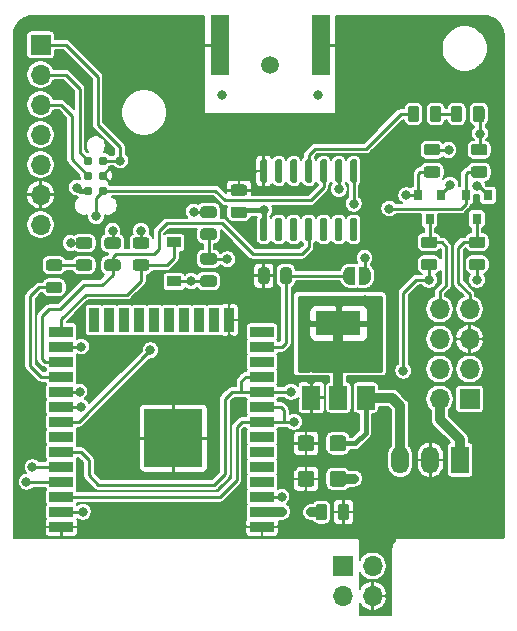
<source format=gtl>
G04 #@! TF.GenerationSoftware,KiCad,Pcbnew,(5.1.9-0-10_14)*
G04 #@! TF.CreationDate,2021-03-24T15:19:10+01:00*
G04 #@! TF.ProjectId,ithowifi_4l,6974686f-7769-4666-995f-346c2e6b6963,rev?*
G04 #@! TF.SameCoordinates,Original*
G04 #@! TF.FileFunction,Copper,L1,Top*
G04 #@! TF.FilePolarity,Positive*
%FSLAX46Y46*%
G04 Gerber Fmt 4.6, Leading zero omitted, Abs format (unit mm)*
G04 Created by KiCad (PCBNEW (5.1.9-0-10_14)) date 2021-03-24 15:19:10*
%MOMM*%
%LPD*%
G01*
G04 APERTURE LIST*
G04 #@! TA.AperFunction,ComponentPad*
%ADD10O,1.700000X1.700000*%
G04 #@! TD*
G04 #@! TA.AperFunction,ComponentPad*
%ADD11R,1.700000X1.700000*%
G04 #@! TD*
G04 #@! TA.AperFunction,SMDPad,CuDef*
%ADD12C,0.787400*%
G04 #@! TD*
G04 #@! TA.AperFunction,SMDPad,CuDef*
%ADD13R,2.000000X0.900000*%
G04 #@! TD*
G04 #@! TA.AperFunction,SMDPad,CuDef*
%ADD14R,0.900000X2.000000*%
G04 #@! TD*
G04 #@! TA.AperFunction,SMDPad,CuDef*
%ADD15R,5.000000X5.000000*%
G04 #@! TD*
G04 #@! TA.AperFunction,SMDPad,CuDef*
%ADD16C,0.100000*%
G04 #@! TD*
G04 #@! TA.AperFunction,ComponentPad*
%ADD17C,1.500000*%
G04 #@! TD*
G04 #@! TA.AperFunction,SMDPad,CuDef*
%ADD18R,1.500000X2.000000*%
G04 #@! TD*
G04 #@! TA.AperFunction,SMDPad,CuDef*
%ADD19R,3.800000X2.000000*%
G04 #@! TD*
G04 #@! TA.AperFunction,SMDPad,CuDef*
%ADD20R,1.200000X0.900000*%
G04 #@! TD*
G04 #@! TA.AperFunction,SMDPad,CuDef*
%ADD21R,1.500000X5.080000*%
G04 #@! TD*
G04 #@! TA.AperFunction,SMDPad,CuDef*
%ADD22R,0.800000X0.900000*%
G04 #@! TD*
G04 #@! TA.AperFunction,ComponentPad*
%ADD23O,1.500000X2.300000*%
G04 #@! TD*
G04 #@! TA.AperFunction,ComponentPad*
%ADD24R,1.500000X2.300000*%
G04 #@! TD*
G04 #@! TA.AperFunction,ViaPad*
%ADD25C,0.800000*%
G04 #@! TD*
G04 #@! TA.AperFunction,Conductor*
%ADD26C,0.250000*%
G04 #@! TD*
G04 #@! TA.AperFunction,Conductor*
%ADD27C,0.254000*%
G04 #@! TD*
G04 #@! TA.AperFunction,Conductor*
%ADD28C,0.812800*%
G04 #@! TD*
G04 #@! TA.AperFunction,Conductor*
%ADD29C,0.406400*%
G04 #@! TD*
G04 #@! TA.AperFunction,Conductor*
%ADD30C,0.100000*%
G04 #@! TD*
G04 #@! TA.AperFunction,Conductor*
%ADD31C,0.203200*%
G04 #@! TD*
G04 APERTURE END LIST*
D10*
X113832000Y-154468000D03*
X111292000Y-154468000D03*
X113832000Y-151928000D03*
D11*
X111292000Y-151928000D03*
G04 #@! TA.AperFunction,SMDPad,CuDef*
G36*
G01*
X104772600Y-124416000D02*
X104472600Y-124416000D01*
G75*
G02*
X104322600Y-124266000I0J150000D01*
G01*
X104322600Y-122616000D01*
G75*
G02*
X104472600Y-122466000I150000J0D01*
G01*
X104772600Y-122466000D01*
G75*
G02*
X104922600Y-122616000I0J-150000D01*
G01*
X104922600Y-124266000D01*
G75*
G02*
X104772600Y-124416000I-150000J0D01*
G01*
G37*
G04 #@! TD.AperFunction*
G04 #@! TA.AperFunction,SMDPad,CuDef*
G36*
G01*
X106042600Y-124416000D02*
X105742600Y-124416000D01*
G75*
G02*
X105592600Y-124266000I0J150000D01*
G01*
X105592600Y-122616000D01*
G75*
G02*
X105742600Y-122466000I150000J0D01*
G01*
X106042600Y-122466000D01*
G75*
G02*
X106192600Y-122616000I0J-150000D01*
G01*
X106192600Y-124266000D01*
G75*
G02*
X106042600Y-124416000I-150000J0D01*
G01*
G37*
G04 #@! TD.AperFunction*
G04 #@! TA.AperFunction,SMDPad,CuDef*
G36*
G01*
X107312600Y-124416000D02*
X107012600Y-124416000D01*
G75*
G02*
X106862600Y-124266000I0J150000D01*
G01*
X106862600Y-122616000D01*
G75*
G02*
X107012600Y-122466000I150000J0D01*
G01*
X107312600Y-122466000D01*
G75*
G02*
X107462600Y-122616000I0J-150000D01*
G01*
X107462600Y-124266000D01*
G75*
G02*
X107312600Y-124416000I-150000J0D01*
G01*
G37*
G04 #@! TD.AperFunction*
G04 #@! TA.AperFunction,SMDPad,CuDef*
G36*
G01*
X108582600Y-124416000D02*
X108282600Y-124416000D01*
G75*
G02*
X108132600Y-124266000I0J150000D01*
G01*
X108132600Y-122616000D01*
G75*
G02*
X108282600Y-122466000I150000J0D01*
G01*
X108582600Y-122466000D01*
G75*
G02*
X108732600Y-122616000I0J-150000D01*
G01*
X108732600Y-124266000D01*
G75*
G02*
X108582600Y-124416000I-150000J0D01*
G01*
G37*
G04 #@! TD.AperFunction*
G04 #@! TA.AperFunction,SMDPad,CuDef*
G36*
G01*
X109852600Y-124416000D02*
X109552600Y-124416000D01*
G75*
G02*
X109402600Y-124266000I0J150000D01*
G01*
X109402600Y-122616000D01*
G75*
G02*
X109552600Y-122466000I150000J0D01*
G01*
X109852600Y-122466000D01*
G75*
G02*
X110002600Y-122616000I0J-150000D01*
G01*
X110002600Y-124266000D01*
G75*
G02*
X109852600Y-124416000I-150000J0D01*
G01*
G37*
G04 #@! TD.AperFunction*
G04 #@! TA.AperFunction,SMDPad,CuDef*
G36*
G01*
X111122600Y-124416000D02*
X110822600Y-124416000D01*
G75*
G02*
X110672600Y-124266000I0J150000D01*
G01*
X110672600Y-122616000D01*
G75*
G02*
X110822600Y-122466000I150000J0D01*
G01*
X111122600Y-122466000D01*
G75*
G02*
X111272600Y-122616000I0J-150000D01*
G01*
X111272600Y-124266000D01*
G75*
G02*
X111122600Y-124416000I-150000J0D01*
G01*
G37*
G04 #@! TD.AperFunction*
G04 #@! TA.AperFunction,SMDPad,CuDef*
G36*
G01*
X112392600Y-124416000D02*
X112092600Y-124416000D01*
G75*
G02*
X111942600Y-124266000I0J150000D01*
G01*
X111942600Y-122616000D01*
G75*
G02*
X112092600Y-122466000I150000J0D01*
G01*
X112392600Y-122466000D01*
G75*
G02*
X112542600Y-122616000I0J-150000D01*
G01*
X112542600Y-124266000D01*
G75*
G02*
X112392600Y-124416000I-150000J0D01*
G01*
G37*
G04 #@! TD.AperFunction*
G04 #@! TA.AperFunction,SMDPad,CuDef*
G36*
G01*
X112392600Y-119466000D02*
X112092600Y-119466000D01*
G75*
G02*
X111942600Y-119316000I0J150000D01*
G01*
X111942600Y-117666000D01*
G75*
G02*
X112092600Y-117516000I150000J0D01*
G01*
X112392600Y-117516000D01*
G75*
G02*
X112542600Y-117666000I0J-150000D01*
G01*
X112542600Y-119316000D01*
G75*
G02*
X112392600Y-119466000I-150000J0D01*
G01*
G37*
G04 #@! TD.AperFunction*
G04 #@! TA.AperFunction,SMDPad,CuDef*
G36*
G01*
X111122600Y-119466000D02*
X110822600Y-119466000D01*
G75*
G02*
X110672600Y-119316000I0J150000D01*
G01*
X110672600Y-117666000D01*
G75*
G02*
X110822600Y-117516000I150000J0D01*
G01*
X111122600Y-117516000D01*
G75*
G02*
X111272600Y-117666000I0J-150000D01*
G01*
X111272600Y-119316000D01*
G75*
G02*
X111122600Y-119466000I-150000J0D01*
G01*
G37*
G04 #@! TD.AperFunction*
G04 #@! TA.AperFunction,SMDPad,CuDef*
G36*
G01*
X109852600Y-119466000D02*
X109552600Y-119466000D01*
G75*
G02*
X109402600Y-119316000I0J150000D01*
G01*
X109402600Y-117666000D01*
G75*
G02*
X109552600Y-117516000I150000J0D01*
G01*
X109852600Y-117516000D01*
G75*
G02*
X110002600Y-117666000I0J-150000D01*
G01*
X110002600Y-119316000D01*
G75*
G02*
X109852600Y-119466000I-150000J0D01*
G01*
G37*
G04 #@! TD.AperFunction*
G04 #@! TA.AperFunction,SMDPad,CuDef*
G36*
G01*
X108582600Y-119466000D02*
X108282600Y-119466000D01*
G75*
G02*
X108132600Y-119316000I0J150000D01*
G01*
X108132600Y-117666000D01*
G75*
G02*
X108282600Y-117516000I150000J0D01*
G01*
X108582600Y-117516000D01*
G75*
G02*
X108732600Y-117666000I0J-150000D01*
G01*
X108732600Y-119316000D01*
G75*
G02*
X108582600Y-119466000I-150000J0D01*
G01*
G37*
G04 #@! TD.AperFunction*
G04 #@! TA.AperFunction,SMDPad,CuDef*
G36*
G01*
X107312600Y-119466000D02*
X107012600Y-119466000D01*
G75*
G02*
X106862600Y-119316000I0J150000D01*
G01*
X106862600Y-117666000D01*
G75*
G02*
X107012600Y-117516000I150000J0D01*
G01*
X107312600Y-117516000D01*
G75*
G02*
X107462600Y-117666000I0J-150000D01*
G01*
X107462600Y-119316000D01*
G75*
G02*
X107312600Y-119466000I-150000J0D01*
G01*
G37*
G04 #@! TD.AperFunction*
G04 #@! TA.AperFunction,SMDPad,CuDef*
G36*
G01*
X106042600Y-119466000D02*
X105742600Y-119466000D01*
G75*
G02*
X105592600Y-119316000I0J150000D01*
G01*
X105592600Y-117666000D01*
G75*
G02*
X105742600Y-117516000I150000J0D01*
G01*
X106042600Y-117516000D01*
G75*
G02*
X106192600Y-117666000I0J-150000D01*
G01*
X106192600Y-119316000D01*
G75*
G02*
X106042600Y-119466000I-150000J0D01*
G01*
G37*
G04 #@! TD.AperFunction*
G04 #@! TA.AperFunction,SMDPad,CuDef*
G36*
G01*
X104772600Y-119466000D02*
X104472600Y-119466000D01*
G75*
G02*
X104322600Y-119316000I0J150000D01*
G01*
X104322600Y-117666000D01*
G75*
G02*
X104472600Y-117516000I150000J0D01*
G01*
X104772600Y-117516000D01*
G75*
G02*
X104922600Y-117666000I0J-150000D01*
G01*
X104922600Y-119316000D01*
G75*
G02*
X104772600Y-119466000I-150000J0D01*
G01*
G37*
G04 #@! TD.AperFunction*
D12*
X91033600Y-120142000D03*
X91033600Y-118872000D03*
X89763600Y-120142000D03*
X89763600Y-118872000D03*
X89763600Y-117602000D03*
X91033600Y-117602000D03*
D13*
X87477600Y-148615400D03*
X87477600Y-147345400D03*
X87477600Y-146075400D03*
X87477600Y-144805400D03*
X87477600Y-143535400D03*
X87477600Y-142265400D03*
X87477600Y-140995400D03*
X87477600Y-139725400D03*
X87477600Y-138455400D03*
X87477600Y-137185400D03*
X87477600Y-135915400D03*
X87477600Y-134645400D03*
X87477600Y-133375400D03*
X87477600Y-132105400D03*
D14*
X90262600Y-131105400D03*
X91532600Y-131105400D03*
X92802600Y-131105400D03*
X94072600Y-131105400D03*
X95342600Y-131105400D03*
X96612600Y-131105400D03*
X97882600Y-131105400D03*
X99152600Y-131105400D03*
X100422600Y-131105400D03*
X101692600Y-131105400D03*
D13*
X104477600Y-132105400D03*
X104477600Y-133375400D03*
X104477600Y-134645400D03*
X104477600Y-135915400D03*
X104477600Y-137185400D03*
X104477600Y-138455400D03*
X104477600Y-139725400D03*
X104477600Y-140995400D03*
X104477600Y-142265400D03*
X104477600Y-143535400D03*
X104477600Y-144805400D03*
X104477600Y-146075400D03*
X104477600Y-147345400D03*
X104477600Y-148615400D03*
D15*
X96977600Y-141115400D03*
G04 #@! TA.AperFunction,SMDPad,CuDef*
D16*
G36*
X111872000Y-128104998D02*
G01*
X111847466Y-128104998D01*
X111798635Y-128100188D01*
X111750510Y-128090616D01*
X111703555Y-128076372D01*
X111658222Y-128057595D01*
X111614949Y-128034464D01*
X111574150Y-128007204D01*
X111536221Y-127976076D01*
X111501524Y-127941379D01*
X111470396Y-127903450D01*
X111443136Y-127862651D01*
X111420005Y-127819378D01*
X111401228Y-127774045D01*
X111386984Y-127727090D01*
X111377412Y-127678965D01*
X111372602Y-127630134D01*
X111372602Y-127605600D01*
X111372000Y-127605600D01*
X111372000Y-127105600D01*
X111372602Y-127105600D01*
X111372602Y-127081066D01*
X111377412Y-127032235D01*
X111386984Y-126984110D01*
X111401228Y-126937155D01*
X111420005Y-126891822D01*
X111443136Y-126848549D01*
X111470396Y-126807750D01*
X111501524Y-126769821D01*
X111536221Y-126735124D01*
X111574150Y-126703996D01*
X111614949Y-126676736D01*
X111658222Y-126653605D01*
X111703555Y-126634828D01*
X111750510Y-126620584D01*
X111798635Y-126611012D01*
X111847466Y-126606202D01*
X111872000Y-126606202D01*
X111872000Y-126605600D01*
X112372000Y-126605600D01*
X112372000Y-128105600D01*
X111872000Y-128105600D01*
X111872000Y-128104998D01*
G37*
G04 #@! TD.AperFunction*
G04 #@! TA.AperFunction,SMDPad,CuDef*
G36*
X112672000Y-126605600D02*
G01*
X113172000Y-126605600D01*
X113172000Y-126606202D01*
X113196534Y-126606202D01*
X113245365Y-126611012D01*
X113293490Y-126620584D01*
X113340445Y-126634828D01*
X113385778Y-126653605D01*
X113429051Y-126676736D01*
X113469850Y-126703996D01*
X113507779Y-126735124D01*
X113542476Y-126769821D01*
X113573604Y-126807750D01*
X113600864Y-126848549D01*
X113623995Y-126891822D01*
X113642772Y-126937155D01*
X113657016Y-126984110D01*
X113666588Y-127032235D01*
X113671398Y-127081066D01*
X113671398Y-127105600D01*
X113672000Y-127105600D01*
X113672000Y-127605600D01*
X113671398Y-127605600D01*
X113671398Y-127630134D01*
X113666588Y-127678965D01*
X113657016Y-127727090D01*
X113642772Y-127774045D01*
X113623995Y-127819378D01*
X113600864Y-127862651D01*
X113573604Y-127903450D01*
X113542476Y-127941379D01*
X113507779Y-127976076D01*
X113469850Y-128007204D01*
X113429051Y-128034464D01*
X113385778Y-128057595D01*
X113340445Y-128076372D01*
X113293490Y-128090616D01*
X113245365Y-128100188D01*
X113196534Y-128104998D01*
X113172000Y-128104998D01*
X113172000Y-128105600D01*
X112672000Y-128105600D01*
X112672000Y-126605600D01*
G37*
G04 #@! TD.AperFunction*
G04 #@! TA.AperFunction,SMDPad,CuDef*
G36*
G01*
X106014700Y-127811850D02*
X106014700Y-126899350D01*
G75*
G02*
X106258450Y-126655600I243750J0D01*
G01*
X106745950Y-126655600D01*
G75*
G02*
X106989700Y-126899350I0J-243750D01*
G01*
X106989700Y-127811850D01*
G75*
G02*
X106745950Y-128055600I-243750J0D01*
G01*
X106258450Y-128055600D01*
G75*
G02*
X106014700Y-127811850I0J243750D01*
G01*
G37*
G04 #@! TD.AperFunction*
G04 #@! TA.AperFunction,SMDPad,CuDef*
G36*
G01*
X104139700Y-127811850D02*
X104139700Y-126899350D01*
G75*
G02*
X104383450Y-126655600I243750J0D01*
G01*
X104870950Y-126655600D01*
G75*
G02*
X105114700Y-126899350I0J-243750D01*
G01*
X105114700Y-127811850D01*
G75*
G02*
X104870950Y-128055600I-243750J0D01*
G01*
X104383450Y-128055600D01*
G75*
G02*
X104139700Y-127811850I0J243750D01*
G01*
G37*
G04 #@! TD.AperFunction*
G04 #@! TA.AperFunction,SMDPad,CuDef*
G36*
G01*
X108896400Y-141129199D02*
X108896400Y-141979201D01*
G75*
G02*
X108646401Y-142229200I-249999J0D01*
G01*
X107746399Y-142229200D01*
G75*
G02*
X107496400Y-141979201I0J249999D01*
G01*
X107496400Y-141129199D01*
G75*
G02*
X107746399Y-140879200I249999J0D01*
G01*
X108646401Y-140879200D01*
G75*
G02*
X108896400Y-141129199I0J-249999D01*
G01*
G37*
G04 #@! TD.AperFunction*
G04 #@! TA.AperFunction,SMDPad,CuDef*
G36*
G01*
X111596400Y-141129199D02*
X111596400Y-141979201D01*
G75*
G02*
X111346401Y-142229200I-249999J0D01*
G01*
X110446399Y-142229200D01*
G75*
G02*
X110196400Y-141979201I0J249999D01*
G01*
X110196400Y-141129199D01*
G75*
G02*
X110446399Y-140879200I249999J0D01*
G01*
X111346401Y-140879200D01*
G75*
G02*
X111596400Y-141129199I0J-249999D01*
G01*
G37*
G04 #@! TD.AperFunction*
G04 #@! TA.AperFunction,SMDPad,CuDef*
G36*
G01*
X108900200Y-144126399D02*
X108900200Y-144976401D01*
G75*
G02*
X108650201Y-145226400I-249999J0D01*
G01*
X107750199Y-145226400D01*
G75*
G02*
X107500200Y-144976401I0J249999D01*
G01*
X107500200Y-144126399D01*
G75*
G02*
X107750199Y-143876400I249999J0D01*
G01*
X108650201Y-143876400D01*
G75*
G02*
X108900200Y-144126399I0J-249999D01*
G01*
G37*
G04 #@! TD.AperFunction*
G04 #@! TA.AperFunction,SMDPad,CuDef*
G36*
G01*
X111600200Y-144126399D02*
X111600200Y-144976401D01*
G75*
G02*
X111350201Y-145226400I-249999J0D01*
G01*
X110450199Y-145226400D01*
G75*
G02*
X110200200Y-144976401I0J249999D01*
G01*
X110200200Y-144126399D01*
G75*
G02*
X110450199Y-143876400I249999J0D01*
G01*
X111350201Y-143876400D01*
G75*
G02*
X111600200Y-144126399I0J-249999D01*
G01*
G37*
G04 #@! TD.AperFunction*
D17*
X105181400Y-109474000D03*
G04 #@! TA.AperFunction,SMDPad,CuDef*
G36*
G01*
X87324250Y-126954100D02*
X86411750Y-126954100D01*
G75*
G02*
X86168000Y-126710350I0J243750D01*
G01*
X86168000Y-126222850D01*
G75*
G02*
X86411750Y-125979100I243750J0D01*
G01*
X87324250Y-125979100D01*
G75*
G02*
X87568000Y-126222850I0J-243750D01*
G01*
X87568000Y-126710350D01*
G75*
G02*
X87324250Y-126954100I-243750J0D01*
G01*
G37*
G04 #@! TD.AperFunction*
G04 #@! TA.AperFunction,SMDPad,CuDef*
G36*
G01*
X87324250Y-128829100D02*
X86411750Y-128829100D01*
G75*
G02*
X86168000Y-128585350I0J243750D01*
G01*
X86168000Y-128097850D01*
G75*
G02*
X86411750Y-127854100I243750J0D01*
G01*
X87324250Y-127854100D01*
G75*
G02*
X87568000Y-128097850I0J-243750D01*
G01*
X87568000Y-128585350D01*
G75*
G02*
X87324250Y-128829100I-243750J0D01*
G01*
G37*
G04 #@! TD.AperFunction*
G04 #@! TA.AperFunction,SMDPad,CuDef*
G36*
G01*
X88951750Y-125974500D02*
X89864250Y-125974500D01*
G75*
G02*
X90108000Y-126218250I0J-243750D01*
G01*
X90108000Y-126705750D01*
G75*
G02*
X89864250Y-126949500I-243750J0D01*
G01*
X88951750Y-126949500D01*
G75*
G02*
X88708000Y-126705750I0J243750D01*
G01*
X88708000Y-126218250D01*
G75*
G02*
X88951750Y-125974500I243750J0D01*
G01*
G37*
G04 #@! TD.AperFunction*
G04 #@! TA.AperFunction,SMDPad,CuDef*
G36*
G01*
X88951750Y-124099500D02*
X89864250Y-124099500D01*
G75*
G02*
X90108000Y-124343250I0J-243750D01*
G01*
X90108000Y-124830750D01*
G75*
G02*
X89864250Y-125074500I-243750J0D01*
G01*
X88951750Y-125074500D01*
G75*
G02*
X88708000Y-124830750I0J243750D01*
G01*
X88708000Y-124343250D01*
G75*
G02*
X88951750Y-124099500I243750J0D01*
G01*
G37*
G04 #@! TD.AperFunction*
D18*
X108647200Y-137668000D03*
X113247200Y-137668000D03*
X110947200Y-137668000D03*
D19*
X110947200Y-131368000D03*
G04 #@! TA.AperFunction,SMDPad,CuDef*
G36*
G01*
X94690250Y-125074500D02*
X93777750Y-125074500D01*
G75*
G02*
X93534000Y-124830750I0J243750D01*
G01*
X93534000Y-124343250D01*
G75*
G02*
X93777750Y-124099500I243750J0D01*
G01*
X94690250Y-124099500D01*
G75*
G02*
X94934000Y-124343250I0J-243750D01*
G01*
X94934000Y-124830750D01*
G75*
G02*
X94690250Y-125074500I-243750J0D01*
G01*
G37*
G04 #@! TD.AperFunction*
G04 #@! TA.AperFunction,SMDPad,CuDef*
G36*
G01*
X94690250Y-126949500D02*
X93777750Y-126949500D01*
G75*
G02*
X93534000Y-126705750I0J243750D01*
G01*
X93534000Y-126218250D01*
G75*
G02*
X93777750Y-125974500I243750J0D01*
G01*
X94690250Y-125974500D01*
G75*
G02*
X94934000Y-126218250I0J-243750D01*
G01*
X94934000Y-126705750D01*
G75*
G02*
X94690250Y-126949500I-243750J0D01*
G01*
G37*
G04 #@! TD.AperFunction*
G04 #@! TA.AperFunction,SMDPad,CuDef*
G36*
G01*
X100405250Y-122458300D02*
X99492750Y-122458300D01*
G75*
G02*
X99249000Y-122214550I0J243750D01*
G01*
X99249000Y-121727050D01*
G75*
G02*
X99492750Y-121483300I243750J0D01*
G01*
X100405250Y-121483300D01*
G75*
G02*
X100649000Y-121727050I0J-243750D01*
G01*
X100649000Y-122214550D01*
G75*
G02*
X100405250Y-122458300I-243750J0D01*
G01*
G37*
G04 #@! TD.AperFunction*
G04 #@! TA.AperFunction,SMDPad,CuDef*
G36*
G01*
X100405250Y-124333300D02*
X99492750Y-124333300D01*
G75*
G02*
X99249000Y-124089550I0J243750D01*
G01*
X99249000Y-123602050D01*
G75*
G02*
X99492750Y-123358300I243750J0D01*
G01*
X100405250Y-123358300D01*
G75*
G02*
X100649000Y-123602050I0J-243750D01*
G01*
X100649000Y-124089550D01*
G75*
G02*
X100405250Y-124333300I-243750J0D01*
G01*
G37*
G04 #@! TD.AperFunction*
D10*
X85725000Y-123037600D03*
X85725000Y-120497600D03*
X85725000Y-117957600D03*
X85725000Y-115417600D03*
X85725000Y-112877600D03*
X85725000Y-110337600D03*
D11*
X85725000Y-107797600D03*
D20*
X97028000Y-124536200D03*
X97028000Y-127836200D03*
G04 #@! TA.AperFunction,SMDPad,CuDef*
G36*
G01*
X110886900Y-147827050D02*
X110886900Y-146914550D01*
G75*
G02*
X111130650Y-146670800I243750J0D01*
G01*
X111618150Y-146670800D01*
G75*
G02*
X111861900Y-146914550I0J-243750D01*
G01*
X111861900Y-147827050D01*
G75*
G02*
X111618150Y-148070800I-243750J0D01*
G01*
X111130650Y-148070800D01*
G75*
G02*
X110886900Y-147827050I0J243750D01*
G01*
G37*
G04 #@! TD.AperFunction*
G04 #@! TA.AperFunction,SMDPad,CuDef*
G36*
G01*
X109011900Y-147827050D02*
X109011900Y-146914550D01*
G75*
G02*
X109255650Y-146670800I243750J0D01*
G01*
X109743150Y-146670800D01*
G75*
G02*
X109986900Y-146914550I0J-243750D01*
G01*
X109986900Y-147827050D01*
G75*
G02*
X109743150Y-148070800I-243750J0D01*
G01*
X109255650Y-148070800D01*
G75*
G02*
X109011900Y-147827050I0J243750D01*
G01*
G37*
G04 #@! TD.AperFunction*
G04 #@! TA.AperFunction,SMDPad,CuDef*
G36*
G01*
X99492750Y-127323000D02*
X100405250Y-127323000D01*
G75*
G02*
X100649000Y-127566750I0J-243750D01*
G01*
X100649000Y-128054250D01*
G75*
G02*
X100405250Y-128298000I-243750J0D01*
G01*
X99492750Y-128298000D01*
G75*
G02*
X99249000Y-128054250I0J243750D01*
G01*
X99249000Y-127566750D01*
G75*
G02*
X99492750Y-127323000I243750J0D01*
G01*
G37*
G04 #@! TD.AperFunction*
G04 #@! TA.AperFunction,SMDPad,CuDef*
G36*
G01*
X99492750Y-125448000D02*
X100405250Y-125448000D01*
G75*
G02*
X100649000Y-125691750I0J-243750D01*
G01*
X100649000Y-126179250D01*
G75*
G02*
X100405250Y-126423000I-243750J0D01*
G01*
X99492750Y-126423000D01*
G75*
G02*
X99249000Y-126179250I0J243750D01*
G01*
X99249000Y-125691750D01*
G75*
G02*
X99492750Y-125448000I243750J0D01*
G01*
G37*
G04 #@! TD.AperFunction*
D21*
X100931400Y-107848400D03*
X109431400Y-107848400D03*
G04 #@! TA.AperFunction,SMDPad,CuDef*
G36*
G01*
X118687000Y-114121250D02*
X118687000Y-113208750D01*
G75*
G02*
X118930750Y-112965000I243750J0D01*
G01*
X119418250Y-112965000D01*
G75*
G02*
X119662000Y-113208750I0J-243750D01*
G01*
X119662000Y-114121250D01*
G75*
G02*
X119418250Y-114365000I-243750J0D01*
G01*
X118930750Y-114365000D01*
G75*
G02*
X118687000Y-114121250I0J243750D01*
G01*
G37*
G04 #@! TD.AperFunction*
G04 #@! TA.AperFunction,SMDPad,CuDef*
G36*
G01*
X116812000Y-114121250D02*
X116812000Y-113208750D01*
G75*
G02*
X117055750Y-112965000I243750J0D01*
G01*
X117543250Y-112965000D01*
G75*
G02*
X117787000Y-113208750I0J-243750D01*
G01*
X117787000Y-114121250D01*
G75*
G02*
X117543250Y-114365000I-243750J0D01*
G01*
X117055750Y-114365000D01*
G75*
G02*
X116812000Y-114121250I0J243750D01*
G01*
G37*
G04 #@! TD.AperFunction*
G04 #@! TA.AperFunction,SMDPad,CuDef*
G36*
G01*
X92277250Y-126949500D02*
X91364750Y-126949500D01*
G75*
G02*
X91121000Y-126705750I0J243750D01*
G01*
X91121000Y-126218250D01*
G75*
G02*
X91364750Y-125974500I243750J0D01*
G01*
X92277250Y-125974500D01*
G75*
G02*
X92521000Y-126218250I0J-243750D01*
G01*
X92521000Y-126705750D01*
G75*
G02*
X92277250Y-126949500I-243750J0D01*
G01*
G37*
G04 #@! TD.AperFunction*
G04 #@! TA.AperFunction,SMDPad,CuDef*
G36*
G01*
X92277250Y-125074500D02*
X91364750Y-125074500D01*
G75*
G02*
X91121000Y-124830750I0J243750D01*
G01*
X91121000Y-124343250D01*
G75*
G02*
X91364750Y-124099500I243750J0D01*
G01*
X92277250Y-124099500D01*
G75*
G02*
X92521000Y-124343250I0J-243750D01*
G01*
X92521000Y-124830750D01*
G75*
G02*
X92277250Y-125074500I-243750J0D01*
G01*
G37*
G04 #@! TD.AperFunction*
G04 #@! TA.AperFunction,SMDPad,CuDef*
G36*
G01*
X121442300Y-113208750D02*
X121442300Y-114121250D01*
G75*
G02*
X121198550Y-114365000I-243750J0D01*
G01*
X120711050Y-114365000D01*
G75*
G02*
X120467300Y-114121250I0J243750D01*
G01*
X120467300Y-113208750D01*
G75*
G02*
X120711050Y-112965000I243750J0D01*
G01*
X121198550Y-112965000D01*
G75*
G02*
X121442300Y-113208750I0J-243750D01*
G01*
G37*
G04 #@! TD.AperFunction*
G04 #@! TA.AperFunction,SMDPad,CuDef*
G36*
G01*
X123317300Y-113208750D02*
X123317300Y-114121250D01*
G75*
G02*
X123073550Y-114365000I-243750J0D01*
G01*
X122586050Y-114365000D01*
G75*
G02*
X122342300Y-114121250I0J243750D01*
G01*
X122342300Y-113208750D01*
G75*
G02*
X122586050Y-112965000I243750J0D01*
G01*
X123073550Y-112965000D01*
G75*
G02*
X123317300Y-113208750I0J-243750D01*
G01*
G37*
G04 #@! TD.AperFunction*
G04 #@! TA.AperFunction,SMDPad,CuDef*
G36*
G01*
X118161750Y-125911000D02*
X119074250Y-125911000D01*
G75*
G02*
X119318000Y-126154750I0J-243750D01*
G01*
X119318000Y-126642250D01*
G75*
G02*
X119074250Y-126886000I-243750J0D01*
G01*
X118161750Y-126886000D01*
G75*
G02*
X117918000Y-126642250I0J243750D01*
G01*
X117918000Y-126154750D01*
G75*
G02*
X118161750Y-125911000I243750J0D01*
G01*
G37*
G04 #@! TD.AperFunction*
G04 #@! TA.AperFunction,SMDPad,CuDef*
G36*
G01*
X118161750Y-124036000D02*
X119074250Y-124036000D01*
G75*
G02*
X119318000Y-124279750I0J-243750D01*
G01*
X119318000Y-124767250D01*
G75*
G02*
X119074250Y-125011000I-243750J0D01*
G01*
X118161750Y-125011000D01*
G75*
G02*
X117918000Y-124767250I0J243750D01*
G01*
X117918000Y-124279750D01*
G75*
G02*
X118161750Y-124036000I243750J0D01*
G01*
G37*
G04 #@! TD.AperFunction*
G04 #@! TA.AperFunction,SMDPad,CuDef*
G36*
G01*
X122225750Y-125911000D02*
X123138250Y-125911000D01*
G75*
G02*
X123382000Y-126154750I0J-243750D01*
G01*
X123382000Y-126642250D01*
G75*
G02*
X123138250Y-126886000I-243750J0D01*
G01*
X122225750Y-126886000D01*
G75*
G02*
X121982000Y-126642250I0J243750D01*
G01*
X121982000Y-126154750D01*
G75*
G02*
X122225750Y-125911000I243750J0D01*
G01*
G37*
G04 #@! TD.AperFunction*
G04 #@! TA.AperFunction,SMDPad,CuDef*
G36*
G01*
X122225750Y-124036000D02*
X123138250Y-124036000D01*
G75*
G02*
X123382000Y-124279750I0J-243750D01*
G01*
X123382000Y-124767250D01*
G75*
G02*
X123138250Y-125011000I-243750J0D01*
G01*
X122225750Y-125011000D01*
G75*
G02*
X121982000Y-124767250I0J243750D01*
G01*
X121982000Y-124279750D01*
G75*
G02*
X122225750Y-124036000I243750J0D01*
G01*
G37*
G04 #@! TD.AperFunction*
G04 #@! TA.AperFunction,SMDPad,CuDef*
G36*
G01*
X118415750Y-118074400D02*
X119328250Y-118074400D01*
G75*
G02*
X119572000Y-118318150I0J-243750D01*
G01*
X119572000Y-118805650D01*
G75*
G02*
X119328250Y-119049400I-243750J0D01*
G01*
X118415750Y-119049400D01*
G75*
G02*
X118172000Y-118805650I0J243750D01*
G01*
X118172000Y-118318150D01*
G75*
G02*
X118415750Y-118074400I243750J0D01*
G01*
G37*
G04 #@! TD.AperFunction*
G04 #@! TA.AperFunction,SMDPad,CuDef*
G36*
G01*
X118415750Y-116199400D02*
X119328250Y-116199400D01*
G75*
G02*
X119572000Y-116443150I0J-243750D01*
G01*
X119572000Y-116930650D01*
G75*
G02*
X119328250Y-117174400I-243750J0D01*
G01*
X118415750Y-117174400D01*
G75*
G02*
X118172000Y-116930650I0J243750D01*
G01*
X118172000Y-116443150D01*
G75*
G02*
X118415750Y-116199400I243750J0D01*
G01*
G37*
G04 #@! TD.AperFunction*
G04 #@! TA.AperFunction,SMDPad,CuDef*
G36*
G01*
X123316050Y-117174400D02*
X122403550Y-117174400D01*
G75*
G02*
X122159800Y-116930650I0J243750D01*
G01*
X122159800Y-116443150D01*
G75*
G02*
X122403550Y-116199400I243750J0D01*
G01*
X123316050Y-116199400D01*
G75*
G02*
X123559800Y-116443150I0J-243750D01*
G01*
X123559800Y-116930650D01*
G75*
G02*
X123316050Y-117174400I-243750J0D01*
G01*
G37*
G04 #@! TD.AperFunction*
G04 #@! TA.AperFunction,SMDPad,CuDef*
G36*
G01*
X123316050Y-119049400D02*
X122403550Y-119049400D01*
G75*
G02*
X122159800Y-118805650I0J243750D01*
G01*
X122159800Y-118318150D01*
G75*
G02*
X122403550Y-118074400I243750J0D01*
G01*
X123316050Y-118074400D01*
G75*
G02*
X123559800Y-118318150I0J-243750D01*
G01*
X123559800Y-118805650D01*
G75*
G02*
X123316050Y-119049400I-243750J0D01*
G01*
G37*
G04 #@! TD.AperFunction*
G04 #@! TA.AperFunction,SMDPad,CuDef*
G36*
G01*
X102970650Y-122479100D02*
X102058150Y-122479100D01*
G75*
G02*
X101814400Y-122235350I0J243750D01*
G01*
X101814400Y-121747850D01*
G75*
G02*
X102058150Y-121504100I243750J0D01*
G01*
X102970650Y-121504100D01*
G75*
G02*
X103214400Y-121747850I0J-243750D01*
G01*
X103214400Y-122235350D01*
G75*
G02*
X102970650Y-122479100I-243750J0D01*
G01*
G37*
G04 #@! TD.AperFunction*
G04 #@! TA.AperFunction,SMDPad,CuDef*
G36*
G01*
X102970650Y-120604100D02*
X102058150Y-120604100D01*
G75*
G02*
X101814400Y-120360350I0J243750D01*
G01*
X101814400Y-119872850D01*
G75*
G02*
X102058150Y-119629100I243750J0D01*
G01*
X102970650Y-119629100D01*
G75*
G02*
X103214400Y-119872850I0J-243750D01*
G01*
X103214400Y-120360350D01*
G75*
G02*
X102970650Y-120604100I-243750J0D01*
G01*
G37*
G04 #@! TD.AperFunction*
D22*
X118658600Y-122539000D03*
X117708600Y-120539000D03*
X119608600Y-120539000D03*
X122656600Y-122539000D03*
X121706600Y-120539000D03*
X123606600Y-120539000D03*
D23*
X116179600Y-142951200D03*
X118719600Y-142951200D03*
D24*
X121259600Y-142951200D03*
D11*
X122047000Y-137795000D03*
D10*
X119507000Y-137795000D03*
X122047000Y-135255000D03*
X119507000Y-135255000D03*
X122047000Y-132715000D03*
X119507000Y-132715000D03*
X122047000Y-130175000D03*
X119507000Y-130175000D03*
D25*
X95250000Y-139700000D03*
X98806000Y-139700000D03*
X97028000Y-139700000D03*
X98806000Y-142748000D03*
X97028000Y-142748000D03*
X95250000Y-142748000D03*
X95250000Y-141224000D03*
X98806000Y-141224000D03*
X97028000Y-141224000D03*
X99187000Y-105918000D03*
X99187000Y-107442000D03*
X99187000Y-109093000D03*
X101092000Y-112014000D03*
X109220000Y-112014000D03*
X107132000Y-143568000D03*
X104648000Y-120142000D03*
X108585000Y-136144000D03*
X101727000Y-132715000D03*
X89154000Y-148590000D03*
X106172000Y-148590000D03*
X99187000Y-110871000D03*
X99187000Y-112522000D03*
X99187000Y-114173000D03*
X111125000Y-105918000D03*
X111125000Y-107442000D03*
X111125000Y-109093000D03*
X111125000Y-110871000D03*
X111125000Y-114173000D03*
X111125000Y-112522000D03*
X105918000Y-114173000D03*
X109220000Y-114173000D03*
X102489000Y-114173000D03*
X104140000Y-114173000D03*
X100965000Y-114173000D03*
X107569000Y-114173000D03*
X92202000Y-118872000D03*
X102432000Y-138568000D03*
X109532000Y-140568000D03*
X122682000Y-127698500D03*
X118618000Y-127698500D03*
X115811300Y-138036300D03*
X116433600Y-135407400D03*
X112268000Y-144526000D03*
X108077000Y-129540000D03*
X108077000Y-133350000D03*
X106172000Y-147320000D03*
X113157000Y-129413000D03*
X120269000Y-116713000D03*
X122936000Y-115316000D03*
X122682000Y-119761000D03*
X120396000Y-119634000D03*
X98679000Y-121920000D03*
X94234000Y-123571000D03*
X91821000Y-123571000D03*
X104648000Y-121793000D03*
X88773000Y-119888000D03*
X111760000Y-133477000D03*
X88265000Y-124587000D03*
X113157000Y-125857000D03*
X108632000Y-147368000D03*
X90424000Y-122301000D03*
X85039200Y-143560804D03*
X84531209Y-144805391D03*
X89309400Y-147345400D03*
X95032000Y-133668000D03*
X89154000Y-138430000D03*
X89027000Y-137160002D03*
X89154000Y-133350000D03*
X101532000Y-125968000D03*
X106132000Y-146068000D03*
X92456000Y-117602000D03*
X98473494Y-127810500D03*
X115252500Y-121666000D03*
X115252500Y-121666000D03*
X112242600Y-121259600D03*
X106932000Y-137168000D03*
X116697000Y-120539000D03*
X110972600Y-120014982D03*
X107189404Y-139725400D03*
D26*
X99593400Y-107848400D02*
X99187000Y-107442000D01*
X100931400Y-107848400D02*
X99593400Y-107848400D01*
X110718600Y-107848400D02*
X111125000Y-107442000D01*
X109431400Y-107848400D02*
X110718600Y-107848400D01*
D27*
X122682000Y-126398500D02*
X122682000Y-127698500D01*
X118618000Y-127698500D02*
X118618000Y-126398500D01*
D28*
X113247200Y-137668000D02*
X115443000Y-137668000D01*
X116179600Y-138404600D02*
X116179600Y-142951200D01*
X115824000Y-138049000D02*
X116179600Y-138404600D01*
X115443000Y-137668000D02*
X115811300Y-138036300D01*
D29*
X110896400Y-141554200D02*
X112344200Y-141554200D01*
X113247200Y-140651200D02*
X113247200Y-137668000D01*
X112344200Y-141554200D02*
X113247200Y-140651200D01*
D28*
X115811300Y-138036300D02*
X115824000Y-138049000D01*
D27*
X116433600Y-128803400D02*
X117538500Y-127698500D01*
X117538500Y-127698500D02*
X118618000Y-127698500D01*
X116433600Y-135407400D02*
X116433600Y-128803400D01*
D28*
X110947200Y-137668000D02*
X110947200Y-131368000D01*
X106146600Y-147345400D02*
X106172000Y-147320000D01*
X104477600Y-147345400D02*
X106146600Y-147345400D01*
X110925600Y-144526000D02*
X110900200Y-144551400D01*
X112268000Y-144526000D02*
X110925600Y-144526000D01*
D27*
X119608600Y-120421400D02*
X120396000Y-119634000D01*
X119608600Y-120539000D02*
X119608600Y-120421400D01*
X122828600Y-119761000D02*
X123606600Y-120539000D01*
X122682000Y-119761000D02*
X122828600Y-119761000D01*
X120242900Y-116686900D02*
X120269000Y-116713000D01*
X118872000Y-116686900D02*
X120242900Y-116686900D01*
X122936000Y-113771200D02*
X122829800Y-113665000D01*
X122936000Y-115316000D02*
X122936000Y-113771200D01*
X122936000Y-116610700D02*
X122859800Y-116686900D01*
X122936000Y-115316000D02*
X122936000Y-116610700D01*
X91821000Y-124587000D02*
X91821000Y-123571000D01*
X94234000Y-124587000D02*
X94234000Y-123571000D01*
X99898200Y-121920000D02*
X99949000Y-121970800D01*
X98679000Y-121920000D02*
X99898200Y-121920000D01*
D29*
X104622600Y-121818400D02*
X104648000Y-121793000D01*
X104622600Y-123441000D02*
X104622600Y-121818400D01*
X102713000Y-121793000D02*
X102514400Y-121991600D01*
X104648000Y-121793000D02*
X102713000Y-121793000D01*
X89027000Y-120142000D02*
X89763600Y-120142000D01*
X88773000Y-119888000D02*
X89027000Y-120142000D01*
D27*
X89408000Y-124587000D02*
X88265000Y-124587000D01*
X113157000Y-127370600D02*
X113172000Y-127355600D01*
X113172000Y-127355600D02*
X113172000Y-125872000D01*
X113172000Y-125872000D02*
X113157000Y-125857000D01*
D28*
X108634800Y-147370800D02*
X108632000Y-147368000D01*
X109499400Y-147370800D02*
X108634800Y-147370800D01*
X121259600Y-142951200D02*
X121259600Y-141262100D01*
X119507000Y-139509500D02*
X119507000Y-137795000D01*
X121259600Y-141262100D02*
X119507000Y-139509500D01*
D27*
X122656600Y-124498100D02*
X122682000Y-124523500D01*
X122656600Y-122539000D02*
X122656600Y-124498100D01*
X122047000Y-128905000D02*
X122047000Y-130175000D01*
X121094500Y-124968000D02*
X121094500Y-127952500D01*
X121539000Y-124523500D02*
X121094500Y-124968000D01*
X121094500Y-127952500D02*
X122047000Y-128905000D01*
X122682000Y-124523500D02*
X121539000Y-124523500D01*
X118658600Y-124482900D02*
X118618000Y-124523500D01*
X118658600Y-122539000D02*
X118658600Y-124482900D01*
X118618000Y-124523500D02*
X119697500Y-124523500D01*
X119697500Y-124523500D02*
X120078500Y-124904500D01*
X120078500Y-124904500D02*
X120078500Y-128143000D01*
X119507000Y-128714500D02*
X119507000Y-130175000D01*
X120078500Y-128143000D02*
X119507000Y-128714500D01*
X117299500Y-113665000D02*
X116205000Y-113665000D01*
X116205000Y-113665000D02*
X113284000Y-116586000D01*
X113284000Y-116586000D02*
X108966000Y-116586000D01*
X108432600Y-117119400D02*
X108432600Y-118491000D01*
X108966000Y-116586000D02*
X108432600Y-117119400D01*
X92100400Y-125476000D02*
X91821000Y-125755400D01*
X91821000Y-125755400D02*
X91821000Y-126462000D01*
X95732600Y-125069600D02*
X95326200Y-125476000D01*
X95732600Y-123596400D02*
X95732600Y-125069600D01*
X96418400Y-122910600D02*
X95732600Y-123596400D01*
X101092000Y-122910600D02*
X96418400Y-122910600D01*
X107848400Y-125501400D02*
X103682800Y-125501400D01*
X95326200Y-125476000D02*
X92100400Y-125476000D01*
X103682800Y-125501400D02*
X101092000Y-122910600D01*
X108432600Y-124917200D02*
X107848400Y-125501400D01*
X108432600Y-123441000D02*
X108432600Y-124917200D01*
X89431700Y-128117600D02*
X90957400Y-128117600D01*
X87363000Y-130186300D02*
X89431700Y-128117600D01*
X86450300Y-130186300D02*
X87363000Y-130186300D01*
X86131400Y-134645400D02*
X85852000Y-134366000D01*
X85852000Y-130784600D02*
X86450300Y-130186300D01*
X90957400Y-128117600D02*
X91821000Y-127254000D01*
X85852000Y-134366000D02*
X85852000Y-130784600D01*
X91821000Y-127254000D02*
X91821000Y-126462000D01*
X87477600Y-134645400D02*
X86131400Y-134645400D01*
X90424000Y-120751600D02*
X91033600Y-120142000D01*
X90424000Y-122301000D02*
X90424000Y-120751600D01*
X109702600Y-119862600D02*
X109702600Y-118491000D01*
X108585000Y-120980200D02*
X109702600Y-119862600D01*
X101371400Y-120980200D02*
X108585000Y-120980200D01*
X100533200Y-120142000D02*
X101371400Y-120980200D01*
X91033600Y-120142000D02*
X100533200Y-120142000D01*
X94234000Y-126462000D02*
X96423000Y-126462000D01*
X97028000Y-125857000D02*
X97028000Y-124536200D01*
X96423000Y-126462000D02*
X97028000Y-125857000D01*
X94234000Y-127787400D02*
X94234000Y-126462000D01*
X87477600Y-131038600D02*
X89560400Y-128955800D01*
X93065600Y-128955800D02*
X94234000Y-127787400D01*
X89560400Y-128955800D02*
X93065600Y-128955800D01*
X87477600Y-132105400D02*
X87477600Y-131038600D01*
D26*
X85199196Y-143560804D02*
X85039200Y-143560804D01*
X85220800Y-143539200D02*
X85199196Y-143560804D01*
D27*
X87477600Y-143535400D02*
X85064604Y-143535400D01*
X85064604Y-143535400D02*
X85039200Y-143560804D01*
X85725000Y-112877600D02*
X87477600Y-112877600D01*
X87477600Y-112877600D02*
X88392000Y-113792000D01*
X88392000Y-117500400D02*
X89691118Y-118799518D01*
X88392000Y-113792000D02*
X88392000Y-117500400D01*
D26*
X86817400Y-144830800D02*
X86839000Y-144809200D01*
D27*
X84531218Y-144805400D02*
X84531209Y-144805391D01*
X87477600Y-144805400D02*
X84531218Y-144805400D01*
X85725000Y-110337600D02*
X87858600Y-110337600D01*
X87858600Y-110337600D02*
X89027000Y-111506000D01*
X89027000Y-116865400D02*
X89763600Y-117602000D01*
X89027000Y-111506000D02*
X89027000Y-116865400D01*
X87477600Y-147345400D02*
X89309400Y-147345400D01*
X87477600Y-139725400D02*
X88974600Y-139725400D01*
X88974600Y-139725400D02*
X95032000Y-133668000D01*
X87503000Y-138430000D02*
X87477600Y-138455400D01*
X89154000Y-138430000D02*
X87503000Y-138430000D01*
X87477600Y-137185400D02*
X89001602Y-137185400D01*
X89001602Y-137185400D02*
X89027000Y-137160002D01*
X87503000Y-133350000D02*
X87477600Y-133375400D01*
X89154000Y-133350000D02*
X87503000Y-133350000D01*
X106146600Y-133375400D02*
X104477600Y-133375400D01*
X106502200Y-133019800D02*
X106146600Y-133375400D01*
X106502200Y-127355600D02*
X106502200Y-133019800D01*
X106502200Y-127355600D02*
X111872000Y-127355600D01*
X99949000Y-125935500D02*
X99949000Y-123845800D01*
X101499500Y-125935500D02*
X101532000Y-125968000D01*
X99949000Y-125935500D02*
X101499500Y-125935500D01*
X104485000Y-146068000D02*
X104477600Y-146075400D01*
X106132000Y-146068000D02*
X104485000Y-146068000D01*
X85725000Y-107797600D02*
X87858600Y-107797600D01*
X92456000Y-117602000D02*
X92456000Y-117602000D01*
X92456000Y-117602000D02*
X92456000Y-116459000D01*
X92456000Y-116459000D02*
X90551000Y-114554000D01*
X90551000Y-110490000D02*
X87858600Y-107797600D01*
X90551000Y-114554000D02*
X90551000Y-110490000D01*
X92456000Y-117602000D02*
X91033600Y-117602000D01*
X99949000Y-127810500D02*
X98473494Y-127810500D01*
X98447794Y-127836200D02*
X98473494Y-127810500D01*
X97028000Y-127836200D02*
X98447794Y-127836200D01*
X86872600Y-126462000D02*
X86868000Y-126466600D01*
X89408000Y-126462000D02*
X86872600Y-126462000D01*
X86863400Y-128346200D02*
X86868000Y-128341600D01*
X85602600Y-128341600D02*
X86868000Y-128341600D01*
X84832000Y-134997000D02*
X84832000Y-129112200D01*
X85750400Y-135915400D02*
X84832000Y-134997000D01*
X84832000Y-129112200D02*
X85602600Y-128341600D01*
X87477600Y-135915400D02*
X85750400Y-135915400D01*
X119174500Y-113665000D02*
X120954800Y-113665000D01*
X117119400Y-121666000D02*
X121335800Y-121666000D01*
X121706600Y-121295200D02*
X121706600Y-120539000D01*
X121335800Y-121666000D02*
X121706600Y-121295200D01*
X121899900Y-118561900D02*
X122859800Y-118561900D01*
X121706600Y-118755200D02*
X121899900Y-118561900D01*
X121706600Y-120539000D02*
X121706600Y-118755200D01*
X117119400Y-121666000D02*
X115252500Y-121666000D01*
X112242600Y-118491000D02*
X112242600Y-121259600D01*
X103084600Y-135915400D02*
X104477600Y-135915400D01*
X102732000Y-137185400D02*
X102732000Y-136268000D01*
X102732000Y-136268000D02*
X103084600Y-135915400D01*
X104477600Y-137185400D02*
X102732000Y-137185400D01*
X106914600Y-137185400D02*
X106932000Y-137168000D01*
X104477600Y-137185400D02*
X106914600Y-137185400D01*
X100432000Y-145068000D02*
X101332000Y-144168000D01*
X89832000Y-142968000D02*
X89832000Y-144268000D01*
X101914600Y-137185400D02*
X102732000Y-137185400D01*
X89832000Y-144268000D02*
X90632000Y-145068000D01*
X89132000Y-142268000D02*
X89832000Y-142968000D01*
X101332000Y-137768000D02*
X101914600Y-137185400D01*
X88734200Y-142268000D02*
X89132000Y-142268000D01*
X88731600Y-142265400D02*
X88734200Y-142268000D01*
X101332000Y-144168000D02*
X101332000Y-137768000D01*
X90632000Y-145068000D02*
X100432000Y-145068000D01*
X87477600Y-142265400D02*
X88731600Y-142265400D01*
X118872000Y-118561900D02*
X117886700Y-118561900D01*
X117708600Y-118740000D02*
X117708600Y-120539000D01*
X117886700Y-118561900D02*
X117708600Y-118740000D01*
X117708600Y-120539000D02*
X116697000Y-120539000D01*
X110972600Y-118491000D02*
X110972600Y-120014982D01*
X106324400Y-139725400D02*
X106324400Y-138709400D01*
X104477600Y-139725400D02*
X106324400Y-139725400D01*
X106070400Y-138455400D02*
X104477600Y-138455400D01*
X106324400Y-138709400D02*
X106070400Y-138455400D01*
X106324400Y-139725400D02*
X107189404Y-139725400D01*
X102332000Y-140168000D02*
X102774600Y-139725400D01*
X102774600Y-139725400D02*
X104477600Y-139725400D01*
X102332000Y-144668000D02*
X102332000Y-140168000D01*
X100924600Y-146075400D02*
X102332000Y-144668000D01*
X87477600Y-146075400D02*
X100924600Y-146075400D01*
X114554000Y-135382000D02*
X108757442Y-135382000D01*
X108661922Y-135363000D01*
X108508078Y-135363000D01*
X108412558Y-135382000D01*
X107569000Y-135382000D01*
X107569000Y-132368000D01*
X108409128Y-132368000D01*
X108421388Y-132492482D01*
X108457698Y-132612180D01*
X108516663Y-132722494D01*
X108596015Y-132819185D01*
X108692706Y-132898537D01*
X108803020Y-132957502D01*
X108922718Y-132993812D01*
X109047200Y-133006072D01*
X110661450Y-133003000D01*
X110820200Y-132844250D01*
X110820200Y-131495000D01*
X111074200Y-131495000D01*
X111074200Y-132844250D01*
X111232950Y-133003000D01*
X112847200Y-133006072D01*
X112971682Y-132993812D01*
X113091380Y-132957502D01*
X113201694Y-132898537D01*
X113298385Y-132819185D01*
X113377737Y-132722494D01*
X113436702Y-132612180D01*
X113473012Y-132492482D01*
X113485272Y-132368000D01*
X113482200Y-131653750D01*
X113323450Y-131495000D01*
X111074200Y-131495000D01*
X110820200Y-131495000D01*
X108570950Y-131495000D01*
X108412200Y-131653750D01*
X108409128Y-132368000D01*
X107569000Y-132368000D01*
X107569000Y-130368000D01*
X108409128Y-130368000D01*
X108412200Y-131082250D01*
X108570950Y-131241000D01*
X110820200Y-131241000D01*
X110820200Y-129891750D01*
X111074200Y-129891750D01*
X111074200Y-131241000D01*
X113323450Y-131241000D01*
X113482200Y-131082250D01*
X113485272Y-130368000D01*
X113473012Y-130243518D01*
X113436702Y-130123820D01*
X113377737Y-130013506D01*
X113298385Y-129916815D01*
X113201694Y-129837463D01*
X113091380Y-129778498D01*
X112971682Y-129742188D01*
X112847200Y-129729928D01*
X111232950Y-129733000D01*
X111074200Y-129891750D01*
X110820200Y-129891750D01*
X110661450Y-129733000D01*
X109047200Y-129729928D01*
X108922718Y-129742188D01*
X108803020Y-129778498D01*
X108692706Y-129837463D01*
X108596015Y-129916815D01*
X108516663Y-130013506D01*
X108457698Y-130123820D01*
X108421388Y-130243518D01*
X108409128Y-130368000D01*
X107569000Y-130368000D01*
X107569000Y-129159000D01*
X114554000Y-129159000D01*
X114554000Y-135382000D01*
G04 #@! TA.AperFunction,Conductor*
D30*
G36*
X114554000Y-135382000D02*
G01*
X108757442Y-135382000D01*
X108661922Y-135363000D01*
X108508078Y-135363000D01*
X108412558Y-135382000D01*
X107569000Y-135382000D01*
X107569000Y-132368000D01*
X108409128Y-132368000D01*
X108421388Y-132492482D01*
X108457698Y-132612180D01*
X108516663Y-132722494D01*
X108596015Y-132819185D01*
X108692706Y-132898537D01*
X108803020Y-132957502D01*
X108922718Y-132993812D01*
X109047200Y-133006072D01*
X110661450Y-133003000D01*
X110820200Y-132844250D01*
X110820200Y-131495000D01*
X111074200Y-131495000D01*
X111074200Y-132844250D01*
X111232950Y-133003000D01*
X112847200Y-133006072D01*
X112971682Y-132993812D01*
X113091380Y-132957502D01*
X113201694Y-132898537D01*
X113298385Y-132819185D01*
X113377737Y-132722494D01*
X113436702Y-132612180D01*
X113473012Y-132492482D01*
X113485272Y-132368000D01*
X113482200Y-131653750D01*
X113323450Y-131495000D01*
X111074200Y-131495000D01*
X110820200Y-131495000D01*
X108570950Y-131495000D01*
X108412200Y-131653750D01*
X108409128Y-132368000D01*
X107569000Y-132368000D01*
X107569000Y-130368000D01*
X108409128Y-130368000D01*
X108412200Y-131082250D01*
X108570950Y-131241000D01*
X110820200Y-131241000D01*
X110820200Y-129891750D01*
X111074200Y-129891750D01*
X111074200Y-131241000D01*
X113323450Y-131241000D01*
X113482200Y-131082250D01*
X113485272Y-130368000D01*
X113473012Y-130243518D01*
X113436702Y-130123820D01*
X113377737Y-130013506D01*
X113298385Y-129916815D01*
X113201694Y-129837463D01*
X113091380Y-129778498D01*
X112971682Y-129742188D01*
X112847200Y-129729928D01*
X111232950Y-129733000D01*
X111074200Y-129891750D01*
X110820200Y-129891750D01*
X110661450Y-129733000D01*
X109047200Y-129729928D01*
X108922718Y-129742188D01*
X108803020Y-129778498D01*
X108692706Y-129837463D01*
X108596015Y-129916815D01*
X108516663Y-130013506D01*
X108457698Y-130123820D01*
X108421388Y-130243518D01*
X108409128Y-130368000D01*
X107569000Y-130368000D01*
X107569000Y-129159000D01*
X114554000Y-129159000D01*
X114554000Y-135382000D01*
G37*
G04 #@! TD.AperFunction*
D31*
X99593400Y-113538000D02*
X99595352Y-113557821D01*
X99601134Y-113576881D01*
X99610523Y-113594446D01*
X99623158Y-113609842D01*
X99638554Y-113622477D01*
X99656119Y-113631866D01*
X99675179Y-113637648D01*
X99695000Y-113639600D01*
X110617000Y-113639600D01*
X110636821Y-113637648D01*
X110655881Y-113631866D01*
X110673446Y-113622477D01*
X110688842Y-113609842D01*
X110701477Y-113594446D01*
X110710866Y-113576881D01*
X110716648Y-113557821D01*
X110718600Y-113538000D01*
X110718600Y-107927390D01*
X119674400Y-107927390D01*
X119674400Y-108312610D01*
X119749553Y-108690427D01*
X119896970Y-109046324D01*
X120110987Y-109366622D01*
X120383378Y-109639013D01*
X120703676Y-109853030D01*
X121059573Y-110000447D01*
X121437390Y-110075600D01*
X121822610Y-110075600D01*
X122200427Y-110000447D01*
X122556324Y-109853030D01*
X122876622Y-109639013D01*
X123149013Y-109366622D01*
X123363030Y-109046324D01*
X123510447Y-108690427D01*
X123585600Y-108312610D01*
X123585600Y-107927390D01*
X123510447Y-107549573D01*
X123363030Y-107193676D01*
X123149013Y-106873378D01*
X122876622Y-106600987D01*
X122556324Y-106386970D01*
X122200427Y-106239553D01*
X121822610Y-106164400D01*
X121437390Y-106164400D01*
X121059573Y-106239553D01*
X120703676Y-106386970D01*
X120383378Y-106600987D01*
X120110987Y-106873378D01*
X119896970Y-107193676D01*
X119749553Y-107549573D01*
X119674400Y-107927390D01*
X110718600Y-107927390D01*
X110718600Y-105373600D01*
X123312165Y-105373600D01*
X123641308Y-105405873D01*
X123938841Y-105495703D01*
X124213253Y-105641612D01*
X124454097Y-105838041D01*
X124652203Y-106077508D01*
X124800026Y-106350901D01*
X124891929Y-106647793D01*
X124926400Y-106975759D01*
X124926401Y-149448158D01*
X124922695Y-149485957D01*
X124917480Y-149503228D01*
X124909006Y-149519166D01*
X124897606Y-149533144D01*
X124883695Y-149544652D01*
X124867829Y-149553231D01*
X124850590Y-149558567D01*
X124814122Y-149562400D01*
X116312079Y-149562400D01*
X116294786Y-149564103D01*
X116291750Y-149564082D01*
X116286113Y-149564634D01*
X116269310Y-149566400D01*
X115832000Y-149566400D01*
X115812179Y-149568352D01*
X115793119Y-149574134D01*
X115775554Y-149583523D01*
X115760158Y-149596158D01*
X115747523Y-149611554D01*
X115738134Y-149629119D01*
X115732352Y-149648179D01*
X115730400Y-149668000D01*
X115730400Y-149793463D01*
X115718675Y-149803163D01*
X115692783Y-149829238D01*
X115666510Y-149854966D01*
X115662900Y-149859329D01*
X115601224Y-149934950D01*
X115580887Y-149965560D01*
X115560108Y-149995907D01*
X115557414Y-150000888D01*
X115511602Y-150087049D01*
X115497585Y-150121059D01*
X115483114Y-150154822D01*
X115481439Y-150160232D01*
X115453234Y-150253650D01*
X115446094Y-150289709D01*
X115438450Y-150325673D01*
X115437858Y-150331305D01*
X115428336Y-150428422D01*
X115428336Y-150428432D01*
X115426401Y-150448079D01*
X115426400Y-155948168D01*
X115422695Y-155985957D01*
X115417480Y-156003228D01*
X115409006Y-156019166D01*
X115397606Y-156033144D01*
X115383695Y-156044652D01*
X115367829Y-156053231D01*
X115350590Y-156058567D01*
X115314122Y-156062400D01*
X112733600Y-156062400D01*
X112733600Y-155065585D01*
X112800829Y-155185795D01*
X112960677Y-155373174D01*
X113154010Y-155525768D01*
X113373398Y-155637712D01*
X113610409Y-155704705D01*
X113806600Y-155622544D01*
X113806600Y-154493400D01*
X113857400Y-154493400D01*
X113857400Y-155622544D01*
X114053591Y-155704705D01*
X114290602Y-155637712D01*
X114509990Y-155525768D01*
X114703323Y-155373174D01*
X114863171Y-155185795D01*
X114983392Y-154970831D01*
X115059366Y-154736544D01*
X115068704Y-154689591D01*
X114986521Y-154493400D01*
X113857400Y-154493400D01*
X113806600Y-154493400D01*
X113786600Y-154493400D01*
X113786600Y-154442600D01*
X113806600Y-154442600D01*
X113806600Y-153313456D01*
X113857400Y-153313456D01*
X113857400Y-154442600D01*
X114986521Y-154442600D01*
X115068704Y-154246409D01*
X115059366Y-154199456D01*
X114983392Y-153965169D01*
X114863171Y-153750205D01*
X114703323Y-153562826D01*
X114509990Y-153410232D01*
X114290602Y-153298288D01*
X114053591Y-153231295D01*
X113857400Y-153313456D01*
X113806600Y-153313456D01*
X113610409Y-153231295D01*
X113373398Y-153298288D01*
X113154010Y-153410232D01*
X112960677Y-153562826D01*
X112800829Y-153750205D01*
X112733600Y-153870415D01*
X112733600Y-152426612D01*
X112763611Y-152499066D01*
X112895550Y-152696525D01*
X113063475Y-152864450D01*
X113260934Y-152996389D01*
X113480340Y-153087269D01*
X113713259Y-153133600D01*
X113950741Y-153133600D01*
X114183660Y-153087269D01*
X114403066Y-152996389D01*
X114600525Y-152864450D01*
X114768450Y-152696525D01*
X114900389Y-152499066D01*
X114991269Y-152279660D01*
X115037600Y-152046741D01*
X115037600Y-151809259D01*
X114991269Y-151576340D01*
X114900389Y-151356934D01*
X114768450Y-151159475D01*
X114600525Y-150991550D01*
X114403066Y-150859611D01*
X114183660Y-150768731D01*
X113950741Y-150722400D01*
X113713259Y-150722400D01*
X113480340Y-150768731D01*
X113260934Y-150859611D01*
X113063475Y-150991550D01*
X112895550Y-151159475D01*
X112763611Y-151356934D01*
X112733600Y-151429388D01*
X112733600Y-149668000D01*
X112731648Y-149648179D01*
X112725866Y-149629119D01*
X112716477Y-149611554D01*
X112703842Y-149596158D01*
X112688446Y-149583523D01*
X112670881Y-149574134D01*
X112651821Y-149568352D01*
X112632000Y-149566400D01*
X104692534Y-149566400D01*
X104651921Y-149562400D01*
X104632000Y-149560438D01*
X104612079Y-149562400D01*
X87351921Y-149562400D01*
X87332000Y-149560438D01*
X87312079Y-149562400D01*
X87271466Y-149566400D01*
X83437600Y-149566400D01*
X83437600Y-149065400D01*
X86069234Y-149065400D01*
X86077081Y-149145068D01*
X86100319Y-149221675D01*
X86138056Y-149292276D01*
X86188842Y-149354158D01*
X86250724Y-149404944D01*
X86321325Y-149442681D01*
X86397932Y-149465919D01*
X86477600Y-149473766D01*
X87350600Y-149471800D01*
X87452200Y-149370200D01*
X87452200Y-148640800D01*
X87503000Y-148640800D01*
X87503000Y-149370200D01*
X87604600Y-149471800D01*
X88477600Y-149473766D01*
X88557268Y-149465919D01*
X88633875Y-149442681D01*
X88704476Y-149404944D01*
X88766358Y-149354158D01*
X88817144Y-149292276D01*
X88854881Y-149221675D01*
X88878119Y-149145068D01*
X88885966Y-149065400D01*
X103069234Y-149065400D01*
X103077081Y-149145068D01*
X103100319Y-149221675D01*
X103138056Y-149292276D01*
X103188842Y-149354158D01*
X103250724Y-149404944D01*
X103321325Y-149442681D01*
X103397932Y-149465919D01*
X103477600Y-149473766D01*
X104350600Y-149471800D01*
X104452200Y-149370200D01*
X104452200Y-148640800D01*
X104503000Y-148640800D01*
X104503000Y-149370200D01*
X104604600Y-149471800D01*
X105477600Y-149473766D01*
X105557268Y-149465919D01*
X105633875Y-149442681D01*
X105704476Y-149404944D01*
X105766358Y-149354158D01*
X105817144Y-149292276D01*
X105854881Y-149221675D01*
X105878119Y-149145068D01*
X105885966Y-149065400D01*
X105884000Y-148742400D01*
X105782400Y-148640800D01*
X104503000Y-148640800D01*
X104452200Y-148640800D01*
X103172800Y-148640800D01*
X103071200Y-148742400D01*
X103069234Y-149065400D01*
X88885966Y-149065400D01*
X88884000Y-148742400D01*
X88782400Y-148640800D01*
X87503000Y-148640800D01*
X87452200Y-148640800D01*
X86172800Y-148640800D01*
X86071200Y-148742400D01*
X86069234Y-149065400D01*
X83437600Y-149065400D01*
X83437600Y-144730971D01*
X83775609Y-144730971D01*
X83775609Y-144879811D01*
X83804646Y-145025791D01*
X83861605Y-145163302D01*
X83944296Y-145287058D01*
X84049542Y-145392304D01*
X84173298Y-145474995D01*
X84310809Y-145531954D01*
X84456789Y-145560991D01*
X84605629Y-145560991D01*
X84751609Y-145531954D01*
X84889120Y-145474995D01*
X85012876Y-145392304D01*
X85117180Y-145288000D01*
X86123491Y-145288000D01*
X86127146Y-145325110D01*
X86147479Y-145392140D01*
X86173275Y-145440400D01*
X86147479Y-145488660D01*
X86127146Y-145555690D01*
X86120280Y-145625400D01*
X86120280Y-146525400D01*
X86127146Y-146595110D01*
X86147479Y-146662140D01*
X86173275Y-146710400D01*
X86147479Y-146758660D01*
X86127146Y-146825690D01*
X86120280Y-146895400D01*
X86120280Y-147795400D01*
X86127146Y-147865110D01*
X86146350Y-147928418D01*
X86138056Y-147938524D01*
X86100319Y-148009125D01*
X86077081Y-148085732D01*
X86069234Y-148165400D01*
X86071200Y-148488400D01*
X86172800Y-148590000D01*
X87452200Y-148590000D01*
X87452200Y-148570000D01*
X87503000Y-148570000D01*
X87503000Y-148590000D01*
X88782400Y-148590000D01*
X88884000Y-148488400D01*
X88885966Y-148165400D01*
X88878119Y-148085732D01*
X88854881Y-148009125D01*
X88817144Y-147938524D01*
X88808850Y-147928418D01*
X88812338Y-147916918D01*
X88827733Y-147932313D01*
X88951489Y-148015004D01*
X89089000Y-148071963D01*
X89234980Y-148101000D01*
X89383820Y-148101000D01*
X89529800Y-148071963D01*
X89667311Y-148015004D01*
X89791067Y-147932313D01*
X89896313Y-147827067D01*
X89979004Y-147703311D01*
X90035963Y-147565800D01*
X90065000Y-147419820D01*
X90065000Y-147270980D01*
X90035963Y-147125000D01*
X89979004Y-146987489D01*
X89896313Y-146863733D01*
X89791067Y-146758487D01*
X89667311Y-146675796D01*
X89529800Y-146618837D01*
X89383820Y-146589800D01*
X89234980Y-146589800D01*
X89089000Y-146618837D01*
X88951489Y-146675796D01*
X88827733Y-146758487D01*
X88812338Y-146773882D01*
X88807721Y-146758660D01*
X88781925Y-146710400D01*
X88807721Y-146662140D01*
X88828054Y-146595110D01*
X88831709Y-146558000D01*
X100900895Y-146558000D01*
X100924600Y-146560335D01*
X100948305Y-146558000D01*
X100948307Y-146558000D01*
X101019206Y-146551017D01*
X101110177Y-146523422D01*
X101194015Y-146478609D01*
X101267501Y-146418301D01*
X101282617Y-146399882D01*
X102656482Y-145026017D01*
X102674901Y-145010901D01*
X102735209Y-144937415D01*
X102780022Y-144853577D01*
X102807617Y-144762606D01*
X102814600Y-144691707D01*
X102814600Y-144691706D01*
X102816935Y-144668001D01*
X102814600Y-144644296D01*
X102814600Y-140367899D01*
X102974500Y-140208000D01*
X103123491Y-140208000D01*
X103127146Y-140245110D01*
X103147479Y-140312140D01*
X103173275Y-140360400D01*
X103147479Y-140408660D01*
X103127146Y-140475690D01*
X103120280Y-140545400D01*
X103120280Y-141445400D01*
X103127146Y-141515110D01*
X103147479Y-141582140D01*
X103173275Y-141630400D01*
X103147479Y-141678660D01*
X103127146Y-141745690D01*
X103120280Y-141815400D01*
X103120280Y-142715400D01*
X103127146Y-142785110D01*
X103147479Y-142852140D01*
X103173275Y-142900400D01*
X103147479Y-142948660D01*
X103127146Y-143015690D01*
X103120280Y-143085400D01*
X103120280Y-143985400D01*
X103127146Y-144055110D01*
X103147479Y-144122140D01*
X103173275Y-144170400D01*
X103147479Y-144218660D01*
X103127146Y-144285690D01*
X103120280Y-144355400D01*
X103120280Y-145255400D01*
X103127146Y-145325110D01*
X103147479Y-145392140D01*
X103173275Y-145440400D01*
X103147479Y-145488660D01*
X103127146Y-145555690D01*
X103120280Y-145625400D01*
X103120280Y-146525400D01*
X103127146Y-146595110D01*
X103147479Y-146662140D01*
X103173275Y-146710400D01*
X103147479Y-146758660D01*
X103127146Y-146825690D01*
X103120280Y-146895400D01*
X103120280Y-147795400D01*
X103127146Y-147865110D01*
X103146350Y-147928418D01*
X103138056Y-147938524D01*
X103100319Y-148009125D01*
X103077081Y-148085732D01*
X103069234Y-148165400D01*
X103071200Y-148488400D01*
X103172800Y-148590000D01*
X104452200Y-148590000D01*
X104452200Y-148570000D01*
X104503000Y-148570000D01*
X104503000Y-148590000D01*
X105782400Y-148590000D01*
X105884000Y-148488400D01*
X105885966Y-148165400D01*
X105880253Y-148107400D01*
X106109177Y-148107400D01*
X106146600Y-148111086D01*
X106184023Y-148107400D01*
X106184026Y-148107400D01*
X106295978Y-148096374D01*
X106439615Y-148052802D01*
X106571992Y-147982045D01*
X106688022Y-147886822D01*
X106711884Y-147857746D01*
X106737279Y-147832351D01*
X106808644Y-147745392D01*
X106879401Y-147613015D01*
X106922973Y-147469378D01*
X106932958Y-147368000D01*
X107866314Y-147368000D01*
X107881027Y-147517378D01*
X107924599Y-147661015D01*
X107995355Y-147793392D01*
X108066721Y-147880351D01*
X108069516Y-147883146D01*
X108093378Y-147912222D01*
X108209408Y-148007445D01*
X108341785Y-148078202D01*
X108485422Y-148121774D01*
X108597374Y-148132800D01*
X108597377Y-148132800D01*
X108634800Y-148136486D01*
X108672223Y-148132800D01*
X108740813Y-148132800D01*
X108755879Y-148160987D01*
X108830629Y-148252071D01*
X108921713Y-148326821D01*
X109025630Y-148382366D01*
X109138387Y-148416571D01*
X109255650Y-148428120D01*
X109743150Y-148428120D01*
X109860413Y-148416571D01*
X109973170Y-148382366D01*
X110077087Y-148326821D01*
X110168171Y-148252071D01*
X110242921Y-148160987D01*
X110291127Y-148070800D01*
X110478534Y-148070800D01*
X110486381Y-148150468D01*
X110509619Y-148227075D01*
X110547356Y-148297676D01*
X110598142Y-148359558D01*
X110660024Y-148410344D01*
X110730625Y-148448081D01*
X110807232Y-148471319D01*
X110886900Y-148479166D01*
X111247400Y-148477200D01*
X111349000Y-148375600D01*
X111349000Y-147396200D01*
X111399800Y-147396200D01*
X111399800Y-148375600D01*
X111501400Y-148477200D01*
X111861900Y-148479166D01*
X111941568Y-148471319D01*
X112018175Y-148448081D01*
X112088776Y-148410344D01*
X112150658Y-148359558D01*
X112201444Y-148297676D01*
X112239181Y-148227075D01*
X112262419Y-148150468D01*
X112270266Y-148070800D01*
X112268300Y-147497800D01*
X112166700Y-147396200D01*
X111399800Y-147396200D01*
X111349000Y-147396200D01*
X110582100Y-147396200D01*
X110480500Y-147497800D01*
X110478534Y-148070800D01*
X110291127Y-148070800D01*
X110298466Y-148057070D01*
X110332671Y-147944313D01*
X110344220Y-147827050D01*
X110344220Y-146914550D01*
X110332671Y-146797287D01*
X110298466Y-146684530D01*
X110291128Y-146670800D01*
X110478534Y-146670800D01*
X110480500Y-147243800D01*
X110582100Y-147345400D01*
X111349000Y-147345400D01*
X111349000Y-146366000D01*
X111399800Y-146366000D01*
X111399800Y-147345400D01*
X112166700Y-147345400D01*
X112268300Y-147243800D01*
X112270266Y-146670800D01*
X112262419Y-146591132D01*
X112239181Y-146514525D01*
X112201444Y-146443924D01*
X112150658Y-146382042D01*
X112088776Y-146331256D01*
X112018175Y-146293519D01*
X111941568Y-146270281D01*
X111861900Y-146262434D01*
X111501400Y-146264400D01*
X111399800Y-146366000D01*
X111349000Y-146366000D01*
X111247400Y-146264400D01*
X110886900Y-146262434D01*
X110807232Y-146270281D01*
X110730625Y-146293519D01*
X110660024Y-146331256D01*
X110598142Y-146382042D01*
X110547356Y-146443924D01*
X110509619Y-146514525D01*
X110486381Y-146591132D01*
X110478534Y-146670800D01*
X110291128Y-146670800D01*
X110242921Y-146580613D01*
X110168171Y-146489529D01*
X110077087Y-146414779D01*
X109973170Y-146359234D01*
X109860413Y-146325029D01*
X109743150Y-146313480D01*
X109255650Y-146313480D01*
X109138387Y-146325029D01*
X109025630Y-146359234D01*
X108921713Y-146414779D01*
X108830629Y-146489529D01*
X108755879Y-146580613D01*
X108740813Y-146608800D01*
X108697851Y-146608800D01*
X108632000Y-146602314D01*
X108482622Y-146617027D01*
X108338985Y-146660599D01*
X108206608Y-146731355D01*
X108090579Y-146826579D01*
X107995355Y-146942608D01*
X107924599Y-147074985D01*
X107881027Y-147218622D01*
X107866314Y-147368000D01*
X106932958Y-147368000D01*
X106937686Y-147320001D01*
X106922973Y-147170622D01*
X106879401Y-147026985D01*
X106808644Y-146894608D01*
X106713421Y-146778579D01*
X106597392Y-146683356D01*
X106582784Y-146675548D01*
X106613667Y-146654913D01*
X106718913Y-146549667D01*
X106801604Y-146425911D01*
X106858563Y-146288400D01*
X106887600Y-146142420D01*
X106887600Y-145993580D01*
X106858563Y-145847600D01*
X106801604Y-145710089D01*
X106718913Y-145586333D01*
X106613667Y-145481087D01*
X106489911Y-145398396D01*
X106352400Y-145341437D01*
X106206420Y-145312400D01*
X106057580Y-145312400D01*
X105911600Y-145341437D01*
X105810384Y-145383362D01*
X105828054Y-145325110D01*
X105834920Y-145255400D01*
X105834920Y-145226400D01*
X107091834Y-145226400D01*
X107099681Y-145306068D01*
X107122919Y-145382675D01*
X107160656Y-145453276D01*
X107211442Y-145515158D01*
X107273324Y-145565944D01*
X107343925Y-145603681D01*
X107420532Y-145626919D01*
X107500200Y-145634766D01*
X108073200Y-145632800D01*
X108174800Y-145531200D01*
X108174800Y-144576800D01*
X108225600Y-144576800D01*
X108225600Y-145531200D01*
X108327200Y-145632800D01*
X108900200Y-145634766D01*
X108979868Y-145626919D01*
X109056475Y-145603681D01*
X109127076Y-145565944D01*
X109188958Y-145515158D01*
X109239744Y-145453276D01*
X109277481Y-145382675D01*
X109300719Y-145306068D01*
X109308566Y-145226400D01*
X109306600Y-144678400D01*
X109205000Y-144576800D01*
X108225600Y-144576800D01*
X108174800Y-144576800D01*
X107195400Y-144576800D01*
X107093800Y-144678400D01*
X107091834Y-145226400D01*
X105834920Y-145226400D01*
X105834920Y-144355400D01*
X105828054Y-144285690D01*
X105807721Y-144218660D01*
X105781925Y-144170400D01*
X105807721Y-144122140D01*
X105828054Y-144055110D01*
X105834920Y-143985400D01*
X105834920Y-143876400D01*
X107091834Y-143876400D01*
X107093800Y-144424400D01*
X107195400Y-144526000D01*
X108174800Y-144526000D01*
X108174800Y-143571600D01*
X108225600Y-143571600D01*
X108225600Y-144526000D01*
X109205000Y-144526000D01*
X109306600Y-144424400D01*
X109307669Y-144126399D01*
X109842880Y-144126399D01*
X109842880Y-144976401D01*
X109854549Y-145094883D01*
X109889109Y-145208812D01*
X109945232Y-145313809D01*
X110020760Y-145405840D01*
X110112791Y-145481368D01*
X110217788Y-145537491D01*
X110331717Y-145572051D01*
X110450199Y-145583720D01*
X111350201Y-145583720D01*
X111468683Y-145572051D01*
X111582612Y-145537491D01*
X111687609Y-145481368D01*
X111779640Y-145405840D01*
X111855168Y-145313809D01*
X111868963Y-145288000D01*
X112305426Y-145288000D01*
X112417378Y-145276974D01*
X112561015Y-145233402D01*
X112693392Y-145162645D01*
X112809422Y-145067422D01*
X112904645Y-144951392D01*
X112975402Y-144819015D01*
X113018974Y-144675378D01*
X113033686Y-144526000D01*
X113018974Y-144376622D01*
X112975402Y-144232985D01*
X112904645Y-144100608D01*
X112809422Y-143984578D01*
X112693392Y-143889355D01*
X112561015Y-143818598D01*
X112417378Y-143775026D01*
X112305426Y-143764000D01*
X111834658Y-143764000D01*
X111779640Y-143696960D01*
X111687609Y-143621432D01*
X111582612Y-143565309D01*
X111468683Y-143530749D01*
X111350201Y-143519080D01*
X110450199Y-143519080D01*
X110331717Y-143530749D01*
X110217788Y-143565309D01*
X110112791Y-143621432D01*
X110020760Y-143696960D01*
X109945232Y-143788991D01*
X109889109Y-143893988D01*
X109854549Y-144007917D01*
X109842880Y-144126399D01*
X109307669Y-144126399D01*
X109308566Y-143876400D01*
X109300719Y-143796732D01*
X109277481Y-143720125D01*
X109239744Y-143649524D01*
X109188958Y-143587642D01*
X109127076Y-143536856D01*
X109056475Y-143499119D01*
X108979868Y-143475881D01*
X108900200Y-143468034D01*
X108327200Y-143470000D01*
X108225600Y-143571600D01*
X108174800Y-143571600D01*
X108073200Y-143470000D01*
X107500200Y-143468034D01*
X107420532Y-143475881D01*
X107343925Y-143499119D01*
X107273324Y-143536856D01*
X107211442Y-143587642D01*
X107160656Y-143649524D01*
X107122919Y-143720125D01*
X107099681Y-143796732D01*
X107091834Y-143876400D01*
X105834920Y-143876400D01*
X105834920Y-143085400D01*
X105828054Y-143015690D01*
X105807721Y-142948660D01*
X105781925Y-142900400D01*
X105807721Y-142852140D01*
X105828054Y-142785110D01*
X105834920Y-142715400D01*
X105834920Y-142229200D01*
X107088034Y-142229200D01*
X107095881Y-142308868D01*
X107119119Y-142385475D01*
X107156856Y-142456076D01*
X107207642Y-142517958D01*
X107269524Y-142568744D01*
X107340125Y-142606481D01*
X107416732Y-142629719D01*
X107496400Y-142637566D01*
X108069400Y-142635600D01*
X108171000Y-142534000D01*
X108171000Y-141579600D01*
X108221800Y-141579600D01*
X108221800Y-142534000D01*
X108323400Y-142635600D01*
X108896400Y-142637566D01*
X108976068Y-142629719D01*
X109052675Y-142606481D01*
X109123276Y-142568744D01*
X109185158Y-142517958D01*
X109235944Y-142456076D01*
X109273681Y-142385475D01*
X109296919Y-142308868D01*
X109304766Y-142229200D01*
X109302800Y-141681200D01*
X109201200Y-141579600D01*
X108221800Y-141579600D01*
X108171000Y-141579600D01*
X107191600Y-141579600D01*
X107090000Y-141681200D01*
X107088034Y-142229200D01*
X105834920Y-142229200D01*
X105834920Y-141815400D01*
X105828054Y-141745690D01*
X105807721Y-141678660D01*
X105781925Y-141630400D01*
X105807721Y-141582140D01*
X105828054Y-141515110D01*
X105834920Y-141445400D01*
X105834920Y-140879200D01*
X107088034Y-140879200D01*
X107090000Y-141427200D01*
X107191600Y-141528800D01*
X108171000Y-141528800D01*
X108171000Y-140574400D01*
X108221800Y-140574400D01*
X108221800Y-141528800D01*
X109201200Y-141528800D01*
X109302800Y-141427200D01*
X109303869Y-141129199D01*
X109839080Y-141129199D01*
X109839080Y-141979201D01*
X109850749Y-142097683D01*
X109885309Y-142211612D01*
X109941432Y-142316609D01*
X110016960Y-142408640D01*
X110108991Y-142484168D01*
X110213988Y-142540291D01*
X110327917Y-142574851D01*
X110446399Y-142586520D01*
X111346401Y-142586520D01*
X111464883Y-142574851D01*
X111578812Y-142540291D01*
X111683809Y-142484168D01*
X111775840Y-142408640D01*
X111851368Y-142316609D01*
X111907491Y-142211612D01*
X111937405Y-142113000D01*
X112316758Y-142113000D01*
X112344200Y-142115703D01*
X112371642Y-142113000D01*
X112371644Y-142113000D01*
X112453744Y-142104914D01*
X112559078Y-142072961D01*
X112656154Y-142021073D01*
X112741243Y-141951243D01*
X112758743Y-141929919D01*
X113622925Y-141065738D01*
X113644243Y-141048243D01*
X113672998Y-141013205D01*
X113714073Y-140963155D01*
X113765961Y-140866078D01*
X113774870Y-140836708D01*
X113797914Y-140760744D01*
X113806000Y-140678644D01*
X113806000Y-140678642D01*
X113808703Y-140651200D01*
X113806000Y-140623758D01*
X113806000Y-139025320D01*
X113997200Y-139025320D01*
X114066910Y-139018454D01*
X114133940Y-138998121D01*
X114195716Y-138965101D01*
X114249863Y-138920663D01*
X114294301Y-138866516D01*
X114327321Y-138804740D01*
X114347654Y-138737710D01*
X114354520Y-138668000D01*
X114354520Y-138430000D01*
X115127370Y-138430000D01*
X115417600Y-138720230D01*
X115417601Y-141746305D01*
X115394041Y-141765640D01*
X115255881Y-141933990D01*
X115153218Y-142126058D01*
X115089998Y-142334465D01*
X115074000Y-142496892D01*
X115074000Y-143405507D01*
X115089998Y-143567934D01*
X115153217Y-143776341D01*
X115255880Y-143968410D01*
X115394040Y-144136760D01*
X115562390Y-144274920D01*
X115754458Y-144377583D01*
X115962865Y-144440802D01*
X116179600Y-144462149D01*
X116396334Y-144440802D01*
X116604741Y-144377583D01*
X116796810Y-144274920D01*
X116965160Y-144136760D01*
X117103320Y-143968410D01*
X117205983Y-143776342D01*
X117269202Y-143567935D01*
X117285200Y-143405508D01*
X117285200Y-142976600D01*
X117563200Y-142976600D01*
X117563200Y-143376600D01*
X117590375Y-143601714D01*
X117660946Y-143817201D01*
X117772200Y-144014780D01*
X117919862Y-144186858D01*
X118098258Y-144326822D01*
X118300531Y-144429294D01*
X118513656Y-144489114D01*
X118694200Y-144405694D01*
X118694200Y-142976600D01*
X118745000Y-142976600D01*
X118745000Y-144405694D01*
X118925544Y-144489114D01*
X119138669Y-144429294D01*
X119340942Y-144326822D01*
X119519338Y-144186858D01*
X119667000Y-144014780D01*
X119778254Y-143817201D01*
X119848825Y-143601714D01*
X119876000Y-143376600D01*
X119876000Y-142976600D01*
X118745000Y-142976600D01*
X118694200Y-142976600D01*
X117563200Y-142976600D01*
X117285200Y-142976600D01*
X117285200Y-142525800D01*
X117563200Y-142525800D01*
X117563200Y-142925800D01*
X118694200Y-142925800D01*
X118694200Y-141496706D01*
X118745000Y-141496706D01*
X118745000Y-142925800D01*
X119876000Y-142925800D01*
X119876000Y-142525800D01*
X119848825Y-142300686D01*
X119778254Y-142085199D01*
X119667000Y-141887620D01*
X119519338Y-141715542D01*
X119340942Y-141575578D01*
X119138669Y-141473106D01*
X118925544Y-141413286D01*
X118745000Y-141496706D01*
X118694200Y-141496706D01*
X118513656Y-141413286D01*
X118300531Y-141473106D01*
X118098258Y-141575578D01*
X117919862Y-141715542D01*
X117772200Y-141887620D01*
X117660946Y-142085199D01*
X117590375Y-142300686D01*
X117563200Y-142525800D01*
X117285200Y-142525800D01*
X117285200Y-142496893D01*
X117269202Y-142334466D01*
X117205983Y-142126058D01*
X117103320Y-141933990D01*
X116965160Y-141765640D01*
X116941600Y-141746305D01*
X116941600Y-138442022D01*
X116945286Y-138404599D01*
X116941600Y-138367174D01*
X116930574Y-138255222D01*
X116887002Y-138111585D01*
X116816245Y-137979208D01*
X116721022Y-137863178D01*
X116691947Y-137839317D01*
X116528889Y-137676259D01*
X118301400Y-137676259D01*
X118301400Y-137913741D01*
X118347731Y-138146660D01*
X118438611Y-138366066D01*
X118570550Y-138563525D01*
X118738475Y-138731450D01*
X118745000Y-138735810D01*
X118745000Y-139472076D01*
X118741314Y-139509500D01*
X118745000Y-139546923D01*
X118745000Y-139546925D01*
X118756026Y-139658877D01*
X118799598Y-139802514D01*
X118811670Y-139825099D01*
X118870355Y-139934892D01*
X118909363Y-139982423D01*
X118965578Y-140050922D01*
X118994654Y-140074784D01*
X120386739Y-141466869D01*
X120372860Y-141471079D01*
X120311084Y-141504099D01*
X120256937Y-141548537D01*
X120212499Y-141602684D01*
X120179479Y-141664460D01*
X120159146Y-141731490D01*
X120152280Y-141801200D01*
X120152280Y-144101200D01*
X120159146Y-144170910D01*
X120179479Y-144237940D01*
X120212499Y-144299716D01*
X120256937Y-144353863D01*
X120311084Y-144398301D01*
X120372860Y-144431321D01*
X120439890Y-144451654D01*
X120509600Y-144458520D01*
X122009600Y-144458520D01*
X122079310Y-144451654D01*
X122146340Y-144431321D01*
X122208116Y-144398301D01*
X122262263Y-144353863D01*
X122306701Y-144299716D01*
X122339721Y-144237940D01*
X122360054Y-144170910D01*
X122366920Y-144101200D01*
X122366920Y-141801200D01*
X122360054Y-141731490D01*
X122339721Y-141664460D01*
X122306701Y-141602684D01*
X122262263Y-141548537D01*
X122208116Y-141504099D01*
X122146340Y-141471079D01*
X122079310Y-141450746D01*
X122021600Y-141445062D01*
X122021600Y-141299523D01*
X122025286Y-141262100D01*
X122019358Y-141201914D01*
X122010574Y-141112722D01*
X121967002Y-140969085D01*
X121934065Y-140907464D01*
X121896245Y-140836707D01*
X121859383Y-140791791D01*
X121801022Y-140720678D01*
X121771946Y-140696816D01*
X120269000Y-139193870D01*
X120269000Y-138735810D01*
X120275525Y-138731450D01*
X120443450Y-138563525D01*
X120575389Y-138366066D01*
X120666269Y-138146660D01*
X120712600Y-137913741D01*
X120712600Y-137676259D01*
X120666269Y-137443340D01*
X120575389Y-137223934D01*
X120443450Y-137026475D01*
X120361975Y-136945000D01*
X120839680Y-136945000D01*
X120839680Y-138645000D01*
X120846546Y-138714710D01*
X120866879Y-138781740D01*
X120899899Y-138843516D01*
X120944337Y-138897663D01*
X120998484Y-138942101D01*
X121060260Y-138975121D01*
X121127290Y-138995454D01*
X121197000Y-139002320D01*
X122897000Y-139002320D01*
X122966710Y-138995454D01*
X123033740Y-138975121D01*
X123095516Y-138942101D01*
X123149663Y-138897663D01*
X123194101Y-138843516D01*
X123227121Y-138781740D01*
X123247454Y-138714710D01*
X123254320Y-138645000D01*
X123254320Y-136945000D01*
X123247454Y-136875290D01*
X123227121Y-136808260D01*
X123194101Y-136746484D01*
X123149663Y-136692337D01*
X123095516Y-136647899D01*
X123033740Y-136614879D01*
X122966710Y-136594546D01*
X122897000Y-136587680D01*
X121197000Y-136587680D01*
X121127290Y-136594546D01*
X121060260Y-136614879D01*
X120998484Y-136647899D01*
X120944337Y-136692337D01*
X120899899Y-136746484D01*
X120866879Y-136808260D01*
X120846546Y-136875290D01*
X120839680Y-136945000D01*
X120361975Y-136945000D01*
X120275525Y-136858550D01*
X120078066Y-136726611D01*
X119858660Y-136635731D01*
X119625741Y-136589400D01*
X119388259Y-136589400D01*
X119155340Y-136635731D01*
X118935934Y-136726611D01*
X118738475Y-136858550D01*
X118570550Y-137026475D01*
X118438611Y-137223934D01*
X118347731Y-137443340D01*
X118301400Y-137676259D01*
X116528889Y-137676259D01*
X116008284Y-137155654D01*
X115984422Y-137126578D01*
X115868392Y-137031355D01*
X115736015Y-136960598D01*
X115592378Y-136917026D01*
X115480426Y-136906000D01*
X115480423Y-136906000D01*
X115443000Y-136902314D01*
X115405577Y-136906000D01*
X114354520Y-136906000D01*
X114354520Y-136668000D01*
X114347654Y-136598290D01*
X114327321Y-136531260D01*
X114294301Y-136469484D01*
X114249863Y-136415337D01*
X114195716Y-136370899D01*
X114133940Y-136337879D01*
X114066910Y-136317546D01*
X113997200Y-136310680D01*
X112497200Y-136310680D01*
X112427490Y-136317546D01*
X112360460Y-136337879D01*
X112298684Y-136370899D01*
X112244537Y-136415337D01*
X112200099Y-136469484D01*
X112167079Y-136531260D01*
X112146746Y-136598290D01*
X112139880Y-136668000D01*
X112139880Y-138668000D01*
X112146746Y-138737710D01*
X112167079Y-138804740D01*
X112200099Y-138866516D01*
X112244537Y-138920663D01*
X112298684Y-138965101D01*
X112360460Y-138998121D01*
X112427490Y-139018454D01*
X112497200Y-139025320D01*
X112688401Y-139025320D01*
X112688400Y-140419737D01*
X112112738Y-140995400D01*
X111937405Y-140995400D01*
X111907491Y-140896788D01*
X111851368Y-140791791D01*
X111775840Y-140699760D01*
X111683809Y-140624232D01*
X111578812Y-140568109D01*
X111464883Y-140533549D01*
X111346401Y-140521880D01*
X110446399Y-140521880D01*
X110327917Y-140533549D01*
X110213988Y-140568109D01*
X110108991Y-140624232D01*
X110016960Y-140699760D01*
X109941432Y-140791791D01*
X109885309Y-140896788D01*
X109850749Y-141010717D01*
X109839080Y-141129199D01*
X109303869Y-141129199D01*
X109304766Y-140879200D01*
X109296919Y-140799532D01*
X109273681Y-140722925D01*
X109235944Y-140652324D01*
X109185158Y-140590442D01*
X109123276Y-140539656D01*
X109052675Y-140501919D01*
X108976068Y-140478681D01*
X108896400Y-140470834D01*
X108323400Y-140472800D01*
X108221800Y-140574400D01*
X108171000Y-140574400D01*
X108069400Y-140472800D01*
X107496400Y-140470834D01*
X107416732Y-140478681D01*
X107340125Y-140501919D01*
X107269524Y-140539656D01*
X107207642Y-140590442D01*
X107156856Y-140652324D01*
X107119119Y-140722925D01*
X107095881Y-140799532D01*
X107088034Y-140879200D01*
X105834920Y-140879200D01*
X105834920Y-140545400D01*
X105828054Y-140475690D01*
X105807721Y-140408660D01*
X105781925Y-140360400D01*
X105807721Y-140312140D01*
X105828054Y-140245110D01*
X105831709Y-140208000D01*
X106300693Y-140208000D01*
X106324400Y-140210335D01*
X106348107Y-140208000D01*
X106603424Y-140208000D01*
X106707737Y-140312313D01*
X106831493Y-140395004D01*
X106969004Y-140451963D01*
X107114984Y-140481000D01*
X107263824Y-140481000D01*
X107409804Y-140451963D01*
X107547315Y-140395004D01*
X107671071Y-140312313D01*
X107776317Y-140207067D01*
X107859008Y-140083311D01*
X107915967Y-139945800D01*
X107945004Y-139799820D01*
X107945004Y-139650980D01*
X107915967Y-139505000D01*
X107859008Y-139367489D01*
X107776317Y-139243733D01*
X107671071Y-139138487D01*
X107547315Y-139055796D01*
X107409804Y-138998837D01*
X107263824Y-138969800D01*
X107114984Y-138969800D01*
X106969004Y-138998837D01*
X106831493Y-139055796D01*
X106807000Y-139072162D01*
X106807000Y-138733104D01*
X106809335Y-138709399D01*
X106805257Y-138668000D01*
X106800017Y-138614794D01*
X106772422Y-138523823D01*
X106727609Y-138439985D01*
X106667301Y-138366499D01*
X106648877Y-138351379D01*
X106428417Y-138130919D01*
X106413301Y-138112499D01*
X106339815Y-138052191D01*
X106255977Y-138007378D01*
X106165006Y-137979783D01*
X106094107Y-137972800D01*
X106094105Y-137972800D01*
X106070400Y-137970465D01*
X106046695Y-137972800D01*
X105831709Y-137972800D01*
X105828054Y-137935690D01*
X105807721Y-137868660D01*
X105781925Y-137820400D01*
X105807721Y-137772140D01*
X105828054Y-137705110D01*
X105831709Y-137668000D01*
X106363420Y-137668000D01*
X106450333Y-137754913D01*
X106574089Y-137837604D01*
X106711600Y-137894563D01*
X106857580Y-137923600D01*
X107006420Y-137923600D01*
X107152400Y-137894563D01*
X107289911Y-137837604D01*
X107413667Y-137754913D01*
X107490800Y-137677780D01*
X107490800Y-137693402D01*
X107592398Y-137693402D01*
X107490800Y-137795000D01*
X107488834Y-138668000D01*
X107496681Y-138747668D01*
X107519919Y-138824275D01*
X107557656Y-138894876D01*
X107608442Y-138956758D01*
X107670324Y-139007544D01*
X107740925Y-139045281D01*
X107817532Y-139068519D01*
X107897200Y-139076366D01*
X108520200Y-139074400D01*
X108621800Y-138972800D01*
X108621800Y-137693400D01*
X108672600Y-137693400D01*
X108672600Y-138972800D01*
X108774200Y-139074400D01*
X109397200Y-139076366D01*
X109476868Y-139068519D01*
X109553475Y-139045281D01*
X109624076Y-139007544D01*
X109685958Y-138956758D01*
X109736744Y-138894876D01*
X109774481Y-138824275D01*
X109797719Y-138747668D01*
X109805566Y-138668000D01*
X109803600Y-137795000D01*
X109702000Y-137693400D01*
X108672600Y-137693400D01*
X108621800Y-137693400D01*
X108601800Y-137693400D01*
X108601800Y-137642600D01*
X108621800Y-137642600D01*
X108621800Y-136363200D01*
X108672600Y-136363200D01*
X108672600Y-137642600D01*
X109702000Y-137642600D01*
X109803600Y-137541000D01*
X109805566Y-136668000D01*
X109797719Y-136588332D01*
X109774481Y-136511725D01*
X109736744Y-136441124D01*
X109685958Y-136379242D01*
X109624076Y-136328456D01*
X109553475Y-136290719D01*
X109476868Y-136267481D01*
X109397200Y-136259634D01*
X108774200Y-136261600D01*
X108672600Y-136363200D01*
X108621800Y-136363200D01*
X108520200Y-136261600D01*
X107897200Y-136259634D01*
X107817532Y-136267481D01*
X107740925Y-136290719D01*
X107670324Y-136328456D01*
X107608442Y-136379242D01*
X107557656Y-136441124D01*
X107519919Y-136511725D01*
X107496681Y-136588332D01*
X107489887Y-136657307D01*
X107413667Y-136581087D01*
X107289911Y-136498396D01*
X107152400Y-136441437D01*
X107006420Y-136412400D01*
X106857580Y-136412400D01*
X106711600Y-136441437D01*
X106574089Y-136498396D01*
X106450333Y-136581087D01*
X106345087Y-136686333D01*
X106334084Y-136702800D01*
X105831709Y-136702800D01*
X105828054Y-136665690D01*
X105807721Y-136598660D01*
X105781925Y-136550400D01*
X105807721Y-136502140D01*
X105828054Y-136435110D01*
X105834920Y-136365400D01*
X105834920Y-135465400D01*
X105828054Y-135395690D01*
X105807721Y-135328660D01*
X105781925Y-135280400D01*
X105807721Y-135232140D01*
X105828054Y-135165110D01*
X105834920Y-135095400D01*
X105834920Y-134195400D01*
X105828054Y-134125690D01*
X105807721Y-134058660D01*
X105781925Y-134010400D01*
X105807721Y-133962140D01*
X105828054Y-133895110D01*
X105831709Y-133858000D01*
X106122895Y-133858000D01*
X106146600Y-133860335D01*
X106170305Y-133858000D01*
X106170307Y-133858000D01*
X106241206Y-133851017D01*
X106332177Y-133823422D01*
X106416015Y-133778609D01*
X106489501Y-133718301D01*
X106504617Y-133699882D01*
X106826682Y-133377817D01*
X106845101Y-133362701D01*
X106905409Y-133289215D01*
X106950222Y-133205377D01*
X106977817Y-133114406D01*
X106984800Y-133043507D01*
X106984800Y-133043506D01*
X106987135Y-133019801D01*
X106984800Y-132996096D01*
X106984800Y-129032000D01*
X107086400Y-129032000D01*
X107086400Y-135509000D01*
X107093233Y-135578374D01*
X107113468Y-135645082D01*
X107146329Y-135706561D01*
X107190553Y-135760447D01*
X107244439Y-135804671D01*
X107305918Y-135837532D01*
X107372626Y-135857767D01*
X107442000Y-135864600D01*
X110185200Y-135864600D01*
X110185200Y-136311862D01*
X110127490Y-136317546D01*
X110060460Y-136337879D01*
X109998684Y-136370899D01*
X109944537Y-136415337D01*
X109900099Y-136469484D01*
X109867079Y-136531260D01*
X109846746Y-136598290D01*
X109839880Y-136668000D01*
X109839880Y-138668000D01*
X109846746Y-138737710D01*
X109867079Y-138804740D01*
X109900099Y-138866516D01*
X109944537Y-138920663D01*
X109998684Y-138965101D01*
X110060460Y-138998121D01*
X110127490Y-139018454D01*
X110197200Y-139025320D01*
X111697200Y-139025320D01*
X111766910Y-139018454D01*
X111833940Y-138998121D01*
X111895716Y-138965101D01*
X111949863Y-138920663D01*
X111994301Y-138866516D01*
X112027321Y-138804740D01*
X112047654Y-138737710D01*
X112054520Y-138668000D01*
X112054520Y-136668000D01*
X112047654Y-136598290D01*
X112027321Y-136531260D01*
X111994301Y-136469484D01*
X111949863Y-136415337D01*
X111895716Y-136370899D01*
X111833940Y-136337879D01*
X111766910Y-136317546D01*
X111709200Y-136311862D01*
X111709200Y-135864600D01*
X114681000Y-135864600D01*
X114750374Y-135857767D01*
X114817082Y-135837532D01*
X114878561Y-135804671D01*
X114932447Y-135760447D01*
X114976671Y-135706561D01*
X115009532Y-135645082D01*
X115029767Y-135578374D01*
X115036600Y-135509000D01*
X115036600Y-129032000D01*
X115029767Y-128962626D01*
X115009532Y-128895918D01*
X114976671Y-128834439D01*
X114932447Y-128780553D01*
X114878561Y-128736329D01*
X114817082Y-128703468D01*
X114750374Y-128683233D01*
X114681000Y-128676400D01*
X113326940Y-128676400D01*
X113231420Y-128657400D01*
X113082580Y-128657400D01*
X112987060Y-128676400D01*
X107442000Y-128676400D01*
X107372626Y-128683233D01*
X107305918Y-128703468D01*
X107244439Y-128736329D01*
X107190553Y-128780553D01*
X107146329Y-128834439D01*
X107113468Y-128895918D01*
X107093233Y-128962626D01*
X107086400Y-129032000D01*
X106984800Y-129032000D01*
X106984800Y-128362446D01*
X107079887Y-128311621D01*
X107170971Y-128236871D01*
X107245721Y-128145787D01*
X107301266Y-128041870D01*
X107335471Y-127929113D01*
X107344425Y-127838200D01*
X111048459Y-127838200D01*
X111063408Y-127887481D01*
X111100917Y-127978037D01*
X111133938Y-128039815D01*
X111188394Y-128121314D01*
X111232831Y-128175461D01*
X111302139Y-128244769D01*
X111356286Y-128289206D01*
X111437785Y-128343662D01*
X111499563Y-128376683D01*
X111590119Y-128414192D01*
X111657148Y-128434525D01*
X111753281Y-128453647D01*
X111822991Y-128460513D01*
X111847552Y-128460513D01*
X111872000Y-128462921D01*
X112372000Y-128462921D01*
X112441710Y-128456055D01*
X112508741Y-128435722D01*
X112522000Y-128428635D01*
X112535259Y-128435722D01*
X112602290Y-128456055D01*
X112672000Y-128462921D01*
X113172000Y-128462921D01*
X113196448Y-128460513D01*
X113221009Y-128460513D01*
X113290719Y-128453647D01*
X113386852Y-128434525D01*
X113453881Y-128414192D01*
X113544437Y-128376683D01*
X113606215Y-128343662D01*
X113687714Y-128289206D01*
X113741861Y-128244769D01*
X113811169Y-128175461D01*
X113855606Y-128121314D01*
X113910062Y-128039815D01*
X113943083Y-127978037D01*
X113980592Y-127887481D01*
X114000925Y-127820452D01*
X114020047Y-127724319D01*
X114026913Y-127654609D01*
X114026913Y-127630048D01*
X114029321Y-127605600D01*
X114029321Y-127105600D01*
X114026913Y-127081152D01*
X114026913Y-127056591D01*
X114020047Y-126986881D01*
X114000925Y-126890748D01*
X113980592Y-126823719D01*
X113943083Y-126733163D01*
X113910062Y-126671385D01*
X113855606Y-126589886D01*
X113811169Y-126535739D01*
X113741861Y-126466431D01*
X113687714Y-126421994D01*
X113671452Y-126411128D01*
X113743913Y-126338667D01*
X113826604Y-126214911D01*
X113883563Y-126077400D01*
X113912600Y-125931420D01*
X113912600Y-125782580D01*
X113883563Y-125636600D01*
X113826604Y-125499089D01*
X113743913Y-125375333D01*
X113638667Y-125270087D01*
X113514911Y-125187396D01*
X113377400Y-125130437D01*
X113231420Y-125101400D01*
X113082580Y-125101400D01*
X112936600Y-125130437D01*
X112799089Y-125187396D01*
X112675333Y-125270087D01*
X112570087Y-125375333D01*
X112487396Y-125499089D01*
X112430437Y-125636600D01*
X112401400Y-125782580D01*
X112401400Y-125931420D01*
X112430437Y-126077400D01*
X112487396Y-126214911D01*
X112529811Y-126278390D01*
X112522000Y-126282565D01*
X112508741Y-126275478D01*
X112441710Y-126255145D01*
X112372000Y-126248279D01*
X111872000Y-126248279D01*
X111847552Y-126250687D01*
X111822991Y-126250687D01*
X111753281Y-126257553D01*
X111657148Y-126276675D01*
X111590119Y-126297008D01*
X111499563Y-126334517D01*
X111437785Y-126367538D01*
X111356286Y-126421994D01*
X111302139Y-126466431D01*
X111232831Y-126535739D01*
X111188394Y-126589886D01*
X111133938Y-126671385D01*
X111100917Y-126733163D01*
X111063408Y-126823719D01*
X111048459Y-126873000D01*
X107344425Y-126873000D01*
X107335471Y-126782087D01*
X107301266Y-126669330D01*
X107245721Y-126565413D01*
X107170971Y-126474329D01*
X107079887Y-126399579D01*
X106975970Y-126344034D01*
X106863213Y-126309829D01*
X106745950Y-126298280D01*
X106258450Y-126298280D01*
X106141187Y-126309829D01*
X106028430Y-126344034D01*
X105924513Y-126399579D01*
X105833429Y-126474329D01*
X105758679Y-126565413D01*
X105703134Y-126669330D01*
X105668929Y-126782087D01*
X105657380Y-126899350D01*
X105657380Y-127811850D01*
X105668929Y-127929113D01*
X105703134Y-128041870D01*
X105758679Y-128145787D01*
X105833429Y-128236871D01*
X105924513Y-128311621D01*
X106019600Y-128362446D01*
X106019601Y-132819900D01*
X105946701Y-132892800D01*
X105831709Y-132892800D01*
X105828054Y-132855690D01*
X105807721Y-132788660D01*
X105781925Y-132740400D01*
X105807721Y-132692140D01*
X105828054Y-132625110D01*
X105834920Y-132555400D01*
X105834920Y-131655400D01*
X105828054Y-131585690D01*
X105807721Y-131518660D01*
X105774701Y-131456884D01*
X105730263Y-131402737D01*
X105676116Y-131358299D01*
X105614340Y-131325279D01*
X105547310Y-131304946D01*
X105477600Y-131298080D01*
X103477600Y-131298080D01*
X103407890Y-131304946D01*
X103340860Y-131325279D01*
X103279084Y-131358299D01*
X103224937Y-131402737D01*
X103180499Y-131456884D01*
X103147479Y-131518660D01*
X103127146Y-131585690D01*
X103120280Y-131655400D01*
X103120280Y-132555400D01*
X103127146Y-132625110D01*
X103147479Y-132692140D01*
X103173275Y-132740400D01*
X103147479Y-132788660D01*
X103127146Y-132855690D01*
X103120280Y-132925400D01*
X103120280Y-133825400D01*
X103127146Y-133895110D01*
X103147479Y-133962140D01*
X103173275Y-134010400D01*
X103147479Y-134058660D01*
X103127146Y-134125690D01*
X103120280Y-134195400D01*
X103120280Y-135095400D01*
X103127146Y-135165110D01*
X103147479Y-135232140D01*
X103173275Y-135280400D01*
X103147479Y-135328660D01*
X103127146Y-135395690D01*
X103123491Y-135432800D01*
X103108307Y-135432800D01*
X103084600Y-135430465D01*
X102989993Y-135439783D01*
X102947345Y-135452720D01*
X102899023Y-135467378D01*
X102815185Y-135512191D01*
X102741699Y-135572499D01*
X102726587Y-135590913D01*
X102407513Y-135909988D01*
X102389100Y-135925099D01*
X102373989Y-135943512D01*
X102373987Y-135943514D01*
X102328792Y-135998585D01*
X102283978Y-136082424D01*
X102256384Y-136173394D01*
X102247065Y-136268000D01*
X102249401Y-136291714D01*
X102249401Y-136702800D01*
X101938307Y-136702800D01*
X101914600Y-136700465D01*
X101819993Y-136709783D01*
X101786381Y-136719979D01*
X101729023Y-136737378D01*
X101645185Y-136782191D01*
X101645183Y-136782192D01*
X101645184Y-136782192D01*
X101602646Y-136817102D01*
X101571699Y-136842499D01*
X101556587Y-136860913D01*
X101007513Y-137409988D01*
X100989100Y-137425099D01*
X100973989Y-137443512D01*
X100973987Y-137443514D01*
X100928792Y-137498585D01*
X100883978Y-137582424D01*
X100856384Y-137673394D01*
X100847065Y-137768000D01*
X100849401Y-137791715D01*
X100849400Y-143968101D01*
X100232101Y-144585400D01*
X90831900Y-144585400D01*
X90314600Y-144068101D01*
X90314600Y-143615400D01*
X94069234Y-143615400D01*
X94077081Y-143695068D01*
X94100319Y-143771675D01*
X94138056Y-143842276D01*
X94188842Y-143904158D01*
X94250724Y-143954944D01*
X94321325Y-143992681D01*
X94397932Y-144015919D01*
X94477600Y-144023766D01*
X96850600Y-144021800D01*
X96952200Y-143920200D01*
X96952200Y-141140800D01*
X97003000Y-141140800D01*
X97003000Y-143920200D01*
X97104600Y-144021800D01*
X99477600Y-144023766D01*
X99557268Y-144015919D01*
X99633875Y-143992681D01*
X99704476Y-143954944D01*
X99766358Y-143904158D01*
X99817144Y-143842276D01*
X99854881Y-143771675D01*
X99878119Y-143695068D01*
X99885966Y-143615400D01*
X99884000Y-141242400D01*
X99782400Y-141140800D01*
X97003000Y-141140800D01*
X96952200Y-141140800D01*
X94172800Y-141140800D01*
X94071200Y-141242400D01*
X94069234Y-143615400D01*
X90314600Y-143615400D01*
X90314600Y-142991696D01*
X90316934Y-142967999D01*
X90314600Y-142944302D01*
X90314600Y-142944293D01*
X90307617Y-142873394D01*
X90280022Y-142782423D01*
X90235209Y-142698585D01*
X90174901Y-142625099D01*
X90156482Y-142609983D01*
X89490017Y-141943518D01*
X89474901Y-141925099D01*
X89401415Y-141864791D01*
X89317577Y-141819978D01*
X89226606Y-141792383D01*
X89155707Y-141785400D01*
X89155705Y-141785400D01*
X89132000Y-141783065D01*
X89108295Y-141785400D01*
X88831965Y-141785400D01*
X88828054Y-141745690D01*
X88807721Y-141678660D01*
X88781925Y-141630400D01*
X88807721Y-141582140D01*
X88828054Y-141515110D01*
X88834920Y-141445400D01*
X88834920Y-140545400D01*
X88828054Y-140475690D01*
X88807721Y-140408660D01*
X88781925Y-140360400D01*
X88807721Y-140312140D01*
X88828054Y-140245110D01*
X88831709Y-140208000D01*
X88950895Y-140208000D01*
X88974600Y-140210335D01*
X88998305Y-140208000D01*
X88998307Y-140208000D01*
X89069206Y-140201017D01*
X89160177Y-140173422D01*
X89244015Y-140128609D01*
X89317501Y-140068301D01*
X89332617Y-140049882D01*
X90767099Y-138615400D01*
X94069234Y-138615400D01*
X94071200Y-140988400D01*
X94172800Y-141090000D01*
X96952200Y-141090000D01*
X96952200Y-138310600D01*
X97003000Y-138310600D01*
X97003000Y-141090000D01*
X99782400Y-141090000D01*
X99884000Y-140988400D01*
X99885966Y-138615400D01*
X99878119Y-138535732D01*
X99854881Y-138459125D01*
X99817144Y-138388524D01*
X99766358Y-138326642D01*
X99704476Y-138275856D01*
X99633875Y-138238119D01*
X99557268Y-138214881D01*
X99477600Y-138207034D01*
X97104600Y-138209000D01*
X97003000Y-138310600D01*
X96952200Y-138310600D01*
X96850600Y-138209000D01*
X94477600Y-138207034D01*
X94397932Y-138214881D01*
X94321325Y-138238119D01*
X94250724Y-138275856D01*
X94188842Y-138326642D01*
X94138056Y-138388524D01*
X94100319Y-138459125D01*
X94077081Y-138535732D01*
X94069234Y-138615400D01*
X90767099Y-138615400D01*
X94958899Y-134423600D01*
X95106420Y-134423600D01*
X95252400Y-134394563D01*
X95389911Y-134337604D01*
X95513667Y-134254913D01*
X95618913Y-134149667D01*
X95701604Y-134025911D01*
X95758563Y-133888400D01*
X95787600Y-133742420D01*
X95787600Y-133593580D01*
X95758563Y-133447600D01*
X95701604Y-133310089D01*
X95618913Y-133186333D01*
X95513667Y-133081087D01*
X95389911Y-132998396D01*
X95252400Y-132941437D01*
X95106420Y-132912400D01*
X94957580Y-132912400D01*
X94811600Y-132941437D01*
X94674089Y-132998396D01*
X94550333Y-133081087D01*
X94445087Y-133186333D01*
X94362396Y-133310089D01*
X94305437Y-133447600D01*
X94276400Y-133593580D01*
X94276400Y-133741101D01*
X89859281Y-138158220D01*
X89823604Y-138072089D01*
X89740913Y-137948333D01*
X89635667Y-137843087D01*
X89511911Y-137760396D01*
X89497454Y-137754408D01*
X89508667Y-137746915D01*
X89613913Y-137641669D01*
X89696604Y-137517913D01*
X89753563Y-137380402D01*
X89782600Y-137234422D01*
X89782600Y-137085582D01*
X89753563Y-136939602D01*
X89696604Y-136802091D01*
X89613913Y-136678335D01*
X89508667Y-136573089D01*
X89384911Y-136490398D01*
X89247400Y-136433439D01*
X89101420Y-136404402D01*
X88952580Y-136404402D01*
X88828651Y-136429053D01*
X88834920Y-136365400D01*
X88834920Y-135465400D01*
X88828054Y-135395690D01*
X88807721Y-135328660D01*
X88781925Y-135280400D01*
X88807721Y-135232140D01*
X88828054Y-135165110D01*
X88834920Y-135095400D01*
X88834920Y-134195400D01*
X88828054Y-134125690D01*
X88807721Y-134058660D01*
X88781925Y-134010400D01*
X88782028Y-134010209D01*
X88796089Y-134019604D01*
X88933600Y-134076563D01*
X89079580Y-134105600D01*
X89228420Y-134105600D01*
X89374400Y-134076563D01*
X89511911Y-134019604D01*
X89635667Y-133936913D01*
X89740913Y-133831667D01*
X89823604Y-133707911D01*
X89880563Y-133570400D01*
X89909600Y-133424420D01*
X89909600Y-133275580D01*
X89880563Y-133129600D01*
X89823604Y-132992089D01*
X89740913Y-132868333D01*
X89635667Y-132763087D01*
X89511911Y-132680396D01*
X89374400Y-132623437D01*
X89228420Y-132594400D01*
X89079580Y-132594400D01*
X88933600Y-132623437D01*
X88813467Y-132673198D01*
X88828054Y-132625110D01*
X88834920Y-132555400D01*
X88834920Y-131655400D01*
X88828054Y-131585690D01*
X88807721Y-131518660D01*
X88774701Y-131456884D01*
X88730263Y-131402737D01*
X88676116Y-131358299D01*
X88614340Y-131325279D01*
X88547310Y-131304946D01*
X88477600Y-131298080D01*
X87960200Y-131298080D01*
X87960200Y-131238499D01*
X89093299Y-130105400D01*
X89455280Y-130105400D01*
X89455280Y-132105400D01*
X89462146Y-132175110D01*
X89482479Y-132242140D01*
X89515499Y-132303916D01*
X89559937Y-132358063D01*
X89614084Y-132402501D01*
X89675860Y-132435521D01*
X89742890Y-132455854D01*
X89812600Y-132462720D01*
X90712600Y-132462720D01*
X90782310Y-132455854D01*
X90849340Y-132435521D01*
X90897600Y-132409725D01*
X90945860Y-132435521D01*
X91012890Y-132455854D01*
X91082600Y-132462720D01*
X91982600Y-132462720D01*
X92052310Y-132455854D01*
X92119340Y-132435521D01*
X92167600Y-132409725D01*
X92215860Y-132435521D01*
X92282890Y-132455854D01*
X92352600Y-132462720D01*
X93252600Y-132462720D01*
X93322310Y-132455854D01*
X93389340Y-132435521D01*
X93437600Y-132409725D01*
X93485860Y-132435521D01*
X93552890Y-132455854D01*
X93622600Y-132462720D01*
X94522600Y-132462720D01*
X94592310Y-132455854D01*
X94659340Y-132435521D01*
X94707600Y-132409725D01*
X94755860Y-132435521D01*
X94822890Y-132455854D01*
X94892600Y-132462720D01*
X95792600Y-132462720D01*
X95862310Y-132455854D01*
X95929340Y-132435521D01*
X95977600Y-132409725D01*
X96025860Y-132435521D01*
X96092890Y-132455854D01*
X96162600Y-132462720D01*
X97062600Y-132462720D01*
X97132310Y-132455854D01*
X97199340Y-132435521D01*
X97247600Y-132409725D01*
X97295860Y-132435521D01*
X97362890Y-132455854D01*
X97432600Y-132462720D01*
X98332600Y-132462720D01*
X98402310Y-132455854D01*
X98469340Y-132435521D01*
X98517600Y-132409725D01*
X98565860Y-132435521D01*
X98632890Y-132455854D01*
X98702600Y-132462720D01*
X99602600Y-132462720D01*
X99672310Y-132455854D01*
X99739340Y-132435521D01*
X99787600Y-132409725D01*
X99835860Y-132435521D01*
X99902890Y-132455854D01*
X99972600Y-132462720D01*
X100872600Y-132462720D01*
X100942310Y-132455854D01*
X101005618Y-132436650D01*
X101015724Y-132444944D01*
X101086325Y-132482681D01*
X101162932Y-132505919D01*
X101242600Y-132513766D01*
X101565600Y-132511800D01*
X101667200Y-132410200D01*
X101667200Y-131130800D01*
X101718000Y-131130800D01*
X101718000Y-132410200D01*
X101819600Y-132511800D01*
X102142600Y-132513766D01*
X102222268Y-132505919D01*
X102298875Y-132482681D01*
X102369476Y-132444944D01*
X102431358Y-132394158D01*
X102482144Y-132332276D01*
X102519881Y-132261675D01*
X102543119Y-132185068D01*
X102550966Y-132105400D01*
X102549000Y-131232400D01*
X102447400Y-131130800D01*
X101718000Y-131130800D01*
X101667200Y-131130800D01*
X101647200Y-131130800D01*
X101647200Y-131080000D01*
X101667200Y-131080000D01*
X101667200Y-129800600D01*
X101718000Y-129800600D01*
X101718000Y-131080000D01*
X102447400Y-131080000D01*
X102549000Y-130978400D01*
X102550966Y-130105400D01*
X102543119Y-130025732D01*
X102519881Y-129949125D01*
X102482144Y-129878524D01*
X102431358Y-129816642D01*
X102369476Y-129765856D01*
X102298875Y-129728119D01*
X102222268Y-129704881D01*
X102142600Y-129697034D01*
X101819600Y-129699000D01*
X101718000Y-129800600D01*
X101667200Y-129800600D01*
X101565600Y-129699000D01*
X101242600Y-129697034D01*
X101162932Y-129704881D01*
X101086325Y-129728119D01*
X101015724Y-129765856D01*
X101005618Y-129774150D01*
X100942310Y-129754946D01*
X100872600Y-129748080D01*
X99972600Y-129748080D01*
X99902890Y-129754946D01*
X99835860Y-129775279D01*
X99787600Y-129801075D01*
X99739340Y-129775279D01*
X99672310Y-129754946D01*
X99602600Y-129748080D01*
X98702600Y-129748080D01*
X98632890Y-129754946D01*
X98565860Y-129775279D01*
X98517600Y-129801075D01*
X98469340Y-129775279D01*
X98402310Y-129754946D01*
X98332600Y-129748080D01*
X97432600Y-129748080D01*
X97362890Y-129754946D01*
X97295860Y-129775279D01*
X97247600Y-129801075D01*
X97199340Y-129775279D01*
X97132310Y-129754946D01*
X97062600Y-129748080D01*
X96162600Y-129748080D01*
X96092890Y-129754946D01*
X96025860Y-129775279D01*
X95977600Y-129801075D01*
X95929340Y-129775279D01*
X95862310Y-129754946D01*
X95792600Y-129748080D01*
X94892600Y-129748080D01*
X94822890Y-129754946D01*
X94755860Y-129775279D01*
X94707600Y-129801075D01*
X94659340Y-129775279D01*
X94592310Y-129754946D01*
X94522600Y-129748080D01*
X93622600Y-129748080D01*
X93552890Y-129754946D01*
X93485860Y-129775279D01*
X93437600Y-129801075D01*
X93389340Y-129775279D01*
X93322310Y-129754946D01*
X93252600Y-129748080D01*
X92352600Y-129748080D01*
X92282890Y-129754946D01*
X92215860Y-129775279D01*
X92167600Y-129801075D01*
X92119340Y-129775279D01*
X92052310Y-129754946D01*
X91982600Y-129748080D01*
X91082600Y-129748080D01*
X91012890Y-129754946D01*
X90945860Y-129775279D01*
X90897600Y-129801075D01*
X90849340Y-129775279D01*
X90782310Y-129754946D01*
X90712600Y-129748080D01*
X89812600Y-129748080D01*
X89742890Y-129754946D01*
X89675860Y-129775279D01*
X89614084Y-129808299D01*
X89559937Y-129852737D01*
X89515499Y-129906884D01*
X89482479Y-129968660D01*
X89462146Y-130035690D01*
X89455280Y-130105400D01*
X89093299Y-130105400D01*
X89760300Y-129438400D01*
X93041895Y-129438400D01*
X93065600Y-129440735D01*
X93089305Y-129438400D01*
X93089307Y-129438400D01*
X93160206Y-129431417D01*
X93251177Y-129403822D01*
X93335015Y-129359009D01*
X93408501Y-129298701D01*
X93423617Y-129280282D01*
X94558488Y-128145412D01*
X94576901Y-128130301D01*
X94597173Y-128105600D01*
X94637208Y-128056816D01*
X94637425Y-128056411D01*
X94682022Y-127972977D01*
X94709617Y-127882006D01*
X94716600Y-127811107D01*
X94716600Y-127811106D01*
X94718935Y-127787401D01*
X94716600Y-127763696D01*
X94716600Y-127386200D01*
X96070680Y-127386200D01*
X96070680Y-128286200D01*
X96077546Y-128355910D01*
X96097879Y-128422940D01*
X96130899Y-128484716D01*
X96175337Y-128538863D01*
X96229484Y-128583301D01*
X96291260Y-128616321D01*
X96358290Y-128636654D01*
X96428000Y-128643520D01*
X97628000Y-128643520D01*
X97697710Y-128636654D01*
X97764740Y-128616321D01*
X97826516Y-128583301D01*
X97880663Y-128538863D01*
X97925101Y-128484716D01*
X97958121Y-128422940D01*
X97971907Y-128377493D01*
X97991827Y-128397413D01*
X98115583Y-128480104D01*
X98253094Y-128537063D01*
X98399074Y-128566100D01*
X98547914Y-128566100D01*
X98693894Y-128537063D01*
X98831405Y-128480104D01*
X98955161Y-128397413D01*
X98983020Y-128369554D01*
X98992979Y-128388187D01*
X99067729Y-128479271D01*
X99158813Y-128554021D01*
X99262730Y-128609566D01*
X99375487Y-128643771D01*
X99492750Y-128655320D01*
X100405250Y-128655320D01*
X100522513Y-128643771D01*
X100635270Y-128609566D01*
X100739187Y-128554021D01*
X100830271Y-128479271D01*
X100905021Y-128388187D01*
X100960566Y-128284270D01*
X100994771Y-128171513D01*
X101006187Y-128055600D01*
X103731334Y-128055600D01*
X103739181Y-128135268D01*
X103762419Y-128211875D01*
X103800156Y-128282476D01*
X103850942Y-128344358D01*
X103912824Y-128395144D01*
X103983425Y-128432881D01*
X104060032Y-128456119D01*
X104139700Y-128463966D01*
X104500200Y-128462000D01*
X104601800Y-128360400D01*
X104601800Y-127381000D01*
X104652600Y-127381000D01*
X104652600Y-128360400D01*
X104754200Y-128462000D01*
X105114700Y-128463966D01*
X105194368Y-128456119D01*
X105270975Y-128432881D01*
X105341576Y-128395144D01*
X105403458Y-128344358D01*
X105454244Y-128282476D01*
X105491981Y-128211875D01*
X105515219Y-128135268D01*
X105523066Y-128055600D01*
X105521100Y-127482600D01*
X105419500Y-127381000D01*
X104652600Y-127381000D01*
X104601800Y-127381000D01*
X103834900Y-127381000D01*
X103733300Y-127482600D01*
X103731334Y-128055600D01*
X101006187Y-128055600D01*
X101006320Y-128054250D01*
X101006320Y-127566750D01*
X100994771Y-127449487D01*
X100960566Y-127336730D01*
X100905021Y-127232813D01*
X100830271Y-127141729D01*
X100739187Y-127066979D01*
X100635270Y-127011434D01*
X100522513Y-126977229D01*
X100405250Y-126965680D01*
X99492750Y-126965680D01*
X99375487Y-126977229D01*
X99262730Y-127011434D01*
X99158813Y-127066979D01*
X99067729Y-127141729D01*
X98992979Y-127232813D01*
X98983020Y-127251446D01*
X98955161Y-127223587D01*
X98831405Y-127140896D01*
X98693894Y-127083937D01*
X98547914Y-127054900D01*
X98399074Y-127054900D01*
X98253094Y-127083937D01*
X98115583Y-127140896D01*
X97991827Y-127223587D01*
X97959944Y-127255470D01*
X97958121Y-127249460D01*
X97925101Y-127187684D01*
X97880663Y-127133537D01*
X97826516Y-127089099D01*
X97764740Y-127056079D01*
X97697710Y-127035746D01*
X97628000Y-127028880D01*
X96428000Y-127028880D01*
X96358290Y-127035746D01*
X96291260Y-127056079D01*
X96229484Y-127089099D01*
X96175337Y-127133537D01*
X96130899Y-127187684D01*
X96097879Y-127249460D01*
X96077546Y-127316490D01*
X96070680Y-127386200D01*
X94716600Y-127386200D01*
X94716600Y-127304225D01*
X94807513Y-127295271D01*
X94920270Y-127261066D01*
X95024187Y-127205521D01*
X95115271Y-127130771D01*
X95190021Y-127039687D01*
X95240846Y-126944600D01*
X96399295Y-126944600D01*
X96423000Y-126946935D01*
X96446705Y-126944600D01*
X96446707Y-126944600D01*
X96517606Y-126937617D01*
X96608577Y-126910022D01*
X96692415Y-126865209D01*
X96765901Y-126804901D01*
X96781017Y-126786482D01*
X97352482Y-126215017D01*
X97370901Y-126199901D01*
X97431209Y-126126415D01*
X97476022Y-126042577D01*
X97503617Y-125951606D01*
X97510600Y-125880707D01*
X97510600Y-125880706D01*
X97512935Y-125857001D01*
X97510600Y-125833296D01*
X97510600Y-125343520D01*
X97628000Y-125343520D01*
X97697710Y-125336654D01*
X97764740Y-125316321D01*
X97826516Y-125283301D01*
X97880663Y-125238863D01*
X97925101Y-125184716D01*
X97958121Y-125122940D01*
X97978454Y-125055910D01*
X97985320Y-124986200D01*
X97985320Y-124086200D01*
X97978454Y-124016490D01*
X97958121Y-123949460D01*
X97925101Y-123887684D01*
X97880663Y-123833537D01*
X97826516Y-123789099D01*
X97764740Y-123756079D01*
X97697710Y-123735746D01*
X97628000Y-123728880D01*
X96428000Y-123728880D01*
X96358290Y-123735746D01*
X96291260Y-123756079D01*
X96229484Y-123789099D01*
X96215200Y-123800822D01*
X96215200Y-123796299D01*
X96618300Y-123393200D01*
X98931012Y-123393200D01*
X98903229Y-123484787D01*
X98891680Y-123602050D01*
X98891680Y-124089550D01*
X98903229Y-124206813D01*
X98937434Y-124319570D01*
X98992979Y-124423487D01*
X99067729Y-124514571D01*
X99158813Y-124589321D01*
X99262730Y-124644866D01*
X99375487Y-124679071D01*
X99466401Y-124688025D01*
X99466400Y-125093275D01*
X99375487Y-125102229D01*
X99262730Y-125136434D01*
X99158813Y-125191979D01*
X99067729Y-125266729D01*
X98992979Y-125357813D01*
X98937434Y-125461730D01*
X98903229Y-125574487D01*
X98891680Y-125691750D01*
X98891680Y-126179250D01*
X98903229Y-126296513D01*
X98937434Y-126409270D01*
X98992979Y-126513187D01*
X99067729Y-126604271D01*
X99158813Y-126679021D01*
X99262730Y-126734566D01*
X99375487Y-126768771D01*
X99492750Y-126780320D01*
X100405250Y-126780320D01*
X100522513Y-126768771D01*
X100635270Y-126734566D01*
X100739187Y-126679021D01*
X100830271Y-126604271D01*
X100905021Y-126513187D01*
X100941690Y-126444584D01*
X100945087Y-126449667D01*
X101050333Y-126554913D01*
X101174089Y-126637604D01*
X101311600Y-126694563D01*
X101457580Y-126723600D01*
X101606420Y-126723600D01*
X101752400Y-126694563D01*
X101846464Y-126655600D01*
X103731334Y-126655600D01*
X103733300Y-127228600D01*
X103834900Y-127330200D01*
X104601800Y-127330200D01*
X104601800Y-126350800D01*
X104652600Y-126350800D01*
X104652600Y-127330200D01*
X105419500Y-127330200D01*
X105521100Y-127228600D01*
X105523066Y-126655600D01*
X105515219Y-126575932D01*
X105491981Y-126499325D01*
X105454244Y-126428724D01*
X105403458Y-126366842D01*
X105341576Y-126316056D01*
X105270975Y-126278319D01*
X105194368Y-126255081D01*
X105114700Y-126247234D01*
X104754200Y-126249200D01*
X104652600Y-126350800D01*
X104601800Y-126350800D01*
X104500200Y-126249200D01*
X104139700Y-126247234D01*
X104060032Y-126255081D01*
X103983425Y-126278319D01*
X103912824Y-126316056D01*
X103850942Y-126366842D01*
X103800156Y-126428724D01*
X103762419Y-126499325D01*
X103739181Y-126575932D01*
X103731334Y-126655600D01*
X101846464Y-126655600D01*
X101889911Y-126637604D01*
X102013667Y-126554913D01*
X102118913Y-126449667D01*
X102201604Y-126325911D01*
X102258563Y-126188400D01*
X102287600Y-126042420D01*
X102287600Y-125893580D01*
X102258563Y-125747600D01*
X102201604Y-125610089D01*
X102118913Y-125486333D01*
X102013667Y-125381087D01*
X101889911Y-125298396D01*
X101752400Y-125241437D01*
X101606420Y-125212400D01*
X101457580Y-125212400D01*
X101311600Y-125241437D01*
X101174089Y-125298396D01*
X101050333Y-125381087D01*
X100978520Y-125452900D01*
X100955846Y-125452900D01*
X100905021Y-125357813D01*
X100830271Y-125266729D01*
X100739187Y-125191979D01*
X100635270Y-125136434D01*
X100522513Y-125102229D01*
X100431600Y-125093275D01*
X100431600Y-124688025D01*
X100522513Y-124679071D01*
X100635270Y-124644866D01*
X100739187Y-124589321D01*
X100830271Y-124514571D01*
X100905021Y-124423487D01*
X100960566Y-124319570D01*
X100994771Y-124206813D01*
X101006320Y-124089550D01*
X101006320Y-123602050D01*
X100995982Y-123497081D01*
X103324783Y-125825882D01*
X103339899Y-125844301D01*
X103413385Y-125904609D01*
X103497223Y-125949422D01*
X103588194Y-125977017D01*
X103659093Y-125984000D01*
X103659102Y-125984000D01*
X103682799Y-125986334D01*
X103706496Y-125984000D01*
X107824695Y-125984000D01*
X107848400Y-125986335D01*
X107872105Y-125984000D01*
X107872107Y-125984000D01*
X107943006Y-125977017D01*
X108033977Y-125949422D01*
X108117815Y-125904609D01*
X108191301Y-125844301D01*
X108206417Y-125825882D01*
X108757087Y-125275213D01*
X108775501Y-125260101D01*
X108792931Y-125238863D01*
X108835808Y-125186616D01*
X108840995Y-125176913D01*
X108880622Y-125102777D01*
X108883495Y-125093307D01*
X108908217Y-125011807D01*
X108917535Y-124917200D01*
X108915200Y-124893493D01*
X108915200Y-124646173D01*
X108941329Y-124624729D01*
X109004421Y-124547852D01*
X109051303Y-124460143D01*
X109067600Y-124406418D01*
X109083897Y-124460143D01*
X109130779Y-124547852D01*
X109193871Y-124624729D01*
X109270748Y-124687821D01*
X109358457Y-124734703D01*
X109453627Y-124763572D01*
X109552600Y-124773320D01*
X109852600Y-124773320D01*
X109951573Y-124763572D01*
X110046743Y-124734703D01*
X110134452Y-124687821D01*
X110211329Y-124624729D01*
X110274421Y-124547852D01*
X110321303Y-124460143D01*
X110337600Y-124406418D01*
X110353897Y-124460143D01*
X110400779Y-124547852D01*
X110463871Y-124624729D01*
X110540748Y-124687821D01*
X110628457Y-124734703D01*
X110723627Y-124763572D01*
X110822600Y-124773320D01*
X111122600Y-124773320D01*
X111221573Y-124763572D01*
X111316743Y-124734703D01*
X111404452Y-124687821D01*
X111481329Y-124624729D01*
X111544421Y-124547852D01*
X111591303Y-124460143D01*
X111607600Y-124406418D01*
X111623897Y-124460143D01*
X111670779Y-124547852D01*
X111733871Y-124624729D01*
X111810748Y-124687821D01*
X111898457Y-124734703D01*
X111993627Y-124763572D01*
X112092600Y-124773320D01*
X112392600Y-124773320D01*
X112491573Y-124763572D01*
X112586743Y-124734703D01*
X112674452Y-124687821D01*
X112751329Y-124624729D01*
X112814421Y-124547852D01*
X112861303Y-124460143D01*
X112890172Y-124364973D01*
X112899920Y-124266000D01*
X112899920Y-122616000D01*
X112890172Y-122517027D01*
X112861303Y-122421857D01*
X112814421Y-122334148D01*
X112751329Y-122257271D01*
X112674452Y-122194179D01*
X112586743Y-122147297D01*
X112491573Y-122118428D01*
X112392600Y-122108680D01*
X112092600Y-122108680D01*
X111993627Y-122118428D01*
X111898457Y-122147297D01*
X111810748Y-122194179D01*
X111733871Y-122257271D01*
X111670779Y-122334148D01*
X111623897Y-122421857D01*
X111607600Y-122475582D01*
X111591303Y-122421857D01*
X111544421Y-122334148D01*
X111481329Y-122257271D01*
X111404452Y-122194179D01*
X111316743Y-122147297D01*
X111221573Y-122118428D01*
X111122600Y-122108680D01*
X110822600Y-122108680D01*
X110723627Y-122118428D01*
X110628457Y-122147297D01*
X110540748Y-122194179D01*
X110463871Y-122257271D01*
X110400779Y-122334148D01*
X110353897Y-122421857D01*
X110337600Y-122475582D01*
X110321303Y-122421857D01*
X110274421Y-122334148D01*
X110211329Y-122257271D01*
X110134452Y-122194179D01*
X110046743Y-122147297D01*
X109951573Y-122118428D01*
X109852600Y-122108680D01*
X109552600Y-122108680D01*
X109453627Y-122118428D01*
X109358457Y-122147297D01*
X109270748Y-122194179D01*
X109193871Y-122257271D01*
X109130779Y-122334148D01*
X109083897Y-122421857D01*
X109067600Y-122475582D01*
X109051303Y-122421857D01*
X109004421Y-122334148D01*
X108941329Y-122257271D01*
X108864452Y-122194179D01*
X108776743Y-122147297D01*
X108681573Y-122118428D01*
X108582600Y-122108680D01*
X108282600Y-122108680D01*
X108183627Y-122118428D01*
X108088457Y-122147297D01*
X108000748Y-122194179D01*
X107923871Y-122257271D01*
X107860779Y-122334148D01*
X107813897Y-122421857D01*
X107797600Y-122475582D01*
X107781303Y-122421857D01*
X107734421Y-122334148D01*
X107671329Y-122257271D01*
X107594452Y-122194179D01*
X107506743Y-122147297D01*
X107411573Y-122118428D01*
X107312600Y-122108680D01*
X107012600Y-122108680D01*
X106913627Y-122118428D01*
X106818457Y-122147297D01*
X106730748Y-122194179D01*
X106653871Y-122257271D01*
X106590779Y-122334148D01*
X106543897Y-122421857D01*
X106527600Y-122475582D01*
X106511303Y-122421857D01*
X106464421Y-122334148D01*
X106401329Y-122257271D01*
X106324452Y-122194179D01*
X106236743Y-122147297D01*
X106141573Y-122118428D01*
X106042600Y-122108680D01*
X105742600Y-122108680D01*
X105643627Y-122118428D01*
X105548457Y-122147297D01*
X105460748Y-122194179D01*
X105383871Y-122257271D01*
X105320779Y-122334148D01*
X105273897Y-122421857D01*
X105257600Y-122475582D01*
X105241303Y-122421857D01*
X105194421Y-122334148D01*
X105185862Y-122323718D01*
X105234913Y-122274667D01*
X105317604Y-122150911D01*
X105374563Y-122013400D01*
X105403600Y-121867420D01*
X105403600Y-121718580D01*
X105374563Y-121572600D01*
X105329082Y-121462800D01*
X108561295Y-121462800D01*
X108585000Y-121465135D01*
X108608705Y-121462800D01*
X108608707Y-121462800D01*
X108679606Y-121455817D01*
X108770577Y-121428222D01*
X108854415Y-121383409D01*
X108927901Y-121323101D01*
X108943017Y-121304682D01*
X110027088Y-120220612D01*
X110045501Y-120205501D01*
X110062272Y-120185066D01*
X110092981Y-120147646D01*
X110105809Y-120132015D01*
X110150622Y-120048177D01*
X110178217Y-119957206D01*
X110185200Y-119886307D01*
X110185200Y-119886306D01*
X110187535Y-119862601D01*
X110185200Y-119838896D01*
X110185200Y-119696173D01*
X110211329Y-119674729D01*
X110274421Y-119597852D01*
X110321303Y-119510143D01*
X110337600Y-119456418D01*
X110353897Y-119510143D01*
X110374907Y-119549449D01*
X110302996Y-119657071D01*
X110246037Y-119794582D01*
X110217000Y-119940562D01*
X110217000Y-120089402D01*
X110246037Y-120235382D01*
X110302996Y-120372893D01*
X110385687Y-120496649D01*
X110490933Y-120601895D01*
X110614689Y-120684586D01*
X110752200Y-120741545D01*
X110898180Y-120770582D01*
X111047020Y-120770582D01*
X111193000Y-120741545D01*
X111330511Y-120684586D01*
X111454267Y-120601895D01*
X111559513Y-120496649D01*
X111642204Y-120372893D01*
X111699163Y-120235382D01*
X111728200Y-120089402D01*
X111728200Y-119940562D01*
X111699163Y-119794582D01*
X111642204Y-119657071D01*
X111570293Y-119549449D01*
X111591303Y-119510143D01*
X111607600Y-119456418D01*
X111623897Y-119510143D01*
X111670779Y-119597852D01*
X111733871Y-119674729D01*
X111760000Y-119696173D01*
X111760001Y-120673619D01*
X111655687Y-120777933D01*
X111572996Y-120901689D01*
X111516037Y-121039200D01*
X111487000Y-121185180D01*
X111487000Y-121334020D01*
X111516037Y-121480000D01*
X111572996Y-121617511D01*
X111655687Y-121741267D01*
X111760933Y-121846513D01*
X111884689Y-121929204D01*
X112022200Y-121986163D01*
X112168180Y-122015200D01*
X112317020Y-122015200D01*
X112463000Y-121986163D01*
X112600511Y-121929204D01*
X112724267Y-121846513D01*
X112829513Y-121741267D01*
X112912204Y-121617511D01*
X112922944Y-121591580D01*
X114496900Y-121591580D01*
X114496900Y-121740420D01*
X114525937Y-121886400D01*
X114582896Y-122023911D01*
X114665587Y-122147667D01*
X114770833Y-122252913D01*
X114894589Y-122335604D01*
X115032100Y-122392563D01*
X115178080Y-122421600D01*
X115326920Y-122421600D01*
X115472900Y-122392563D01*
X115610411Y-122335604D01*
X115734167Y-122252913D01*
X115838480Y-122148600D01*
X117901280Y-122148600D01*
X117901280Y-122989000D01*
X117908146Y-123058710D01*
X117928479Y-123125740D01*
X117961499Y-123187516D01*
X118005937Y-123241663D01*
X118060084Y-123286101D01*
X118121860Y-123319121D01*
X118176000Y-123335544D01*
X118176001Y-123678680D01*
X118161750Y-123678680D01*
X118044487Y-123690229D01*
X117931730Y-123724434D01*
X117827813Y-123779979D01*
X117736729Y-123854729D01*
X117661979Y-123945813D01*
X117606434Y-124049730D01*
X117572229Y-124162487D01*
X117560680Y-124279750D01*
X117560680Y-124767250D01*
X117572229Y-124884513D01*
X117606434Y-124997270D01*
X117661979Y-125101187D01*
X117736729Y-125192271D01*
X117827813Y-125267021D01*
X117931730Y-125322566D01*
X118044487Y-125356771D01*
X118161750Y-125368320D01*
X119074250Y-125368320D01*
X119191513Y-125356771D01*
X119304270Y-125322566D01*
X119408187Y-125267021D01*
X119499271Y-125192271D01*
X119574021Y-125101187D01*
X119580523Y-125089022D01*
X119595900Y-125104399D01*
X119595900Y-125861746D01*
X119574021Y-125820813D01*
X119499271Y-125729729D01*
X119408187Y-125654979D01*
X119304270Y-125599434D01*
X119191513Y-125565229D01*
X119074250Y-125553680D01*
X118161750Y-125553680D01*
X118044487Y-125565229D01*
X117931730Y-125599434D01*
X117827813Y-125654979D01*
X117736729Y-125729729D01*
X117661979Y-125820813D01*
X117606434Y-125924730D01*
X117572229Y-126037487D01*
X117560680Y-126154750D01*
X117560680Y-126642250D01*
X117572229Y-126759513D01*
X117606434Y-126872270D01*
X117661979Y-126976187D01*
X117736729Y-127067271D01*
X117827813Y-127142021D01*
X117931730Y-127197566D01*
X117992168Y-127215900D01*
X117562207Y-127215900D01*
X117538500Y-127213565D01*
X117443893Y-127222883D01*
X117414593Y-127231771D01*
X117352923Y-127250478D01*
X117269085Y-127295291D01*
X117195599Y-127355599D01*
X117180488Y-127374012D01*
X116109113Y-128445388D01*
X116090700Y-128460499D01*
X116075589Y-128478912D01*
X116075587Y-128478914D01*
X116030392Y-128533985D01*
X115985578Y-128617824D01*
X115957984Y-128708794D01*
X115948665Y-128803400D01*
X115951001Y-128827115D01*
X115951000Y-134821420D01*
X115846687Y-134925733D01*
X115763996Y-135049489D01*
X115707037Y-135187000D01*
X115678000Y-135332980D01*
X115678000Y-135481820D01*
X115707037Y-135627800D01*
X115763996Y-135765311D01*
X115846687Y-135889067D01*
X115951933Y-135994313D01*
X116075689Y-136077004D01*
X116213200Y-136133963D01*
X116359180Y-136163000D01*
X116508020Y-136163000D01*
X116654000Y-136133963D01*
X116791511Y-136077004D01*
X116915267Y-135994313D01*
X117020513Y-135889067D01*
X117103204Y-135765311D01*
X117160163Y-135627800D01*
X117189200Y-135481820D01*
X117189200Y-135332980D01*
X117160163Y-135187000D01*
X117139146Y-135136259D01*
X118301400Y-135136259D01*
X118301400Y-135373741D01*
X118347731Y-135606660D01*
X118438611Y-135826066D01*
X118570550Y-136023525D01*
X118738475Y-136191450D01*
X118935934Y-136323389D01*
X119155340Y-136414269D01*
X119388259Y-136460600D01*
X119625741Y-136460600D01*
X119858660Y-136414269D01*
X120078066Y-136323389D01*
X120275525Y-136191450D01*
X120443450Y-136023525D01*
X120575389Y-135826066D01*
X120666269Y-135606660D01*
X120712600Y-135373741D01*
X120712600Y-135136259D01*
X120841400Y-135136259D01*
X120841400Y-135373741D01*
X120887731Y-135606660D01*
X120978611Y-135826066D01*
X121110550Y-136023525D01*
X121278475Y-136191450D01*
X121475934Y-136323389D01*
X121695340Y-136414269D01*
X121928259Y-136460600D01*
X122165741Y-136460600D01*
X122398660Y-136414269D01*
X122618066Y-136323389D01*
X122815525Y-136191450D01*
X122983450Y-136023525D01*
X123115389Y-135826066D01*
X123206269Y-135606660D01*
X123252600Y-135373741D01*
X123252600Y-135136259D01*
X123206269Y-134903340D01*
X123115389Y-134683934D01*
X122983450Y-134486475D01*
X122815525Y-134318550D01*
X122618066Y-134186611D01*
X122398660Y-134095731D01*
X122165741Y-134049400D01*
X121928259Y-134049400D01*
X121695340Y-134095731D01*
X121475934Y-134186611D01*
X121278475Y-134318550D01*
X121110550Y-134486475D01*
X120978611Y-134683934D01*
X120887731Y-134903340D01*
X120841400Y-135136259D01*
X120712600Y-135136259D01*
X120666269Y-134903340D01*
X120575389Y-134683934D01*
X120443450Y-134486475D01*
X120275525Y-134318550D01*
X120078066Y-134186611D01*
X119858660Y-134095731D01*
X119625741Y-134049400D01*
X119388259Y-134049400D01*
X119155340Y-134095731D01*
X118935934Y-134186611D01*
X118738475Y-134318550D01*
X118570550Y-134486475D01*
X118438611Y-134683934D01*
X118347731Y-134903340D01*
X118301400Y-135136259D01*
X117139146Y-135136259D01*
X117103204Y-135049489D01*
X117020513Y-134925733D01*
X116916200Y-134821420D01*
X116916200Y-132596259D01*
X118301400Y-132596259D01*
X118301400Y-132833741D01*
X118347731Y-133066660D01*
X118438611Y-133286066D01*
X118570550Y-133483525D01*
X118738475Y-133651450D01*
X118935934Y-133783389D01*
X119155340Y-133874269D01*
X119388259Y-133920600D01*
X119625741Y-133920600D01*
X119858660Y-133874269D01*
X120078066Y-133783389D01*
X120275525Y-133651450D01*
X120443450Y-133483525D01*
X120575389Y-133286066D01*
X120666269Y-133066660D01*
X120692141Y-132936591D01*
X120810296Y-132936591D01*
X120819634Y-132983544D01*
X120895608Y-133217831D01*
X121015829Y-133432795D01*
X121175677Y-133620174D01*
X121369010Y-133772768D01*
X121588398Y-133884712D01*
X121825409Y-133951705D01*
X122021600Y-133869544D01*
X122021600Y-132740400D01*
X122072400Y-132740400D01*
X122072400Y-133869544D01*
X122268591Y-133951705D01*
X122505602Y-133884712D01*
X122724990Y-133772768D01*
X122918323Y-133620174D01*
X123078171Y-133432795D01*
X123198392Y-133217831D01*
X123274366Y-132983544D01*
X123283704Y-132936591D01*
X123201521Y-132740400D01*
X122072400Y-132740400D01*
X122021600Y-132740400D01*
X120892479Y-132740400D01*
X120810296Y-132936591D01*
X120692141Y-132936591D01*
X120712600Y-132833741D01*
X120712600Y-132596259D01*
X120692142Y-132493409D01*
X120810296Y-132493409D01*
X120892479Y-132689600D01*
X122021600Y-132689600D01*
X122021600Y-131560456D01*
X122072400Y-131560456D01*
X122072400Y-132689600D01*
X123201521Y-132689600D01*
X123283704Y-132493409D01*
X123274366Y-132446456D01*
X123198392Y-132212169D01*
X123078171Y-131997205D01*
X122918323Y-131809826D01*
X122724990Y-131657232D01*
X122505602Y-131545288D01*
X122268591Y-131478295D01*
X122072400Y-131560456D01*
X122021600Y-131560456D01*
X121825409Y-131478295D01*
X121588398Y-131545288D01*
X121369010Y-131657232D01*
X121175677Y-131809826D01*
X121015829Y-131997205D01*
X120895608Y-132212169D01*
X120819634Y-132446456D01*
X120810296Y-132493409D01*
X120692142Y-132493409D01*
X120666269Y-132363340D01*
X120575389Y-132143934D01*
X120443450Y-131946475D01*
X120275525Y-131778550D01*
X120078066Y-131646611D01*
X119858660Y-131555731D01*
X119625741Y-131509400D01*
X119388259Y-131509400D01*
X119155340Y-131555731D01*
X118935934Y-131646611D01*
X118738475Y-131778550D01*
X118570550Y-131946475D01*
X118438611Y-132143934D01*
X118347731Y-132363340D01*
X118301400Y-132596259D01*
X116916200Y-132596259D01*
X116916200Y-129003299D01*
X117738400Y-128181100D01*
X118032020Y-128181100D01*
X118136333Y-128285413D01*
X118260089Y-128368104D01*
X118397600Y-128425063D01*
X118543580Y-128454100D01*
X118692420Y-128454100D01*
X118838400Y-128425063D01*
X118975911Y-128368104D01*
X119099667Y-128285413D01*
X119204913Y-128180167D01*
X119287604Y-128056411D01*
X119344563Y-127918900D01*
X119373600Y-127772920D01*
X119373600Y-127624080D01*
X119344563Y-127478100D01*
X119287604Y-127340589D01*
X119210954Y-127225874D01*
X119304270Y-127197566D01*
X119408187Y-127142021D01*
X119499271Y-127067271D01*
X119574021Y-126976187D01*
X119595901Y-126935253D01*
X119595901Y-127943099D01*
X119182518Y-128356483D01*
X119164099Y-128371599D01*
X119103791Y-128445085D01*
X119058978Y-128528924D01*
X119031383Y-128619895D01*
X119025818Y-128676400D01*
X119022065Y-128714500D01*
X119024400Y-128738205D01*
X119024400Y-129069967D01*
X118935934Y-129106611D01*
X118738475Y-129238550D01*
X118570550Y-129406475D01*
X118438611Y-129603934D01*
X118347731Y-129823340D01*
X118301400Y-130056259D01*
X118301400Y-130293741D01*
X118347731Y-130526660D01*
X118438611Y-130746066D01*
X118570550Y-130943525D01*
X118738475Y-131111450D01*
X118935934Y-131243389D01*
X119155340Y-131334269D01*
X119388259Y-131380600D01*
X119625741Y-131380600D01*
X119858660Y-131334269D01*
X120078066Y-131243389D01*
X120275525Y-131111450D01*
X120443450Y-130943525D01*
X120575389Y-130746066D01*
X120666269Y-130526660D01*
X120712600Y-130293741D01*
X120712600Y-130056259D01*
X120666269Y-129823340D01*
X120575389Y-129603934D01*
X120443450Y-129406475D01*
X120275525Y-129238550D01*
X120078066Y-129106611D01*
X119989600Y-129069968D01*
X119989600Y-128914399D01*
X120402987Y-128501013D01*
X120421401Y-128485901D01*
X120439403Y-128463966D01*
X120461176Y-128437435D01*
X120481709Y-128412415D01*
X120526522Y-128328577D01*
X120554117Y-128237606D01*
X120561100Y-128166707D01*
X120561100Y-128166706D01*
X120563435Y-128143001D01*
X120561100Y-128119296D01*
X120561100Y-124968000D01*
X120609565Y-124968000D01*
X120611900Y-124991705D01*
X120611901Y-127928785D01*
X120609565Y-127952500D01*
X120618884Y-128047106D01*
X120646478Y-128138076D01*
X120691292Y-128221915D01*
X120727864Y-128266478D01*
X120751600Y-128295401D01*
X120770013Y-128310512D01*
X121539700Y-129080199D01*
X121475934Y-129106611D01*
X121278475Y-129238550D01*
X121110550Y-129406475D01*
X120978611Y-129603934D01*
X120887731Y-129823340D01*
X120841400Y-130056259D01*
X120841400Y-130293741D01*
X120887731Y-130526660D01*
X120978611Y-130746066D01*
X121110550Y-130943525D01*
X121278475Y-131111450D01*
X121475934Y-131243389D01*
X121695340Y-131334269D01*
X121928259Y-131380600D01*
X122165741Y-131380600D01*
X122398660Y-131334269D01*
X122618066Y-131243389D01*
X122815525Y-131111450D01*
X122983450Y-130943525D01*
X123115389Y-130746066D01*
X123206269Y-130526660D01*
X123252600Y-130293741D01*
X123252600Y-130056259D01*
X123206269Y-129823340D01*
X123115389Y-129603934D01*
X122983450Y-129406475D01*
X122815525Y-129238550D01*
X122618066Y-129106611D01*
X122529600Y-129069968D01*
X122529600Y-128928696D01*
X122531934Y-128904999D01*
X122529600Y-128881302D01*
X122529600Y-128881293D01*
X122522617Y-128810394D01*
X122495022Y-128719423D01*
X122450209Y-128635585D01*
X122389901Y-128562099D01*
X122371482Y-128546983D01*
X121577100Y-127752601D01*
X121577100Y-126154750D01*
X121624680Y-126154750D01*
X121624680Y-126642250D01*
X121636229Y-126759513D01*
X121670434Y-126872270D01*
X121725979Y-126976187D01*
X121800729Y-127067271D01*
X121891813Y-127142021D01*
X121995730Y-127197566D01*
X122089046Y-127225874D01*
X122012396Y-127340589D01*
X121955437Y-127478100D01*
X121926400Y-127624080D01*
X121926400Y-127772920D01*
X121955437Y-127918900D01*
X122012396Y-128056411D01*
X122095087Y-128180167D01*
X122200333Y-128285413D01*
X122324089Y-128368104D01*
X122461600Y-128425063D01*
X122607580Y-128454100D01*
X122756420Y-128454100D01*
X122902400Y-128425063D01*
X123039911Y-128368104D01*
X123163667Y-128285413D01*
X123268913Y-128180167D01*
X123351604Y-128056411D01*
X123408563Y-127918900D01*
X123437600Y-127772920D01*
X123437600Y-127624080D01*
X123408563Y-127478100D01*
X123351604Y-127340589D01*
X123274954Y-127225874D01*
X123368270Y-127197566D01*
X123472187Y-127142021D01*
X123563271Y-127067271D01*
X123638021Y-126976187D01*
X123693566Y-126872270D01*
X123727771Y-126759513D01*
X123739320Y-126642250D01*
X123739320Y-126154750D01*
X123727771Y-126037487D01*
X123693566Y-125924730D01*
X123638021Y-125820813D01*
X123563271Y-125729729D01*
X123472187Y-125654979D01*
X123368270Y-125599434D01*
X123255513Y-125565229D01*
X123138250Y-125553680D01*
X122225750Y-125553680D01*
X122108487Y-125565229D01*
X121995730Y-125599434D01*
X121891813Y-125654979D01*
X121800729Y-125729729D01*
X121725979Y-125820813D01*
X121670434Y-125924730D01*
X121636229Y-126037487D01*
X121624680Y-126154750D01*
X121577100Y-126154750D01*
X121577100Y-125167899D01*
X121697358Y-125047641D01*
X121725979Y-125101187D01*
X121800729Y-125192271D01*
X121891813Y-125267021D01*
X121995730Y-125322566D01*
X122108487Y-125356771D01*
X122225750Y-125368320D01*
X123138250Y-125368320D01*
X123255513Y-125356771D01*
X123368270Y-125322566D01*
X123472187Y-125267021D01*
X123563271Y-125192271D01*
X123638021Y-125101187D01*
X123693566Y-124997270D01*
X123727771Y-124884513D01*
X123739320Y-124767250D01*
X123739320Y-124279750D01*
X123727771Y-124162487D01*
X123693566Y-124049730D01*
X123638021Y-123945813D01*
X123563271Y-123854729D01*
X123472187Y-123779979D01*
X123368270Y-123724434D01*
X123255513Y-123690229D01*
X123139200Y-123678774D01*
X123139200Y-123335544D01*
X123193340Y-123319121D01*
X123255116Y-123286101D01*
X123309263Y-123241663D01*
X123353701Y-123187516D01*
X123386721Y-123125740D01*
X123407054Y-123058710D01*
X123413920Y-122989000D01*
X123413920Y-122089000D01*
X123407054Y-122019290D01*
X123386721Y-121952260D01*
X123353701Y-121890484D01*
X123309263Y-121836337D01*
X123255116Y-121791899D01*
X123193340Y-121758879D01*
X123126310Y-121738546D01*
X123056600Y-121731680D01*
X122256600Y-121731680D01*
X122186890Y-121738546D01*
X122119860Y-121758879D01*
X122058084Y-121791899D01*
X122003937Y-121836337D01*
X121959499Y-121890484D01*
X121926479Y-121952260D01*
X121906146Y-122019290D01*
X121899280Y-122089000D01*
X121899280Y-122989000D01*
X121906146Y-123058710D01*
X121926479Y-123125740D01*
X121959499Y-123187516D01*
X122003937Y-123241663D01*
X122058084Y-123286101D01*
X122119860Y-123319121D01*
X122174000Y-123335544D01*
X122174001Y-123683777D01*
X122108487Y-123690229D01*
X121995730Y-123724434D01*
X121891813Y-123779979D01*
X121800729Y-123854729D01*
X121725979Y-123945813D01*
X121675154Y-124040900D01*
X121562707Y-124040900D01*
X121539000Y-124038565D01*
X121444393Y-124047883D01*
X121364836Y-124072016D01*
X121353423Y-124075478D01*
X121269585Y-124120291D01*
X121196099Y-124180599D01*
X121180987Y-124199013D01*
X120770018Y-124609983D01*
X120751599Y-124625099D01*
X120691291Y-124698585D01*
X120646478Y-124782424D01*
X120618883Y-124873395D01*
X120614569Y-124917200D01*
X120609565Y-124968000D01*
X120561100Y-124968000D01*
X120561100Y-124928196D01*
X120563434Y-124904499D01*
X120561100Y-124880802D01*
X120561100Y-124880793D01*
X120554117Y-124809894D01*
X120526522Y-124718923D01*
X120481709Y-124635085D01*
X120421401Y-124561599D01*
X120402982Y-124546483D01*
X120055517Y-124199018D01*
X120040401Y-124180599D01*
X119966915Y-124120291D01*
X119883077Y-124075478D01*
X119792106Y-124047883D01*
X119721207Y-124040900D01*
X119721205Y-124040900D01*
X119697500Y-124038565D01*
X119673795Y-124040900D01*
X119624846Y-124040900D01*
X119574021Y-123945813D01*
X119499271Y-123854729D01*
X119408187Y-123779979D01*
X119304270Y-123724434D01*
X119191513Y-123690229D01*
X119141200Y-123685274D01*
X119141200Y-123335544D01*
X119195340Y-123319121D01*
X119257116Y-123286101D01*
X119311263Y-123241663D01*
X119355701Y-123187516D01*
X119388721Y-123125740D01*
X119409054Y-123058710D01*
X119415920Y-122989000D01*
X119415920Y-122148600D01*
X121312095Y-122148600D01*
X121335800Y-122150935D01*
X121359505Y-122148600D01*
X121359507Y-122148600D01*
X121430406Y-122141617D01*
X121521377Y-122114022D01*
X121605215Y-122069209D01*
X121678701Y-122008901D01*
X121693817Y-121990482D01*
X122031082Y-121653217D01*
X122049501Y-121638101D01*
X122109809Y-121564615D01*
X122154622Y-121480777D01*
X122182217Y-121389806D01*
X122187511Y-121336056D01*
X122243340Y-121319121D01*
X122305116Y-121286101D01*
X122359263Y-121241663D01*
X122403701Y-121187516D01*
X122436721Y-121125740D01*
X122457054Y-121058710D01*
X122463920Y-120989000D01*
X122463920Y-120488024D01*
X122607580Y-120516600D01*
X122756420Y-120516600D01*
X122849280Y-120498129D01*
X122849280Y-120989000D01*
X122856146Y-121058710D01*
X122876479Y-121125740D01*
X122909499Y-121187516D01*
X122953937Y-121241663D01*
X123008084Y-121286101D01*
X123069860Y-121319121D01*
X123136890Y-121339454D01*
X123206600Y-121346320D01*
X124006600Y-121346320D01*
X124076310Y-121339454D01*
X124143340Y-121319121D01*
X124205116Y-121286101D01*
X124259263Y-121241663D01*
X124303701Y-121187516D01*
X124336721Y-121125740D01*
X124357054Y-121058710D01*
X124363920Y-120989000D01*
X124363920Y-120089000D01*
X124357054Y-120019290D01*
X124336721Y-119952260D01*
X124303701Y-119890484D01*
X124259263Y-119836337D01*
X124205116Y-119791899D01*
X124143340Y-119758879D01*
X124076310Y-119738546D01*
X124006600Y-119731680D01*
X123481779Y-119731680D01*
X123437600Y-119687501D01*
X123437600Y-119686580D01*
X123408563Y-119540600D01*
X123351655Y-119403213D01*
X123433313Y-119395171D01*
X123546070Y-119360966D01*
X123649987Y-119305421D01*
X123741071Y-119230671D01*
X123815821Y-119139587D01*
X123871366Y-119035670D01*
X123905571Y-118922913D01*
X123917120Y-118805650D01*
X123917120Y-118318150D01*
X123905571Y-118200887D01*
X123871366Y-118088130D01*
X123815821Y-117984213D01*
X123741071Y-117893129D01*
X123649987Y-117818379D01*
X123546070Y-117762834D01*
X123433313Y-117728629D01*
X123316050Y-117717080D01*
X122403550Y-117717080D01*
X122286287Y-117728629D01*
X122173530Y-117762834D01*
X122069613Y-117818379D01*
X121978529Y-117893129D01*
X121903779Y-117984213D01*
X121851662Y-118081716D01*
X121805294Y-118086283D01*
X121714323Y-118113878D01*
X121630485Y-118158691D01*
X121556999Y-118218999D01*
X121541879Y-118237423D01*
X121382114Y-118397187D01*
X121363700Y-118412299D01*
X121348589Y-118430712D01*
X121348587Y-118430714D01*
X121303392Y-118485785D01*
X121258578Y-118569624D01*
X121230984Y-118660594D01*
X121221665Y-118755200D01*
X121224001Y-118778915D01*
X121224000Y-119742456D01*
X121169860Y-119758879D01*
X121138197Y-119775803D01*
X121151600Y-119708420D01*
X121151600Y-119559580D01*
X121122563Y-119413600D01*
X121065604Y-119276089D01*
X120982913Y-119152333D01*
X120877667Y-119047087D01*
X120753911Y-118964396D01*
X120616400Y-118907437D01*
X120470420Y-118878400D01*
X120321580Y-118878400D01*
X120175600Y-118907437D01*
X120038089Y-118964396D01*
X119914333Y-119047087D01*
X119835127Y-119126293D01*
X119883566Y-119035670D01*
X119917771Y-118922913D01*
X119929320Y-118805650D01*
X119929320Y-118318150D01*
X119917771Y-118200887D01*
X119883566Y-118088130D01*
X119828021Y-117984213D01*
X119753271Y-117893129D01*
X119662187Y-117818379D01*
X119558270Y-117762834D01*
X119445513Y-117728629D01*
X119328250Y-117717080D01*
X118415750Y-117717080D01*
X118298487Y-117728629D01*
X118185730Y-117762834D01*
X118081813Y-117818379D01*
X117990729Y-117893129D01*
X117915979Y-117984213D01*
X117865273Y-118079076D01*
X117863002Y-118079300D01*
X117862993Y-118079300D01*
X117792094Y-118086283D01*
X117701123Y-118113878D01*
X117617285Y-118158691D01*
X117543799Y-118218999D01*
X117528679Y-118237423D01*
X117384119Y-118381982D01*
X117365699Y-118397099D01*
X117305391Y-118470585D01*
X117260578Y-118554424D01*
X117232983Y-118645395D01*
X117229912Y-118676577D01*
X117223665Y-118740000D01*
X117226000Y-118763705D01*
X117226001Y-119742456D01*
X117171860Y-119758879D01*
X117110084Y-119791899D01*
X117055937Y-119836337D01*
X117035429Y-119861326D01*
X116917400Y-119812437D01*
X116771420Y-119783400D01*
X116622580Y-119783400D01*
X116476600Y-119812437D01*
X116339089Y-119869396D01*
X116215333Y-119952087D01*
X116110087Y-120057333D01*
X116027396Y-120181089D01*
X115970437Y-120318600D01*
X115941400Y-120464580D01*
X115941400Y-120613420D01*
X115970437Y-120759400D01*
X116027396Y-120896911D01*
X116110087Y-121020667D01*
X116215333Y-121125913D01*
X116301368Y-121183400D01*
X115838480Y-121183400D01*
X115734167Y-121079087D01*
X115610411Y-120996396D01*
X115472900Y-120939437D01*
X115326920Y-120910400D01*
X115178080Y-120910400D01*
X115032100Y-120939437D01*
X114894589Y-120996396D01*
X114770833Y-121079087D01*
X114665587Y-121184333D01*
X114582896Y-121308089D01*
X114525937Y-121445600D01*
X114496900Y-121591580D01*
X112922944Y-121591580D01*
X112969163Y-121480000D01*
X112998200Y-121334020D01*
X112998200Y-121185180D01*
X112969163Y-121039200D01*
X112912204Y-120901689D01*
X112829513Y-120777933D01*
X112725200Y-120673620D01*
X112725200Y-119696173D01*
X112751329Y-119674729D01*
X112814421Y-119597852D01*
X112861303Y-119510143D01*
X112890172Y-119414973D01*
X112899920Y-119316000D01*
X112899920Y-117666000D01*
X112890172Y-117567027D01*
X112861303Y-117471857D01*
X112814421Y-117384148D01*
X112751329Y-117307271D01*
X112674452Y-117244179D01*
X112586743Y-117197297D01*
X112491573Y-117168428D01*
X112392600Y-117158680D01*
X112092600Y-117158680D01*
X111993627Y-117168428D01*
X111898457Y-117197297D01*
X111810748Y-117244179D01*
X111733871Y-117307271D01*
X111670779Y-117384148D01*
X111623897Y-117471857D01*
X111607600Y-117525582D01*
X111591303Y-117471857D01*
X111544421Y-117384148D01*
X111481329Y-117307271D01*
X111404452Y-117244179D01*
X111316743Y-117197297D01*
X111221573Y-117168428D01*
X111122600Y-117158680D01*
X110822600Y-117158680D01*
X110723627Y-117168428D01*
X110628457Y-117197297D01*
X110540748Y-117244179D01*
X110463871Y-117307271D01*
X110400779Y-117384148D01*
X110353897Y-117471857D01*
X110337600Y-117525582D01*
X110321303Y-117471857D01*
X110274421Y-117384148D01*
X110211329Y-117307271D01*
X110134452Y-117244179D01*
X110046743Y-117197297D01*
X109951573Y-117168428D01*
X109852600Y-117158680D01*
X109552600Y-117158680D01*
X109453627Y-117168428D01*
X109358457Y-117197297D01*
X109270748Y-117244179D01*
X109193871Y-117307271D01*
X109130779Y-117384148D01*
X109083897Y-117471857D01*
X109067600Y-117525582D01*
X109051303Y-117471857D01*
X109004421Y-117384148D01*
X108941329Y-117307271D01*
X108933584Y-117300915D01*
X109165900Y-117068600D01*
X113260295Y-117068600D01*
X113284000Y-117070935D01*
X113307705Y-117068600D01*
X113307707Y-117068600D01*
X113378606Y-117061617D01*
X113469577Y-117034022D01*
X113553415Y-116989209D01*
X113626901Y-116928901D01*
X113642017Y-116910482D01*
X114109349Y-116443150D01*
X117814680Y-116443150D01*
X117814680Y-116930650D01*
X117826229Y-117047913D01*
X117860434Y-117160670D01*
X117915979Y-117264587D01*
X117990729Y-117355671D01*
X118081813Y-117430421D01*
X118185730Y-117485966D01*
X118298487Y-117520171D01*
X118415750Y-117531720D01*
X119328250Y-117531720D01*
X119445513Y-117520171D01*
X119558270Y-117485966D01*
X119662187Y-117430421D01*
X119753271Y-117355671D01*
X119794887Y-117304961D01*
X119911089Y-117382604D01*
X120048600Y-117439563D01*
X120194580Y-117468600D01*
X120343420Y-117468600D01*
X120489400Y-117439563D01*
X120626911Y-117382604D01*
X120750667Y-117299913D01*
X120855913Y-117194667D01*
X120938604Y-117070911D01*
X120995563Y-116933400D01*
X121024600Y-116787420D01*
X121024600Y-116638580D01*
X120995563Y-116492600D01*
X120975081Y-116443150D01*
X121802480Y-116443150D01*
X121802480Y-116930650D01*
X121814029Y-117047913D01*
X121848234Y-117160670D01*
X121903779Y-117264587D01*
X121978529Y-117355671D01*
X122069613Y-117430421D01*
X122173530Y-117485966D01*
X122286287Y-117520171D01*
X122403550Y-117531720D01*
X123316050Y-117531720D01*
X123433313Y-117520171D01*
X123546070Y-117485966D01*
X123649987Y-117430421D01*
X123741071Y-117355671D01*
X123815821Y-117264587D01*
X123871366Y-117160670D01*
X123905571Y-117047913D01*
X123917120Y-116930650D01*
X123917120Y-116443150D01*
X123905571Y-116325887D01*
X123871366Y-116213130D01*
X123815821Y-116109213D01*
X123741071Y-116018129D01*
X123649987Y-115943379D01*
X123546070Y-115887834D01*
X123459122Y-115861458D01*
X123522913Y-115797667D01*
X123605604Y-115673911D01*
X123662563Y-115536400D01*
X123691600Y-115390420D01*
X123691600Y-115241580D01*
X123662563Y-115095600D01*
X123605604Y-114958089D01*
X123522913Y-114834333D01*
X123418600Y-114730020D01*
X123418600Y-114611901D01*
X123498571Y-114546271D01*
X123573321Y-114455187D01*
X123628866Y-114351270D01*
X123663071Y-114238513D01*
X123674620Y-114121250D01*
X123674620Y-113208750D01*
X123663071Y-113091487D01*
X123628866Y-112978730D01*
X123573321Y-112874813D01*
X123498571Y-112783729D01*
X123407487Y-112708979D01*
X123303570Y-112653434D01*
X123190813Y-112619229D01*
X123073550Y-112607680D01*
X122586050Y-112607680D01*
X122468787Y-112619229D01*
X122356030Y-112653434D01*
X122252113Y-112708979D01*
X122161029Y-112783729D01*
X122086279Y-112874813D01*
X122030734Y-112978730D01*
X121996529Y-113091487D01*
X121984980Y-113208750D01*
X121984980Y-114121250D01*
X121996529Y-114238513D01*
X122030734Y-114351270D01*
X122086279Y-114455187D01*
X122161029Y-114546271D01*
X122252113Y-114621021D01*
X122356030Y-114676566D01*
X122453400Y-114706103D01*
X122453400Y-114730020D01*
X122349087Y-114834333D01*
X122266396Y-114958089D01*
X122209437Y-115095600D01*
X122180400Y-115241580D01*
X122180400Y-115390420D01*
X122209437Y-115536400D01*
X122266396Y-115673911D01*
X122349087Y-115797667D01*
X122394401Y-115842981D01*
X122286287Y-115853629D01*
X122173530Y-115887834D01*
X122069613Y-115943379D01*
X121978529Y-116018129D01*
X121903779Y-116109213D01*
X121848234Y-116213130D01*
X121814029Y-116325887D01*
X121802480Y-116443150D01*
X120975081Y-116443150D01*
X120938604Y-116355089D01*
X120855913Y-116231333D01*
X120750667Y-116126087D01*
X120626911Y-116043396D01*
X120489400Y-115986437D01*
X120343420Y-115957400D01*
X120194580Y-115957400D01*
X120048600Y-115986437D01*
X119911089Y-116043396D01*
X119822555Y-116102552D01*
X119753271Y-116018129D01*
X119662187Y-115943379D01*
X119558270Y-115887834D01*
X119445513Y-115853629D01*
X119328250Y-115842080D01*
X118415750Y-115842080D01*
X118298487Y-115853629D01*
X118185730Y-115887834D01*
X118081813Y-115943379D01*
X117990729Y-116018129D01*
X117915979Y-116109213D01*
X117860434Y-116213130D01*
X117826229Y-116325887D01*
X117814680Y-116443150D01*
X114109349Y-116443150D01*
X116404900Y-114147600D01*
X116457275Y-114147600D01*
X116466229Y-114238513D01*
X116500434Y-114351270D01*
X116555979Y-114455187D01*
X116630729Y-114546271D01*
X116721813Y-114621021D01*
X116825730Y-114676566D01*
X116938487Y-114710771D01*
X117055750Y-114722320D01*
X117543250Y-114722320D01*
X117660513Y-114710771D01*
X117773270Y-114676566D01*
X117877187Y-114621021D01*
X117968271Y-114546271D01*
X118043021Y-114455187D01*
X118098566Y-114351270D01*
X118132771Y-114238513D01*
X118144320Y-114121250D01*
X118144320Y-113208750D01*
X118329680Y-113208750D01*
X118329680Y-114121250D01*
X118341229Y-114238513D01*
X118375434Y-114351270D01*
X118430979Y-114455187D01*
X118505729Y-114546271D01*
X118596813Y-114621021D01*
X118700730Y-114676566D01*
X118813487Y-114710771D01*
X118930750Y-114722320D01*
X119418250Y-114722320D01*
X119535513Y-114710771D01*
X119648270Y-114676566D01*
X119752187Y-114621021D01*
X119843271Y-114546271D01*
X119918021Y-114455187D01*
X119973566Y-114351270D01*
X120007771Y-114238513D01*
X120016725Y-114147600D01*
X120112575Y-114147600D01*
X120121529Y-114238513D01*
X120155734Y-114351270D01*
X120211279Y-114455187D01*
X120286029Y-114546271D01*
X120377113Y-114621021D01*
X120481030Y-114676566D01*
X120593787Y-114710771D01*
X120711050Y-114722320D01*
X121198550Y-114722320D01*
X121315813Y-114710771D01*
X121428570Y-114676566D01*
X121532487Y-114621021D01*
X121623571Y-114546271D01*
X121698321Y-114455187D01*
X121753866Y-114351270D01*
X121788071Y-114238513D01*
X121799620Y-114121250D01*
X121799620Y-113208750D01*
X121788071Y-113091487D01*
X121753866Y-112978730D01*
X121698321Y-112874813D01*
X121623571Y-112783729D01*
X121532487Y-112708979D01*
X121428570Y-112653434D01*
X121315813Y-112619229D01*
X121198550Y-112607680D01*
X120711050Y-112607680D01*
X120593787Y-112619229D01*
X120481030Y-112653434D01*
X120377113Y-112708979D01*
X120286029Y-112783729D01*
X120211279Y-112874813D01*
X120155734Y-112978730D01*
X120121529Y-113091487D01*
X120112575Y-113182400D01*
X120016725Y-113182400D01*
X120007771Y-113091487D01*
X119973566Y-112978730D01*
X119918021Y-112874813D01*
X119843271Y-112783729D01*
X119752187Y-112708979D01*
X119648270Y-112653434D01*
X119535513Y-112619229D01*
X119418250Y-112607680D01*
X118930750Y-112607680D01*
X118813487Y-112619229D01*
X118700730Y-112653434D01*
X118596813Y-112708979D01*
X118505729Y-112783729D01*
X118430979Y-112874813D01*
X118375434Y-112978730D01*
X118341229Y-113091487D01*
X118329680Y-113208750D01*
X118144320Y-113208750D01*
X118132771Y-113091487D01*
X118098566Y-112978730D01*
X118043021Y-112874813D01*
X117968271Y-112783729D01*
X117877187Y-112708979D01*
X117773270Y-112653434D01*
X117660513Y-112619229D01*
X117543250Y-112607680D01*
X117055750Y-112607680D01*
X116938487Y-112619229D01*
X116825730Y-112653434D01*
X116721813Y-112708979D01*
X116630729Y-112783729D01*
X116555979Y-112874813D01*
X116500434Y-112978730D01*
X116466229Y-113091487D01*
X116457275Y-113182400D01*
X116228707Y-113182400D01*
X116205000Y-113180065D01*
X116110393Y-113189383D01*
X116046548Y-113208750D01*
X116019423Y-113216978D01*
X115935585Y-113261791D01*
X115862099Y-113322099D01*
X115846988Y-113340512D01*
X113084101Y-116103400D01*
X108989707Y-116103400D01*
X108966000Y-116101065D01*
X108871393Y-116110383D01*
X108852550Y-116116099D01*
X108780423Y-116137978D01*
X108696585Y-116182791D01*
X108623099Y-116243099D01*
X108607987Y-116261513D01*
X108108118Y-116761383D01*
X108089699Y-116776499D01*
X108029391Y-116849985D01*
X107984578Y-116933824D01*
X107956983Y-117024795D01*
X107952669Y-117068600D01*
X107947665Y-117119400D01*
X107950000Y-117143105D01*
X107950000Y-117285827D01*
X107923871Y-117307271D01*
X107860779Y-117384148D01*
X107813897Y-117471857D01*
X107797600Y-117525582D01*
X107781303Y-117471857D01*
X107734421Y-117384148D01*
X107671329Y-117307271D01*
X107594452Y-117244179D01*
X107506743Y-117197297D01*
X107411573Y-117168428D01*
X107312600Y-117158680D01*
X107012600Y-117158680D01*
X106913627Y-117168428D01*
X106818457Y-117197297D01*
X106730748Y-117244179D01*
X106653871Y-117307271D01*
X106590779Y-117384148D01*
X106543897Y-117471857D01*
X106527600Y-117525582D01*
X106511303Y-117471857D01*
X106464421Y-117384148D01*
X106401329Y-117307271D01*
X106324452Y-117244179D01*
X106236743Y-117197297D01*
X106141573Y-117168428D01*
X106042600Y-117158680D01*
X105742600Y-117158680D01*
X105643627Y-117168428D01*
X105548457Y-117197297D01*
X105460748Y-117244179D01*
X105383871Y-117307271D01*
X105320779Y-117384148D01*
X105312173Y-117400248D01*
X105299881Y-117359725D01*
X105262144Y-117289124D01*
X105211358Y-117227242D01*
X105149476Y-117176456D01*
X105078875Y-117138719D01*
X105002268Y-117115481D01*
X104922600Y-117107634D01*
X104749600Y-117109600D01*
X104648000Y-117211200D01*
X104648000Y-118465600D01*
X104668000Y-118465600D01*
X104668000Y-118516400D01*
X104648000Y-118516400D01*
X104648000Y-119770800D01*
X104749600Y-119872400D01*
X104922600Y-119874366D01*
X105002268Y-119866519D01*
X105078875Y-119843281D01*
X105149476Y-119805544D01*
X105211358Y-119754758D01*
X105262144Y-119692876D01*
X105299881Y-119622275D01*
X105312173Y-119581752D01*
X105320779Y-119597852D01*
X105383871Y-119674729D01*
X105460748Y-119737821D01*
X105548457Y-119784703D01*
X105643627Y-119813572D01*
X105742600Y-119823320D01*
X106042600Y-119823320D01*
X106141573Y-119813572D01*
X106236743Y-119784703D01*
X106324452Y-119737821D01*
X106401329Y-119674729D01*
X106464421Y-119597852D01*
X106511303Y-119510143D01*
X106527600Y-119456418D01*
X106543897Y-119510143D01*
X106590779Y-119597852D01*
X106653871Y-119674729D01*
X106730748Y-119737821D01*
X106818457Y-119784703D01*
X106913627Y-119813572D01*
X107012600Y-119823320D01*
X107312600Y-119823320D01*
X107411573Y-119813572D01*
X107506743Y-119784703D01*
X107594452Y-119737821D01*
X107671329Y-119674729D01*
X107734421Y-119597852D01*
X107781303Y-119510143D01*
X107797600Y-119456418D01*
X107813897Y-119510143D01*
X107860779Y-119597852D01*
X107923871Y-119674729D01*
X108000748Y-119737821D01*
X108088457Y-119784703D01*
X108183627Y-119813572D01*
X108282600Y-119823320D01*
X108582600Y-119823320D01*
X108681573Y-119813572D01*
X108776743Y-119784703D01*
X108864452Y-119737821D01*
X108941329Y-119674729D01*
X109004421Y-119597852D01*
X109051303Y-119510143D01*
X109067600Y-119456418D01*
X109083897Y-119510143D01*
X109130779Y-119597852D01*
X109193871Y-119674729D01*
X109201615Y-119681085D01*
X108385101Y-120497600D01*
X103622185Y-120497600D01*
X103620800Y-120243600D01*
X103519200Y-120142000D01*
X102539800Y-120142000D01*
X102539800Y-120162000D01*
X102489000Y-120162000D01*
X102489000Y-120142000D01*
X101509600Y-120142000D01*
X101408000Y-120243600D01*
X101407508Y-120333808D01*
X100891217Y-119817518D01*
X100876101Y-119799099D01*
X100802615Y-119738791D01*
X100718777Y-119693978D01*
X100627806Y-119666383D01*
X100556907Y-119659400D01*
X100556905Y-119659400D01*
X100533200Y-119657065D01*
X100509495Y-119659400D01*
X91610671Y-119659400D01*
X91580371Y-119629100D01*
X101406034Y-119629100D01*
X101408000Y-119989600D01*
X101509600Y-120091200D01*
X102489000Y-120091200D01*
X102489000Y-119324300D01*
X102539800Y-119324300D01*
X102539800Y-120091200D01*
X103519200Y-120091200D01*
X103620800Y-119989600D01*
X103622766Y-119629100D01*
X103614919Y-119549432D01*
X103591681Y-119472825D01*
X103588033Y-119466000D01*
X103914234Y-119466000D01*
X103922081Y-119545668D01*
X103945319Y-119622275D01*
X103983056Y-119692876D01*
X104033842Y-119754758D01*
X104095724Y-119805544D01*
X104166325Y-119843281D01*
X104242932Y-119866519D01*
X104322600Y-119874366D01*
X104495600Y-119872400D01*
X104597200Y-119770800D01*
X104597200Y-118516400D01*
X104017800Y-118516400D01*
X103916200Y-118618000D01*
X103914234Y-119466000D01*
X103588033Y-119466000D01*
X103553944Y-119402224D01*
X103503158Y-119340342D01*
X103441276Y-119289556D01*
X103370675Y-119251819D01*
X103294068Y-119228581D01*
X103214400Y-119220734D01*
X102641400Y-119222700D01*
X102539800Y-119324300D01*
X102489000Y-119324300D01*
X102387400Y-119222700D01*
X101814400Y-119220734D01*
X101734732Y-119228581D01*
X101658125Y-119251819D01*
X101587524Y-119289556D01*
X101525642Y-119340342D01*
X101474856Y-119402224D01*
X101437119Y-119472825D01*
X101413881Y-119549432D01*
X101406034Y-119629100D01*
X91580371Y-119629100D01*
X91511251Y-119559980D01*
X91481142Y-119539862D01*
X91485378Y-119537031D01*
X91511966Y-119386287D01*
X91033600Y-118907921D01*
X91019458Y-118922064D01*
X90983537Y-118886143D01*
X90997679Y-118872000D01*
X91069521Y-118872000D01*
X91547887Y-119350366D01*
X91698631Y-119323778D01*
X91773990Y-119185356D01*
X91820897Y-119034892D01*
X91837548Y-118878167D01*
X91823304Y-118721207D01*
X91778712Y-118570041D01*
X91705485Y-118430479D01*
X91698631Y-118420222D01*
X91547887Y-118393634D01*
X91069521Y-118872000D01*
X90997679Y-118872000D01*
X90983537Y-118857858D01*
X91019458Y-118821937D01*
X91033600Y-118836079D01*
X91511966Y-118357713D01*
X91485378Y-118206969D01*
X91480709Y-118204427D01*
X91511251Y-118184020D01*
X91610671Y-118084600D01*
X91870020Y-118084600D01*
X91974333Y-118188913D01*
X92098089Y-118271604D01*
X92235600Y-118328563D01*
X92381580Y-118357600D01*
X92530420Y-118357600D01*
X92676400Y-118328563D01*
X92813911Y-118271604D01*
X92937667Y-118188913D01*
X93042913Y-118083667D01*
X93125604Y-117959911D01*
X93182563Y-117822400D01*
X93211600Y-117676420D01*
X93211600Y-117527580D01*
X93209297Y-117516000D01*
X103914234Y-117516000D01*
X103916200Y-118364000D01*
X104017800Y-118465600D01*
X104597200Y-118465600D01*
X104597200Y-117211200D01*
X104495600Y-117109600D01*
X104322600Y-117107634D01*
X104242932Y-117115481D01*
X104166325Y-117138719D01*
X104095724Y-117176456D01*
X104033842Y-117227242D01*
X103983056Y-117289124D01*
X103945319Y-117359725D01*
X103922081Y-117436332D01*
X103914234Y-117516000D01*
X93209297Y-117516000D01*
X93182563Y-117381600D01*
X93125604Y-117244089D01*
X93042913Y-117120333D01*
X92938600Y-117016020D01*
X92938600Y-116482707D01*
X92940935Y-116459000D01*
X92931617Y-116364393D01*
X92904022Y-116273423D01*
X92892938Y-116252687D01*
X92859209Y-116189585D01*
X92816857Y-116137978D01*
X92814013Y-116134513D01*
X92814012Y-116134512D01*
X92798901Y-116116099D01*
X92780488Y-116100988D01*
X91033600Y-114354101D01*
X91033600Y-113345390D01*
X92532400Y-113345390D01*
X92532400Y-113730610D01*
X92607553Y-114108427D01*
X92754970Y-114464324D01*
X92968987Y-114784622D01*
X93241378Y-115057013D01*
X93561676Y-115271030D01*
X93917573Y-115418447D01*
X94295390Y-115493600D01*
X94680610Y-115493600D01*
X95058427Y-115418447D01*
X95414324Y-115271030D01*
X95734622Y-115057013D01*
X96007013Y-114784622D01*
X96221030Y-114464324D01*
X96368447Y-114108427D01*
X96443600Y-113730610D01*
X96443600Y-113345390D01*
X96368447Y-112967573D01*
X96221030Y-112611676D01*
X96007013Y-112291378D01*
X95734622Y-112018987D01*
X95414324Y-111804970D01*
X95058427Y-111657553D01*
X94680610Y-111582400D01*
X94295390Y-111582400D01*
X93917573Y-111657553D01*
X93561676Y-111804970D01*
X93241378Y-112018987D01*
X92968987Y-112291378D01*
X92754970Y-112611676D01*
X92607553Y-112967573D01*
X92532400Y-113345390D01*
X91033600Y-113345390D01*
X91033600Y-110513707D01*
X91035935Y-110490000D01*
X91026617Y-110395393D01*
X90999022Y-110304423D01*
X90954208Y-110220584D01*
X90952793Y-110218859D01*
X90893901Y-110147099D01*
X90875488Y-110131988D01*
X88216617Y-107473118D01*
X88201501Y-107454699D01*
X88128015Y-107394391D01*
X88044177Y-107349578D01*
X87953206Y-107321983D01*
X87882307Y-107315000D01*
X87882305Y-107315000D01*
X87858600Y-107312665D01*
X87834895Y-107315000D01*
X86932320Y-107315000D01*
X86932320Y-106947600D01*
X86925454Y-106877890D01*
X86905121Y-106810860D01*
X86872101Y-106749084D01*
X86827663Y-106694937D01*
X86773516Y-106650499D01*
X86711740Y-106617479D01*
X86644710Y-106597146D01*
X86575000Y-106590280D01*
X84875000Y-106590280D01*
X84805290Y-106597146D01*
X84738260Y-106617479D01*
X84676484Y-106650499D01*
X84622337Y-106694937D01*
X84577899Y-106749084D01*
X84544879Y-106810860D01*
X84524546Y-106877890D01*
X84517680Y-106947600D01*
X84517680Y-108647600D01*
X84524546Y-108717310D01*
X84544879Y-108784340D01*
X84577899Y-108846116D01*
X84622337Y-108900263D01*
X84676484Y-108944701D01*
X84738260Y-108977721D01*
X84805290Y-108998054D01*
X84875000Y-109004920D01*
X86575000Y-109004920D01*
X86644710Y-108998054D01*
X86711740Y-108977721D01*
X86773516Y-108944701D01*
X86827663Y-108900263D01*
X86872101Y-108846116D01*
X86905121Y-108784340D01*
X86925454Y-108717310D01*
X86932320Y-108647600D01*
X86932320Y-108280200D01*
X87658701Y-108280200D01*
X90068401Y-110689901D01*
X90068400Y-114530295D01*
X90066065Y-114554000D01*
X90068400Y-114577705D01*
X90068400Y-114577706D01*
X90075383Y-114648605D01*
X90102978Y-114739576D01*
X90147791Y-114823415D01*
X90208099Y-114896901D01*
X90226518Y-114912017D01*
X91973401Y-116658901D01*
X91973401Y-117016019D01*
X91870020Y-117119400D01*
X91610671Y-117119400D01*
X91511251Y-117019980D01*
X91388527Y-116937979D01*
X91252163Y-116881495D01*
X91107400Y-116852700D01*
X91074048Y-116852700D01*
X91152658Y-116735052D01*
X91216800Y-116580198D01*
X91249500Y-116415806D01*
X91249500Y-116248194D01*
X91216800Y-116083802D01*
X91152658Y-115928948D01*
X91059537Y-115789583D01*
X90941017Y-115671063D01*
X90801652Y-115577942D01*
X90646798Y-115513800D01*
X90482406Y-115481100D01*
X90314794Y-115481100D01*
X90150402Y-115513800D01*
X89995548Y-115577942D01*
X89856183Y-115671063D01*
X89737663Y-115789583D01*
X89644542Y-115928948D01*
X89580400Y-116083802D01*
X89547700Y-116248194D01*
X89547700Y-116415806D01*
X89580400Y-116580198D01*
X89644542Y-116735052D01*
X89723152Y-116852700D01*
X89696799Y-116852700D01*
X89509600Y-116665501D01*
X89509600Y-111529704D01*
X89511935Y-111505999D01*
X89509600Y-111482293D01*
X89502617Y-111411394D01*
X89475022Y-111320423D01*
X89430209Y-111236585D01*
X89369901Y-111163099D01*
X89351488Y-111147988D01*
X88216617Y-110013118D01*
X88201501Y-109994699D01*
X88128015Y-109934391D01*
X88044177Y-109889578D01*
X87953206Y-109861983D01*
X87882307Y-109855000D01*
X87882305Y-109855000D01*
X87858600Y-109852665D01*
X87834895Y-109855000D01*
X86830032Y-109855000D01*
X86793389Y-109766534D01*
X86661450Y-109569075D01*
X86493525Y-109401150D01*
X86296066Y-109269211D01*
X86076660Y-109178331D01*
X85843741Y-109132000D01*
X85606259Y-109132000D01*
X85373340Y-109178331D01*
X85153934Y-109269211D01*
X84956475Y-109401150D01*
X84788550Y-109569075D01*
X84656611Y-109766534D01*
X84565731Y-109985940D01*
X84519400Y-110218859D01*
X84519400Y-110456341D01*
X84565731Y-110689260D01*
X84656611Y-110908666D01*
X84788550Y-111106125D01*
X84956475Y-111274050D01*
X85153934Y-111405989D01*
X85373340Y-111496869D01*
X85606259Y-111543200D01*
X85843741Y-111543200D01*
X86076660Y-111496869D01*
X86296066Y-111405989D01*
X86493525Y-111274050D01*
X86661450Y-111106125D01*
X86793389Y-110908666D01*
X86830032Y-110820200D01*
X87658701Y-110820200D01*
X88544400Y-111705900D01*
X88544400Y-113261901D01*
X87835617Y-112553118D01*
X87820501Y-112534699D01*
X87747015Y-112474391D01*
X87663177Y-112429578D01*
X87572206Y-112401983D01*
X87501307Y-112395000D01*
X87501305Y-112395000D01*
X87477600Y-112392665D01*
X87453895Y-112395000D01*
X86830032Y-112395000D01*
X86793389Y-112306534D01*
X86661450Y-112109075D01*
X86493525Y-111941150D01*
X86296066Y-111809211D01*
X86076660Y-111718331D01*
X85843741Y-111672000D01*
X85606259Y-111672000D01*
X85373340Y-111718331D01*
X85153934Y-111809211D01*
X84956475Y-111941150D01*
X84788550Y-112109075D01*
X84656611Y-112306534D01*
X84565731Y-112525940D01*
X84519400Y-112758859D01*
X84519400Y-112996341D01*
X84565731Y-113229260D01*
X84656611Y-113448666D01*
X84788550Y-113646125D01*
X84956475Y-113814050D01*
X85153934Y-113945989D01*
X85373340Y-114036869D01*
X85606259Y-114083200D01*
X85843741Y-114083200D01*
X86076660Y-114036869D01*
X86296066Y-113945989D01*
X86493525Y-113814050D01*
X86661450Y-113646125D01*
X86793389Y-113448666D01*
X86830032Y-113360200D01*
X87277701Y-113360200D01*
X87909400Y-113991900D01*
X87909401Y-117476685D01*
X87907065Y-117500400D01*
X87916384Y-117595006D01*
X87943978Y-117685976D01*
X87988792Y-117769815D01*
X88030440Y-117820563D01*
X88049100Y-117843301D01*
X88067513Y-117858412D01*
X89014300Y-118805199D01*
X89014300Y-118945800D01*
X89043095Y-119090563D01*
X89088824Y-119200963D01*
X88993400Y-119161437D01*
X88847420Y-119132400D01*
X88698580Y-119132400D01*
X88552600Y-119161437D01*
X88415089Y-119218396D01*
X88291333Y-119301087D01*
X88186087Y-119406333D01*
X88103396Y-119530089D01*
X88046437Y-119667600D01*
X88017400Y-119813580D01*
X88017400Y-119962420D01*
X88046437Y-120108400D01*
X88103396Y-120245911D01*
X88186087Y-120369667D01*
X88291333Y-120474913D01*
X88415089Y-120557604D01*
X88552600Y-120614563D01*
X88698580Y-120643600D01*
X88780016Y-120643600D01*
X88812122Y-120660761D01*
X88917456Y-120692714D01*
X88926217Y-120693577D01*
X88840183Y-120751063D01*
X88721663Y-120869583D01*
X88628542Y-121008948D01*
X88564400Y-121163802D01*
X88531700Y-121328194D01*
X88531700Y-121495806D01*
X88564400Y-121660198D01*
X88628542Y-121815052D01*
X88721663Y-121954417D01*
X88840183Y-122072937D01*
X88979548Y-122166058D01*
X89134402Y-122230200D01*
X89298794Y-122262900D01*
X89466406Y-122262900D01*
X89630798Y-122230200D01*
X89670992Y-122213551D01*
X89668400Y-122226580D01*
X89668400Y-122375420D01*
X89697437Y-122521400D01*
X89754396Y-122658911D01*
X89837087Y-122782667D01*
X89942333Y-122887913D01*
X90066089Y-122970604D01*
X90203600Y-123027563D01*
X90349580Y-123056600D01*
X90498420Y-123056600D01*
X90644400Y-123027563D01*
X90781911Y-122970604D01*
X90905667Y-122887913D01*
X91010913Y-122782667D01*
X91093604Y-122658911D01*
X91150563Y-122521400D01*
X91179600Y-122375420D01*
X91179600Y-122232825D01*
X91330794Y-122262900D01*
X91498406Y-122262900D01*
X91662798Y-122230200D01*
X91817652Y-122166058D01*
X91957017Y-122072937D01*
X92075537Y-121954417D01*
X92168658Y-121815052D01*
X92232800Y-121660198D01*
X92265500Y-121495806D01*
X92265500Y-121328194D01*
X92232800Y-121163802D01*
X92168658Y-121008948D01*
X92075537Y-120869583D01*
X91957017Y-120751063D01*
X91817652Y-120657942D01*
X91737157Y-120624600D01*
X100333301Y-120624600D01*
X101013388Y-121304687D01*
X101028499Y-121323101D01*
X101101985Y-121383409D01*
X101138214Y-121402774D01*
X101185823Y-121428222D01*
X101276793Y-121455817D01*
X101371400Y-121465135D01*
X101395107Y-121462800D01*
X101532248Y-121462800D01*
X101502834Y-121517830D01*
X101468629Y-121630587D01*
X101457080Y-121747850D01*
X101457080Y-122235350D01*
X101468629Y-122352613D01*
X101502834Y-122465370D01*
X101558379Y-122569287D01*
X101633129Y-122660371D01*
X101724213Y-122735121D01*
X101828130Y-122790666D01*
X101940887Y-122824871D01*
X102058150Y-122836420D01*
X102970650Y-122836420D01*
X103087913Y-122824871D01*
X103200670Y-122790666D01*
X103304587Y-122735121D01*
X103395671Y-122660371D01*
X103470421Y-122569287D01*
X103525966Y-122465370D01*
X103560171Y-122352613D01*
X103560251Y-122351800D01*
X104041344Y-122351800D01*
X104003897Y-122421857D01*
X103975028Y-122517027D01*
X103965280Y-122616000D01*
X103965280Y-124266000D01*
X103975028Y-124364973D01*
X104003897Y-124460143D01*
X104050779Y-124547852D01*
X104113871Y-124624729D01*
X104190748Y-124687821D01*
X104278457Y-124734703D01*
X104373627Y-124763572D01*
X104472600Y-124773320D01*
X104772600Y-124773320D01*
X104871573Y-124763572D01*
X104966743Y-124734703D01*
X105054452Y-124687821D01*
X105131329Y-124624729D01*
X105194421Y-124547852D01*
X105241303Y-124460143D01*
X105257600Y-124406418D01*
X105273897Y-124460143D01*
X105320779Y-124547852D01*
X105383871Y-124624729D01*
X105460748Y-124687821D01*
X105548457Y-124734703D01*
X105643627Y-124763572D01*
X105742600Y-124773320D01*
X106042600Y-124773320D01*
X106141573Y-124763572D01*
X106236743Y-124734703D01*
X106324452Y-124687821D01*
X106401329Y-124624729D01*
X106464421Y-124547852D01*
X106511303Y-124460143D01*
X106527600Y-124406418D01*
X106543897Y-124460143D01*
X106590779Y-124547852D01*
X106653871Y-124624729D01*
X106730748Y-124687821D01*
X106818457Y-124734703D01*
X106913627Y-124763572D01*
X107012600Y-124773320D01*
X107312600Y-124773320D01*
X107411573Y-124763572D01*
X107506743Y-124734703D01*
X107594452Y-124687821D01*
X107671329Y-124624729D01*
X107734421Y-124547852D01*
X107781303Y-124460143D01*
X107797600Y-124406418D01*
X107813897Y-124460143D01*
X107860779Y-124547852D01*
X107923871Y-124624729D01*
X107950001Y-124646173D01*
X107950001Y-124717299D01*
X107648501Y-125018800D01*
X103882699Y-125018800D01*
X101450017Y-122586118D01*
X101434901Y-122567699D01*
X101361415Y-122507391D01*
X101277577Y-122462578D01*
X101186606Y-122434983D01*
X101115707Y-122428000D01*
X101115705Y-122428000D01*
X101092000Y-122425665D01*
X101068295Y-122428000D01*
X100965593Y-122428000D01*
X100994771Y-122331813D01*
X101006320Y-122214550D01*
X101006320Y-121727050D01*
X100994771Y-121609787D01*
X100960566Y-121497030D01*
X100905021Y-121393113D01*
X100830271Y-121302029D01*
X100739187Y-121227279D01*
X100635270Y-121171734D01*
X100522513Y-121137529D01*
X100405250Y-121125980D01*
X99492750Y-121125980D01*
X99375487Y-121137529D01*
X99262730Y-121171734D01*
X99158813Y-121227279D01*
X99088578Y-121284919D01*
X99036911Y-121250396D01*
X98899400Y-121193437D01*
X98753420Y-121164400D01*
X98604580Y-121164400D01*
X98458600Y-121193437D01*
X98321089Y-121250396D01*
X98197333Y-121333087D01*
X98092087Y-121438333D01*
X98009396Y-121562089D01*
X97952437Y-121699600D01*
X97923400Y-121845580D01*
X97923400Y-121994420D01*
X97952437Y-122140400D01*
X98009396Y-122277911D01*
X98092087Y-122401667D01*
X98118420Y-122428000D01*
X96442107Y-122428000D01*
X96418400Y-122425665D01*
X96323793Y-122434983D01*
X96286103Y-122446416D01*
X96232823Y-122462578D01*
X96148985Y-122507391D01*
X96075499Y-122567699D01*
X96060387Y-122586113D01*
X95408118Y-123238383D01*
X95389699Y-123253499D01*
X95329391Y-123326985D01*
X95284578Y-123410824D01*
X95256983Y-123501795D01*
X95252502Y-123547293D01*
X95247665Y-123596400D01*
X95250000Y-123620105D01*
X95250000Y-124127848D01*
X95245566Y-124113230D01*
X95190021Y-124009313D01*
X95115271Y-123918229D01*
X95024187Y-123843479D01*
X94954435Y-123806195D01*
X94960563Y-123791400D01*
X94989600Y-123645420D01*
X94989600Y-123496580D01*
X94960563Y-123350600D01*
X94903604Y-123213089D01*
X94820913Y-123089333D01*
X94715667Y-122984087D01*
X94591911Y-122901396D01*
X94454400Y-122844437D01*
X94308420Y-122815400D01*
X94159580Y-122815400D01*
X94013600Y-122844437D01*
X93876089Y-122901396D01*
X93752333Y-122984087D01*
X93647087Y-123089333D01*
X93564396Y-123213089D01*
X93507437Y-123350600D01*
X93478400Y-123496580D01*
X93478400Y-123645420D01*
X93507437Y-123791400D01*
X93513565Y-123806195D01*
X93443813Y-123843479D01*
X93352729Y-123918229D01*
X93277979Y-124009313D01*
X93222434Y-124113230D01*
X93188229Y-124225987D01*
X93176680Y-124343250D01*
X93176680Y-124830750D01*
X93188229Y-124948013D01*
X93201997Y-124993400D01*
X92853003Y-124993400D01*
X92866771Y-124948013D01*
X92878320Y-124830750D01*
X92878320Y-124343250D01*
X92866771Y-124225987D01*
X92832566Y-124113230D01*
X92777021Y-124009313D01*
X92702271Y-123918229D01*
X92611187Y-123843479D01*
X92541435Y-123806195D01*
X92547563Y-123791400D01*
X92576600Y-123645420D01*
X92576600Y-123496580D01*
X92547563Y-123350600D01*
X92490604Y-123213089D01*
X92407913Y-123089333D01*
X92302667Y-122984087D01*
X92178911Y-122901396D01*
X92041400Y-122844437D01*
X91895420Y-122815400D01*
X91746580Y-122815400D01*
X91600600Y-122844437D01*
X91463089Y-122901396D01*
X91339333Y-122984087D01*
X91234087Y-123089333D01*
X91151396Y-123213089D01*
X91094437Y-123350600D01*
X91065400Y-123496580D01*
X91065400Y-123645420D01*
X91094437Y-123791400D01*
X91100565Y-123806195D01*
X91030813Y-123843479D01*
X90939729Y-123918229D01*
X90864979Y-124009313D01*
X90809434Y-124113230D01*
X90775229Y-124225987D01*
X90763680Y-124343250D01*
X90763680Y-124830750D01*
X90775229Y-124948013D01*
X90809434Y-125060770D01*
X90864979Y-125164687D01*
X90939729Y-125255771D01*
X91030813Y-125330521D01*
X91134730Y-125386066D01*
X91247487Y-125420271D01*
X91364750Y-125431820D01*
X91462243Y-125431820D01*
X91417791Y-125485985D01*
X91372978Y-125569824D01*
X91358424Y-125617803D01*
X91247487Y-125628729D01*
X91134730Y-125662934D01*
X91030813Y-125718479D01*
X90939729Y-125793229D01*
X90864979Y-125884313D01*
X90809434Y-125988230D01*
X90775229Y-126100987D01*
X90763680Y-126218250D01*
X90763680Y-126705750D01*
X90775229Y-126823013D01*
X90809434Y-126935770D01*
X90864979Y-127039687D01*
X90939729Y-127130771D01*
X91030813Y-127205521D01*
X91132582Y-127259918D01*
X90757501Y-127635000D01*
X89455407Y-127635000D01*
X89431700Y-127632665D01*
X89337093Y-127641983D01*
X89286899Y-127657209D01*
X89246123Y-127669578D01*
X89162285Y-127714391D01*
X89088799Y-127774699D01*
X89073688Y-127793112D01*
X87163101Y-129703700D01*
X86474007Y-129703700D01*
X86450300Y-129701365D01*
X86355693Y-129710683D01*
X86264723Y-129738278D01*
X86180885Y-129783091D01*
X86107399Y-129843399D01*
X86092287Y-129861813D01*
X85527513Y-130426588D01*
X85509100Y-130441699D01*
X85493989Y-130460112D01*
X85493987Y-130460114D01*
X85448792Y-130515185D01*
X85403978Y-130599024D01*
X85376384Y-130689994D01*
X85367065Y-130784600D01*
X85369401Y-130808315D01*
X85369400Y-134342295D01*
X85367065Y-134366000D01*
X85369400Y-134389705D01*
X85369400Y-134389706D01*
X85376383Y-134460605D01*
X85403978Y-134551576D01*
X85448791Y-134635415D01*
X85509099Y-134708901D01*
X85527518Y-134724017D01*
X85773379Y-134969877D01*
X85788499Y-134988301D01*
X85861985Y-135048609D01*
X85945823Y-135093422D01*
X86036794Y-135121017D01*
X86107693Y-135128000D01*
X86107694Y-135128000D01*
X86123646Y-135129571D01*
X86127146Y-135165110D01*
X86147479Y-135232140D01*
X86173275Y-135280400D01*
X86147479Y-135328660D01*
X86127146Y-135395690D01*
X86123491Y-135432800D01*
X85950300Y-135432800D01*
X85314600Y-134797101D01*
X85314600Y-129312099D01*
X85802500Y-128824200D01*
X85861154Y-128824200D01*
X85911979Y-128919287D01*
X85986729Y-129010371D01*
X86077813Y-129085121D01*
X86181730Y-129140666D01*
X86294487Y-129174871D01*
X86411750Y-129186420D01*
X87324250Y-129186420D01*
X87441513Y-129174871D01*
X87554270Y-129140666D01*
X87658187Y-129085121D01*
X87749271Y-129010371D01*
X87824021Y-128919287D01*
X87879566Y-128815370D01*
X87913771Y-128702613D01*
X87925320Y-128585350D01*
X87925320Y-128097850D01*
X87913771Y-127980587D01*
X87879566Y-127867830D01*
X87824021Y-127763913D01*
X87749271Y-127672829D01*
X87658187Y-127598079D01*
X87554270Y-127542534D01*
X87441513Y-127508329D01*
X87324250Y-127496780D01*
X86411750Y-127496780D01*
X86294487Y-127508329D01*
X86181730Y-127542534D01*
X86077813Y-127598079D01*
X85986729Y-127672829D01*
X85911979Y-127763913D01*
X85861154Y-127859000D01*
X85626307Y-127859000D01*
X85602600Y-127856665D01*
X85507993Y-127865983D01*
X85417023Y-127893578D01*
X85333185Y-127938391D01*
X85333183Y-127938392D01*
X85333184Y-127938392D01*
X85291042Y-127972977D01*
X85259699Y-127998699D01*
X85244587Y-128017113D01*
X84507513Y-128754188D01*
X84489100Y-128769299D01*
X84473989Y-128787712D01*
X84473987Y-128787714D01*
X84428792Y-128842785D01*
X84383978Y-128926624D01*
X84356384Y-129017594D01*
X84347065Y-129112200D01*
X84349401Y-129135915D01*
X84349400Y-134973295D01*
X84347065Y-134997000D01*
X84349400Y-135020705D01*
X84349400Y-135020706D01*
X84356383Y-135091605D01*
X84383978Y-135182576D01*
X84428791Y-135266415D01*
X84489099Y-135339901D01*
X84507518Y-135355017D01*
X85392388Y-136239887D01*
X85407499Y-136258301D01*
X85480985Y-136318609D01*
X85563296Y-136362606D01*
X85564823Y-136363422D01*
X85655793Y-136391017D01*
X85750400Y-136400335D01*
X85774107Y-136398000D01*
X86123491Y-136398000D01*
X86127146Y-136435110D01*
X86147479Y-136502140D01*
X86173275Y-136550400D01*
X86147479Y-136598660D01*
X86127146Y-136665690D01*
X86120280Y-136735400D01*
X86120280Y-137635400D01*
X86127146Y-137705110D01*
X86147479Y-137772140D01*
X86173275Y-137820400D01*
X86147479Y-137868660D01*
X86127146Y-137935690D01*
X86120280Y-138005400D01*
X86120280Y-138905400D01*
X86127146Y-138975110D01*
X86147479Y-139042140D01*
X86173275Y-139090400D01*
X86147479Y-139138660D01*
X86127146Y-139205690D01*
X86120280Y-139275400D01*
X86120280Y-140175400D01*
X86127146Y-140245110D01*
X86147479Y-140312140D01*
X86173275Y-140360400D01*
X86147479Y-140408660D01*
X86127146Y-140475690D01*
X86120280Y-140545400D01*
X86120280Y-141445400D01*
X86127146Y-141515110D01*
X86147479Y-141582140D01*
X86173275Y-141630400D01*
X86147479Y-141678660D01*
X86127146Y-141745690D01*
X86120280Y-141815400D01*
X86120280Y-142715400D01*
X86127146Y-142785110D01*
X86147479Y-142852140D01*
X86173275Y-142900400D01*
X86147479Y-142948660D01*
X86127146Y-143015690D01*
X86123491Y-143052800D01*
X85599776Y-143052800D01*
X85520867Y-142973891D01*
X85397111Y-142891200D01*
X85259600Y-142834241D01*
X85113620Y-142805204D01*
X84964780Y-142805204D01*
X84818800Y-142834241D01*
X84681289Y-142891200D01*
X84557533Y-142973891D01*
X84452287Y-143079137D01*
X84369596Y-143202893D01*
X84312637Y-143340404D01*
X84283600Y-143486384D01*
X84283600Y-143635224D01*
X84312637Y-143781204D01*
X84369596Y-143918715D01*
X84452287Y-144042471D01*
X84459607Y-144049791D01*
X84456789Y-144049791D01*
X84310809Y-144078828D01*
X84173298Y-144135787D01*
X84049542Y-144218478D01*
X83944296Y-144323724D01*
X83861605Y-144447480D01*
X83804646Y-144584991D01*
X83775609Y-144730971D01*
X83437600Y-144730971D01*
X83437600Y-126222850D01*
X85810680Y-126222850D01*
X85810680Y-126710350D01*
X85822229Y-126827613D01*
X85856434Y-126940370D01*
X85911979Y-127044287D01*
X85986729Y-127135371D01*
X86077813Y-127210121D01*
X86181730Y-127265666D01*
X86294487Y-127299871D01*
X86411750Y-127311420D01*
X87324250Y-127311420D01*
X87441513Y-127299871D01*
X87554270Y-127265666D01*
X87658187Y-127210121D01*
X87749271Y-127135371D01*
X87824021Y-127044287D01*
X87877305Y-126944600D01*
X88401154Y-126944600D01*
X88451979Y-127039687D01*
X88526729Y-127130771D01*
X88617813Y-127205521D01*
X88721730Y-127261066D01*
X88834487Y-127295271D01*
X88951750Y-127306820D01*
X89864250Y-127306820D01*
X89981513Y-127295271D01*
X90094270Y-127261066D01*
X90198187Y-127205521D01*
X90289271Y-127130771D01*
X90364021Y-127039687D01*
X90419566Y-126935770D01*
X90453771Y-126823013D01*
X90465320Y-126705750D01*
X90465320Y-126218250D01*
X90453771Y-126100987D01*
X90419566Y-125988230D01*
X90364021Y-125884313D01*
X90289271Y-125793229D01*
X90198187Y-125718479D01*
X90094270Y-125662934D01*
X89981513Y-125628729D01*
X89864250Y-125617180D01*
X88951750Y-125617180D01*
X88834487Y-125628729D01*
X88721730Y-125662934D01*
X88617813Y-125718479D01*
X88526729Y-125793229D01*
X88451979Y-125884313D01*
X88401154Y-125979400D01*
X87872387Y-125979400D01*
X87824021Y-125888913D01*
X87749271Y-125797829D01*
X87658187Y-125723079D01*
X87554270Y-125667534D01*
X87441513Y-125633329D01*
X87324250Y-125621780D01*
X86411750Y-125621780D01*
X86294487Y-125633329D01*
X86181730Y-125667534D01*
X86077813Y-125723079D01*
X85986729Y-125797829D01*
X85911979Y-125888913D01*
X85856434Y-125992830D01*
X85822229Y-126105587D01*
X85810680Y-126222850D01*
X83437600Y-126222850D01*
X83437600Y-124512580D01*
X87509400Y-124512580D01*
X87509400Y-124661420D01*
X87538437Y-124807400D01*
X87595396Y-124944911D01*
X87678087Y-125068667D01*
X87783333Y-125173913D01*
X87907089Y-125256604D01*
X88044600Y-125313563D01*
X88190580Y-125342600D01*
X88339420Y-125342600D01*
X88485400Y-125313563D01*
X88559666Y-125282801D01*
X88617813Y-125330521D01*
X88721730Y-125386066D01*
X88834487Y-125420271D01*
X88951750Y-125431820D01*
X89864250Y-125431820D01*
X89981513Y-125420271D01*
X90094270Y-125386066D01*
X90198187Y-125330521D01*
X90289271Y-125255771D01*
X90364021Y-125164687D01*
X90419566Y-125060770D01*
X90453771Y-124948013D01*
X90465320Y-124830750D01*
X90465320Y-124343250D01*
X90453771Y-124225987D01*
X90419566Y-124113230D01*
X90364021Y-124009313D01*
X90289271Y-123918229D01*
X90198187Y-123843479D01*
X90094270Y-123787934D01*
X89981513Y-123753729D01*
X89864250Y-123742180D01*
X88951750Y-123742180D01*
X88834487Y-123753729D01*
X88721730Y-123787934D01*
X88617813Y-123843479D01*
X88559666Y-123891199D01*
X88485400Y-123860437D01*
X88339420Y-123831400D01*
X88190580Y-123831400D01*
X88044600Y-123860437D01*
X87907089Y-123917396D01*
X87783333Y-124000087D01*
X87678087Y-124105333D01*
X87595396Y-124229089D01*
X87538437Y-124366600D01*
X87509400Y-124512580D01*
X83437600Y-124512580D01*
X83437600Y-122918859D01*
X84519400Y-122918859D01*
X84519400Y-123156341D01*
X84565731Y-123389260D01*
X84656611Y-123608666D01*
X84788550Y-123806125D01*
X84956475Y-123974050D01*
X85153934Y-124105989D01*
X85373340Y-124196869D01*
X85606259Y-124243200D01*
X85843741Y-124243200D01*
X86076660Y-124196869D01*
X86296066Y-124105989D01*
X86493525Y-123974050D01*
X86661450Y-123806125D01*
X86793389Y-123608666D01*
X86884269Y-123389260D01*
X86930600Y-123156341D01*
X86930600Y-122918859D01*
X86884269Y-122685940D01*
X86793389Y-122466534D01*
X86661450Y-122269075D01*
X86493525Y-122101150D01*
X86296066Y-121969211D01*
X86076660Y-121878331D01*
X85843741Y-121832000D01*
X85606259Y-121832000D01*
X85373340Y-121878331D01*
X85153934Y-121969211D01*
X84956475Y-122101150D01*
X84788550Y-122269075D01*
X84656611Y-122466534D01*
X84565731Y-122685940D01*
X84519400Y-122918859D01*
X83437600Y-122918859D01*
X83437600Y-120719191D01*
X84488296Y-120719191D01*
X84497634Y-120766144D01*
X84573608Y-121000431D01*
X84693829Y-121215395D01*
X84853677Y-121402774D01*
X85047010Y-121555368D01*
X85266398Y-121667312D01*
X85503409Y-121734305D01*
X85699600Y-121652144D01*
X85699600Y-120523000D01*
X85750400Y-120523000D01*
X85750400Y-121652144D01*
X85946591Y-121734305D01*
X86183602Y-121667312D01*
X86402990Y-121555368D01*
X86596323Y-121402774D01*
X86756171Y-121215395D01*
X86876392Y-121000431D01*
X86952366Y-120766144D01*
X86961704Y-120719191D01*
X86879521Y-120523000D01*
X85750400Y-120523000D01*
X85699600Y-120523000D01*
X84570479Y-120523000D01*
X84488296Y-120719191D01*
X83437600Y-120719191D01*
X83437600Y-120276009D01*
X84488296Y-120276009D01*
X84570479Y-120472200D01*
X85699600Y-120472200D01*
X85699600Y-119343056D01*
X85750400Y-119343056D01*
X85750400Y-120472200D01*
X86879521Y-120472200D01*
X86961704Y-120276009D01*
X86952366Y-120229056D01*
X86876392Y-119994769D01*
X86756171Y-119779805D01*
X86596323Y-119592426D01*
X86402990Y-119439832D01*
X86183602Y-119327888D01*
X85946591Y-119260895D01*
X85750400Y-119343056D01*
X85699600Y-119343056D01*
X85503409Y-119260895D01*
X85266398Y-119327888D01*
X85047010Y-119439832D01*
X84853677Y-119592426D01*
X84693829Y-119779805D01*
X84573608Y-119994769D01*
X84497634Y-120229056D01*
X84488296Y-120276009D01*
X83437600Y-120276009D01*
X83437600Y-117838859D01*
X84519400Y-117838859D01*
X84519400Y-118076341D01*
X84565731Y-118309260D01*
X84656611Y-118528666D01*
X84788550Y-118726125D01*
X84956475Y-118894050D01*
X85153934Y-119025989D01*
X85373340Y-119116869D01*
X85606259Y-119163200D01*
X85843741Y-119163200D01*
X86076660Y-119116869D01*
X86296066Y-119025989D01*
X86493525Y-118894050D01*
X86661450Y-118726125D01*
X86793389Y-118528666D01*
X86884269Y-118309260D01*
X86930600Y-118076341D01*
X86930600Y-117838859D01*
X86884269Y-117605940D01*
X86793389Y-117386534D01*
X86661450Y-117189075D01*
X86493525Y-117021150D01*
X86296066Y-116889211D01*
X86076660Y-116798331D01*
X85843741Y-116752000D01*
X85606259Y-116752000D01*
X85373340Y-116798331D01*
X85153934Y-116889211D01*
X84956475Y-117021150D01*
X84788550Y-117189075D01*
X84656611Y-117386534D01*
X84565731Y-117605940D01*
X84519400Y-117838859D01*
X83437600Y-117838859D01*
X83437600Y-115298859D01*
X84519400Y-115298859D01*
X84519400Y-115536341D01*
X84565731Y-115769260D01*
X84656611Y-115988666D01*
X84788550Y-116186125D01*
X84956475Y-116354050D01*
X85153934Y-116485989D01*
X85373340Y-116576869D01*
X85606259Y-116623200D01*
X85843741Y-116623200D01*
X86076660Y-116576869D01*
X86296066Y-116485989D01*
X86493525Y-116354050D01*
X86661450Y-116186125D01*
X86793389Y-115988666D01*
X86884269Y-115769260D01*
X86930600Y-115536341D01*
X86930600Y-115298859D01*
X86884269Y-115065940D01*
X86793389Y-114846534D01*
X86661450Y-114649075D01*
X86493525Y-114481150D01*
X86296066Y-114349211D01*
X86076660Y-114258331D01*
X85843741Y-114212000D01*
X85606259Y-114212000D01*
X85373340Y-114258331D01*
X85153934Y-114349211D01*
X84956475Y-114481150D01*
X84788550Y-114649075D01*
X84656611Y-114846534D01*
X84565731Y-115065940D01*
X84519400Y-115298859D01*
X83437600Y-115298859D01*
X83437600Y-106987835D01*
X83469873Y-106658692D01*
X83559703Y-106361159D01*
X83705612Y-106086747D01*
X83902041Y-105845903D01*
X84141508Y-105647797D01*
X84414901Y-105499974D01*
X84711793Y-105408071D01*
X85039759Y-105373600D01*
X99593400Y-105373600D01*
X99593400Y-113538000D01*
G04 #@! TA.AperFunction,Conductor*
D30*
G36*
X99593400Y-113538000D02*
G01*
X99595352Y-113557821D01*
X99601134Y-113576881D01*
X99610523Y-113594446D01*
X99623158Y-113609842D01*
X99638554Y-113622477D01*
X99656119Y-113631866D01*
X99675179Y-113637648D01*
X99695000Y-113639600D01*
X110617000Y-113639600D01*
X110636821Y-113637648D01*
X110655881Y-113631866D01*
X110673446Y-113622477D01*
X110688842Y-113609842D01*
X110701477Y-113594446D01*
X110710866Y-113576881D01*
X110716648Y-113557821D01*
X110718600Y-113538000D01*
X110718600Y-107927390D01*
X119674400Y-107927390D01*
X119674400Y-108312610D01*
X119749553Y-108690427D01*
X119896970Y-109046324D01*
X120110987Y-109366622D01*
X120383378Y-109639013D01*
X120703676Y-109853030D01*
X121059573Y-110000447D01*
X121437390Y-110075600D01*
X121822610Y-110075600D01*
X122200427Y-110000447D01*
X122556324Y-109853030D01*
X122876622Y-109639013D01*
X123149013Y-109366622D01*
X123363030Y-109046324D01*
X123510447Y-108690427D01*
X123585600Y-108312610D01*
X123585600Y-107927390D01*
X123510447Y-107549573D01*
X123363030Y-107193676D01*
X123149013Y-106873378D01*
X122876622Y-106600987D01*
X122556324Y-106386970D01*
X122200427Y-106239553D01*
X121822610Y-106164400D01*
X121437390Y-106164400D01*
X121059573Y-106239553D01*
X120703676Y-106386970D01*
X120383378Y-106600987D01*
X120110987Y-106873378D01*
X119896970Y-107193676D01*
X119749553Y-107549573D01*
X119674400Y-107927390D01*
X110718600Y-107927390D01*
X110718600Y-105373600D01*
X123312165Y-105373600D01*
X123641308Y-105405873D01*
X123938841Y-105495703D01*
X124213253Y-105641612D01*
X124454097Y-105838041D01*
X124652203Y-106077508D01*
X124800026Y-106350901D01*
X124891929Y-106647793D01*
X124926400Y-106975759D01*
X124926401Y-149448158D01*
X124922695Y-149485957D01*
X124917480Y-149503228D01*
X124909006Y-149519166D01*
X124897606Y-149533144D01*
X124883695Y-149544652D01*
X124867829Y-149553231D01*
X124850590Y-149558567D01*
X124814122Y-149562400D01*
X116312079Y-149562400D01*
X116294786Y-149564103D01*
X116291750Y-149564082D01*
X116286113Y-149564634D01*
X116269310Y-149566400D01*
X115832000Y-149566400D01*
X115812179Y-149568352D01*
X115793119Y-149574134D01*
X115775554Y-149583523D01*
X115760158Y-149596158D01*
X115747523Y-149611554D01*
X115738134Y-149629119D01*
X115732352Y-149648179D01*
X115730400Y-149668000D01*
X115730400Y-149793463D01*
X115718675Y-149803163D01*
X115692783Y-149829238D01*
X115666510Y-149854966D01*
X115662900Y-149859329D01*
X115601224Y-149934950D01*
X115580887Y-149965560D01*
X115560108Y-149995907D01*
X115557414Y-150000888D01*
X115511602Y-150087049D01*
X115497585Y-150121059D01*
X115483114Y-150154822D01*
X115481439Y-150160232D01*
X115453234Y-150253650D01*
X115446094Y-150289709D01*
X115438450Y-150325673D01*
X115437858Y-150331305D01*
X115428336Y-150428422D01*
X115428336Y-150428432D01*
X115426401Y-150448079D01*
X115426400Y-155948168D01*
X115422695Y-155985957D01*
X115417480Y-156003228D01*
X115409006Y-156019166D01*
X115397606Y-156033144D01*
X115383695Y-156044652D01*
X115367829Y-156053231D01*
X115350590Y-156058567D01*
X115314122Y-156062400D01*
X112733600Y-156062400D01*
X112733600Y-155065585D01*
X112800829Y-155185795D01*
X112960677Y-155373174D01*
X113154010Y-155525768D01*
X113373398Y-155637712D01*
X113610409Y-155704705D01*
X113806600Y-155622544D01*
X113806600Y-154493400D01*
X113857400Y-154493400D01*
X113857400Y-155622544D01*
X114053591Y-155704705D01*
X114290602Y-155637712D01*
X114509990Y-155525768D01*
X114703323Y-155373174D01*
X114863171Y-155185795D01*
X114983392Y-154970831D01*
X115059366Y-154736544D01*
X115068704Y-154689591D01*
X114986521Y-154493400D01*
X113857400Y-154493400D01*
X113806600Y-154493400D01*
X113786600Y-154493400D01*
X113786600Y-154442600D01*
X113806600Y-154442600D01*
X113806600Y-153313456D01*
X113857400Y-153313456D01*
X113857400Y-154442600D01*
X114986521Y-154442600D01*
X115068704Y-154246409D01*
X115059366Y-154199456D01*
X114983392Y-153965169D01*
X114863171Y-153750205D01*
X114703323Y-153562826D01*
X114509990Y-153410232D01*
X114290602Y-153298288D01*
X114053591Y-153231295D01*
X113857400Y-153313456D01*
X113806600Y-153313456D01*
X113610409Y-153231295D01*
X113373398Y-153298288D01*
X113154010Y-153410232D01*
X112960677Y-153562826D01*
X112800829Y-153750205D01*
X112733600Y-153870415D01*
X112733600Y-152426612D01*
X112763611Y-152499066D01*
X112895550Y-152696525D01*
X113063475Y-152864450D01*
X113260934Y-152996389D01*
X113480340Y-153087269D01*
X113713259Y-153133600D01*
X113950741Y-153133600D01*
X114183660Y-153087269D01*
X114403066Y-152996389D01*
X114600525Y-152864450D01*
X114768450Y-152696525D01*
X114900389Y-152499066D01*
X114991269Y-152279660D01*
X115037600Y-152046741D01*
X115037600Y-151809259D01*
X114991269Y-151576340D01*
X114900389Y-151356934D01*
X114768450Y-151159475D01*
X114600525Y-150991550D01*
X114403066Y-150859611D01*
X114183660Y-150768731D01*
X113950741Y-150722400D01*
X113713259Y-150722400D01*
X113480340Y-150768731D01*
X113260934Y-150859611D01*
X113063475Y-150991550D01*
X112895550Y-151159475D01*
X112763611Y-151356934D01*
X112733600Y-151429388D01*
X112733600Y-149668000D01*
X112731648Y-149648179D01*
X112725866Y-149629119D01*
X112716477Y-149611554D01*
X112703842Y-149596158D01*
X112688446Y-149583523D01*
X112670881Y-149574134D01*
X112651821Y-149568352D01*
X112632000Y-149566400D01*
X104692534Y-149566400D01*
X104651921Y-149562400D01*
X104632000Y-149560438D01*
X104612079Y-149562400D01*
X87351921Y-149562400D01*
X87332000Y-149560438D01*
X87312079Y-149562400D01*
X87271466Y-149566400D01*
X83437600Y-149566400D01*
X83437600Y-149065400D01*
X86069234Y-149065400D01*
X86077081Y-149145068D01*
X86100319Y-149221675D01*
X86138056Y-149292276D01*
X86188842Y-149354158D01*
X86250724Y-149404944D01*
X86321325Y-149442681D01*
X86397932Y-149465919D01*
X86477600Y-149473766D01*
X87350600Y-149471800D01*
X87452200Y-149370200D01*
X87452200Y-148640800D01*
X87503000Y-148640800D01*
X87503000Y-149370200D01*
X87604600Y-149471800D01*
X88477600Y-149473766D01*
X88557268Y-149465919D01*
X88633875Y-149442681D01*
X88704476Y-149404944D01*
X88766358Y-149354158D01*
X88817144Y-149292276D01*
X88854881Y-149221675D01*
X88878119Y-149145068D01*
X88885966Y-149065400D01*
X103069234Y-149065400D01*
X103077081Y-149145068D01*
X103100319Y-149221675D01*
X103138056Y-149292276D01*
X103188842Y-149354158D01*
X103250724Y-149404944D01*
X103321325Y-149442681D01*
X103397932Y-149465919D01*
X103477600Y-149473766D01*
X104350600Y-149471800D01*
X104452200Y-149370200D01*
X104452200Y-148640800D01*
X104503000Y-148640800D01*
X104503000Y-149370200D01*
X104604600Y-149471800D01*
X105477600Y-149473766D01*
X105557268Y-149465919D01*
X105633875Y-149442681D01*
X105704476Y-149404944D01*
X105766358Y-149354158D01*
X105817144Y-149292276D01*
X105854881Y-149221675D01*
X105878119Y-149145068D01*
X105885966Y-149065400D01*
X105884000Y-148742400D01*
X105782400Y-148640800D01*
X104503000Y-148640800D01*
X104452200Y-148640800D01*
X103172800Y-148640800D01*
X103071200Y-148742400D01*
X103069234Y-149065400D01*
X88885966Y-149065400D01*
X88884000Y-148742400D01*
X88782400Y-148640800D01*
X87503000Y-148640800D01*
X87452200Y-148640800D01*
X86172800Y-148640800D01*
X86071200Y-148742400D01*
X86069234Y-149065400D01*
X83437600Y-149065400D01*
X83437600Y-144730971D01*
X83775609Y-144730971D01*
X83775609Y-144879811D01*
X83804646Y-145025791D01*
X83861605Y-145163302D01*
X83944296Y-145287058D01*
X84049542Y-145392304D01*
X84173298Y-145474995D01*
X84310809Y-145531954D01*
X84456789Y-145560991D01*
X84605629Y-145560991D01*
X84751609Y-145531954D01*
X84889120Y-145474995D01*
X85012876Y-145392304D01*
X85117180Y-145288000D01*
X86123491Y-145288000D01*
X86127146Y-145325110D01*
X86147479Y-145392140D01*
X86173275Y-145440400D01*
X86147479Y-145488660D01*
X86127146Y-145555690D01*
X86120280Y-145625400D01*
X86120280Y-146525400D01*
X86127146Y-146595110D01*
X86147479Y-146662140D01*
X86173275Y-146710400D01*
X86147479Y-146758660D01*
X86127146Y-146825690D01*
X86120280Y-146895400D01*
X86120280Y-147795400D01*
X86127146Y-147865110D01*
X86146350Y-147928418D01*
X86138056Y-147938524D01*
X86100319Y-148009125D01*
X86077081Y-148085732D01*
X86069234Y-148165400D01*
X86071200Y-148488400D01*
X86172800Y-148590000D01*
X87452200Y-148590000D01*
X87452200Y-148570000D01*
X87503000Y-148570000D01*
X87503000Y-148590000D01*
X88782400Y-148590000D01*
X88884000Y-148488400D01*
X88885966Y-148165400D01*
X88878119Y-148085732D01*
X88854881Y-148009125D01*
X88817144Y-147938524D01*
X88808850Y-147928418D01*
X88812338Y-147916918D01*
X88827733Y-147932313D01*
X88951489Y-148015004D01*
X89089000Y-148071963D01*
X89234980Y-148101000D01*
X89383820Y-148101000D01*
X89529800Y-148071963D01*
X89667311Y-148015004D01*
X89791067Y-147932313D01*
X89896313Y-147827067D01*
X89979004Y-147703311D01*
X90035963Y-147565800D01*
X90065000Y-147419820D01*
X90065000Y-147270980D01*
X90035963Y-147125000D01*
X89979004Y-146987489D01*
X89896313Y-146863733D01*
X89791067Y-146758487D01*
X89667311Y-146675796D01*
X89529800Y-146618837D01*
X89383820Y-146589800D01*
X89234980Y-146589800D01*
X89089000Y-146618837D01*
X88951489Y-146675796D01*
X88827733Y-146758487D01*
X88812338Y-146773882D01*
X88807721Y-146758660D01*
X88781925Y-146710400D01*
X88807721Y-146662140D01*
X88828054Y-146595110D01*
X88831709Y-146558000D01*
X100900895Y-146558000D01*
X100924600Y-146560335D01*
X100948305Y-146558000D01*
X100948307Y-146558000D01*
X101019206Y-146551017D01*
X101110177Y-146523422D01*
X101194015Y-146478609D01*
X101267501Y-146418301D01*
X101282617Y-146399882D01*
X102656482Y-145026017D01*
X102674901Y-145010901D01*
X102735209Y-144937415D01*
X102780022Y-144853577D01*
X102807617Y-144762606D01*
X102814600Y-144691707D01*
X102814600Y-144691706D01*
X102816935Y-144668001D01*
X102814600Y-144644296D01*
X102814600Y-140367899D01*
X102974500Y-140208000D01*
X103123491Y-140208000D01*
X103127146Y-140245110D01*
X103147479Y-140312140D01*
X103173275Y-140360400D01*
X103147479Y-140408660D01*
X103127146Y-140475690D01*
X103120280Y-140545400D01*
X103120280Y-141445400D01*
X103127146Y-141515110D01*
X103147479Y-141582140D01*
X103173275Y-141630400D01*
X103147479Y-141678660D01*
X103127146Y-141745690D01*
X103120280Y-141815400D01*
X103120280Y-142715400D01*
X103127146Y-142785110D01*
X103147479Y-142852140D01*
X103173275Y-142900400D01*
X103147479Y-142948660D01*
X103127146Y-143015690D01*
X103120280Y-143085400D01*
X103120280Y-143985400D01*
X103127146Y-144055110D01*
X103147479Y-144122140D01*
X103173275Y-144170400D01*
X103147479Y-144218660D01*
X103127146Y-144285690D01*
X103120280Y-144355400D01*
X103120280Y-145255400D01*
X103127146Y-145325110D01*
X103147479Y-145392140D01*
X103173275Y-145440400D01*
X103147479Y-145488660D01*
X103127146Y-145555690D01*
X103120280Y-145625400D01*
X103120280Y-146525400D01*
X103127146Y-146595110D01*
X103147479Y-146662140D01*
X103173275Y-146710400D01*
X103147479Y-146758660D01*
X103127146Y-146825690D01*
X103120280Y-146895400D01*
X103120280Y-147795400D01*
X103127146Y-147865110D01*
X103146350Y-147928418D01*
X103138056Y-147938524D01*
X103100319Y-148009125D01*
X103077081Y-148085732D01*
X103069234Y-148165400D01*
X103071200Y-148488400D01*
X103172800Y-148590000D01*
X104452200Y-148590000D01*
X104452200Y-148570000D01*
X104503000Y-148570000D01*
X104503000Y-148590000D01*
X105782400Y-148590000D01*
X105884000Y-148488400D01*
X105885966Y-148165400D01*
X105880253Y-148107400D01*
X106109177Y-148107400D01*
X106146600Y-148111086D01*
X106184023Y-148107400D01*
X106184026Y-148107400D01*
X106295978Y-148096374D01*
X106439615Y-148052802D01*
X106571992Y-147982045D01*
X106688022Y-147886822D01*
X106711884Y-147857746D01*
X106737279Y-147832351D01*
X106808644Y-147745392D01*
X106879401Y-147613015D01*
X106922973Y-147469378D01*
X106932958Y-147368000D01*
X107866314Y-147368000D01*
X107881027Y-147517378D01*
X107924599Y-147661015D01*
X107995355Y-147793392D01*
X108066721Y-147880351D01*
X108069516Y-147883146D01*
X108093378Y-147912222D01*
X108209408Y-148007445D01*
X108341785Y-148078202D01*
X108485422Y-148121774D01*
X108597374Y-148132800D01*
X108597377Y-148132800D01*
X108634800Y-148136486D01*
X108672223Y-148132800D01*
X108740813Y-148132800D01*
X108755879Y-148160987D01*
X108830629Y-148252071D01*
X108921713Y-148326821D01*
X109025630Y-148382366D01*
X109138387Y-148416571D01*
X109255650Y-148428120D01*
X109743150Y-148428120D01*
X109860413Y-148416571D01*
X109973170Y-148382366D01*
X110077087Y-148326821D01*
X110168171Y-148252071D01*
X110242921Y-148160987D01*
X110291127Y-148070800D01*
X110478534Y-148070800D01*
X110486381Y-148150468D01*
X110509619Y-148227075D01*
X110547356Y-148297676D01*
X110598142Y-148359558D01*
X110660024Y-148410344D01*
X110730625Y-148448081D01*
X110807232Y-148471319D01*
X110886900Y-148479166D01*
X111247400Y-148477200D01*
X111349000Y-148375600D01*
X111349000Y-147396200D01*
X111399800Y-147396200D01*
X111399800Y-148375600D01*
X111501400Y-148477200D01*
X111861900Y-148479166D01*
X111941568Y-148471319D01*
X112018175Y-148448081D01*
X112088776Y-148410344D01*
X112150658Y-148359558D01*
X112201444Y-148297676D01*
X112239181Y-148227075D01*
X112262419Y-148150468D01*
X112270266Y-148070800D01*
X112268300Y-147497800D01*
X112166700Y-147396200D01*
X111399800Y-147396200D01*
X111349000Y-147396200D01*
X110582100Y-147396200D01*
X110480500Y-147497800D01*
X110478534Y-148070800D01*
X110291127Y-148070800D01*
X110298466Y-148057070D01*
X110332671Y-147944313D01*
X110344220Y-147827050D01*
X110344220Y-146914550D01*
X110332671Y-146797287D01*
X110298466Y-146684530D01*
X110291128Y-146670800D01*
X110478534Y-146670800D01*
X110480500Y-147243800D01*
X110582100Y-147345400D01*
X111349000Y-147345400D01*
X111349000Y-146366000D01*
X111399800Y-146366000D01*
X111399800Y-147345400D01*
X112166700Y-147345400D01*
X112268300Y-147243800D01*
X112270266Y-146670800D01*
X112262419Y-146591132D01*
X112239181Y-146514525D01*
X112201444Y-146443924D01*
X112150658Y-146382042D01*
X112088776Y-146331256D01*
X112018175Y-146293519D01*
X111941568Y-146270281D01*
X111861900Y-146262434D01*
X111501400Y-146264400D01*
X111399800Y-146366000D01*
X111349000Y-146366000D01*
X111247400Y-146264400D01*
X110886900Y-146262434D01*
X110807232Y-146270281D01*
X110730625Y-146293519D01*
X110660024Y-146331256D01*
X110598142Y-146382042D01*
X110547356Y-146443924D01*
X110509619Y-146514525D01*
X110486381Y-146591132D01*
X110478534Y-146670800D01*
X110291128Y-146670800D01*
X110242921Y-146580613D01*
X110168171Y-146489529D01*
X110077087Y-146414779D01*
X109973170Y-146359234D01*
X109860413Y-146325029D01*
X109743150Y-146313480D01*
X109255650Y-146313480D01*
X109138387Y-146325029D01*
X109025630Y-146359234D01*
X108921713Y-146414779D01*
X108830629Y-146489529D01*
X108755879Y-146580613D01*
X108740813Y-146608800D01*
X108697851Y-146608800D01*
X108632000Y-146602314D01*
X108482622Y-146617027D01*
X108338985Y-146660599D01*
X108206608Y-146731355D01*
X108090579Y-146826579D01*
X107995355Y-146942608D01*
X107924599Y-147074985D01*
X107881027Y-147218622D01*
X107866314Y-147368000D01*
X106932958Y-147368000D01*
X106937686Y-147320001D01*
X106922973Y-147170622D01*
X106879401Y-147026985D01*
X106808644Y-146894608D01*
X106713421Y-146778579D01*
X106597392Y-146683356D01*
X106582784Y-146675548D01*
X106613667Y-146654913D01*
X106718913Y-146549667D01*
X106801604Y-146425911D01*
X106858563Y-146288400D01*
X106887600Y-146142420D01*
X106887600Y-145993580D01*
X106858563Y-145847600D01*
X106801604Y-145710089D01*
X106718913Y-145586333D01*
X106613667Y-145481087D01*
X106489911Y-145398396D01*
X106352400Y-145341437D01*
X106206420Y-145312400D01*
X106057580Y-145312400D01*
X105911600Y-145341437D01*
X105810384Y-145383362D01*
X105828054Y-145325110D01*
X105834920Y-145255400D01*
X105834920Y-145226400D01*
X107091834Y-145226400D01*
X107099681Y-145306068D01*
X107122919Y-145382675D01*
X107160656Y-145453276D01*
X107211442Y-145515158D01*
X107273324Y-145565944D01*
X107343925Y-145603681D01*
X107420532Y-145626919D01*
X107500200Y-145634766D01*
X108073200Y-145632800D01*
X108174800Y-145531200D01*
X108174800Y-144576800D01*
X108225600Y-144576800D01*
X108225600Y-145531200D01*
X108327200Y-145632800D01*
X108900200Y-145634766D01*
X108979868Y-145626919D01*
X109056475Y-145603681D01*
X109127076Y-145565944D01*
X109188958Y-145515158D01*
X109239744Y-145453276D01*
X109277481Y-145382675D01*
X109300719Y-145306068D01*
X109308566Y-145226400D01*
X109306600Y-144678400D01*
X109205000Y-144576800D01*
X108225600Y-144576800D01*
X108174800Y-144576800D01*
X107195400Y-144576800D01*
X107093800Y-144678400D01*
X107091834Y-145226400D01*
X105834920Y-145226400D01*
X105834920Y-144355400D01*
X105828054Y-144285690D01*
X105807721Y-144218660D01*
X105781925Y-144170400D01*
X105807721Y-144122140D01*
X105828054Y-144055110D01*
X105834920Y-143985400D01*
X105834920Y-143876400D01*
X107091834Y-143876400D01*
X107093800Y-144424400D01*
X107195400Y-144526000D01*
X108174800Y-144526000D01*
X108174800Y-143571600D01*
X108225600Y-143571600D01*
X108225600Y-144526000D01*
X109205000Y-144526000D01*
X109306600Y-144424400D01*
X109307669Y-144126399D01*
X109842880Y-144126399D01*
X109842880Y-144976401D01*
X109854549Y-145094883D01*
X109889109Y-145208812D01*
X109945232Y-145313809D01*
X110020760Y-145405840D01*
X110112791Y-145481368D01*
X110217788Y-145537491D01*
X110331717Y-145572051D01*
X110450199Y-145583720D01*
X111350201Y-145583720D01*
X111468683Y-145572051D01*
X111582612Y-145537491D01*
X111687609Y-145481368D01*
X111779640Y-145405840D01*
X111855168Y-145313809D01*
X111868963Y-145288000D01*
X112305426Y-145288000D01*
X112417378Y-145276974D01*
X112561015Y-145233402D01*
X112693392Y-145162645D01*
X112809422Y-145067422D01*
X112904645Y-144951392D01*
X112975402Y-144819015D01*
X113018974Y-144675378D01*
X113033686Y-144526000D01*
X113018974Y-144376622D01*
X112975402Y-144232985D01*
X112904645Y-144100608D01*
X112809422Y-143984578D01*
X112693392Y-143889355D01*
X112561015Y-143818598D01*
X112417378Y-143775026D01*
X112305426Y-143764000D01*
X111834658Y-143764000D01*
X111779640Y-143696960D01*
X111687609Y-143621432D01*
X111582612Y-143565309D01*
X111468683Y-143530749D01*
X111350201Y-143519080D01*
X110450199Y-143519080D01*
X110331717Y-143530749D01*
X110217788Y-143565309D01*
X110112791Y-143621432D01*
X110020760Y-143696960D01*
X109945232Y-143788991D01*
X109889109Y-143893988D01*
X109854549Y-144007917D01*
X109842880Y-144126399D01*
X109307669Y-144126399D01*
X109308566Y-143876400D01*
X109300719Y-143796732D01*
X109277481Y-143720125D01*
X109239744Y-143649524D01*
X109188958Y-143587642D01*
X109127076Y-143536856D01*
X109056475Y-143499119D01*
X108979868Y-143475881D01*
X108900200Y-143468034D01*
X108327200Y-143470000D01*
X108225600Y-143571600D01*
X108174800Y-143571600D01*
X108073200Y-143470000D01*
X107500200Y-143468034D01*
X107420532Y-143475881D01*
X107343925Y-143499119D01*
X107273324Y-143536856D01*
X107211442Y-143587642D01*
X107160656Y-143649524D01*
X107122919Y-143720125D01*
X107099681Y-143796732D01*
X107091834Y-143876400D01*
X105834920Y-143876400D01*
X105834920Y-143085400D01*
X105828054Y-143015690D01*
X105807721Y-142948660D01*
X105781925Y-142900400D01*
X105807721Y-142852140D01*
X105828054Y-142785110D01*
X105834920Y-142715400D01*
X105834920Y-142229200D01*
X107088034Y-142229200D01*
X107095881Y-142308868D01*
X107119119Y-142385475D01*
X107156856Y-142456076D01*
X107207642Y-142517958D01*
X107269524Y-142568744D01*
X107340125Y-142606481D01*
X107416732Y-142629719D01*
X107496400Y-142637566D01*
X108069400Y-142635600D01*
X108171000Y-142534000D01*
X108171000Y-141579600D01*
X108221800Y-141579600D01*
X108221800Y-142534000D01*
X108323400Y-142635600D01*
X108896400Y-142637566D01*
X108976068Y-142629719D01*
X109052675Y-142606481D01*
X109123276Y-142568744D01*
X109185158Y-142517958D01*
X109235944Y-142456076D01*
X109273681Y-142385475D01*
X109296919Y-142308868D01*
X109304766Y-142229200D01*
X109302800Y-141681200D01*
X109201200Y-141579600D01*
X108221800Y-141579600D01*
X108171000Y-141579600D01*
X107191600Y-141579600D01*
X107090000Y-141681200D01*
X107088034Y-142229200D01*
X105834920Y-142229200D01*
X105834920Y-141815400D01*
X105828054Y-141745690D01*
X105807721Y-141678660D01*
X105781925Y-141630400D01*
X105807721Y-141582140D01*
X105828054Y-141515110D01*
X105834920Y-141445400D01*
X105834920Y-140879200D01*
X107088034Y-140879200D01*
X107090000Y-141427200D01*
X107191600Y-141528800D01*
X108171000Y-141528800D01*
X108171000Y-140574400D01*
X108221800Y-140574400D01*
X108221800Y-141528800D01*
X109201200Y-141528800D01*
X109302800Y-141427200D01*
X109303869Y-141129199D01*
X109839080Y-141129199D01*
X109839080Y-141979201D01*
X109850749Y-142097683D01*
X109885309Y-142211612D01*
X109941432Y-142316609D01*
X110016960Y-142408640D01*
X110108991Y-142484168D01*
X110213988Y-142540291D01*
X110327917Y-142574851D01*
X110446399Y-142586520D01*
X111346401Y-142586520D01*
X111464883Y-142574851D01*
X111578812Y-142540291D01*
X111683809Y-142484168D01*
X111775840Y-142408640D01*
X111851368Y-142316609D01*
X111907491Y-142211612D01*
X111937405Y-142113000D01*
X112316758Y-142113000D01*
X112344200Y-142115703D01*
X112371642Y-142113000D01*
X112371644Y-142113000D01*
X112453744Y-142104914D01*
X112559078Y-142072961D01*
X112656154Y-142021073D01*
X112741243Y-141951243D01*
X112758743Y-141929919D01*
X113622925Y-141065738D01*
X113644243Y-141048243D01*
X113672998Y-141013205D01*
X113714073Y-140963155D01*
X113765961Y-140866078D01*
X113774870Y-140836708D01*
X113797914Y-140760744D01*
X113806000Y-140678644D01*
X113806000Y-140678642D01*
X113808703Y-140651200D01*
X113806000Y-140623758D01*
X113806000Y-139025320D01*
X113997200Y-139025320D01*
X114066910Y-139018454D01*
X114133940Y-138998121D01*
X114195716Y-138965101D01*
X114249863Y-138920663D01*
X114294301Y-138866516D01*
X114327321Y-138804740D01*
X114347654Y-138737710D01*
X114354520Y-138668000D01*
X114354520Y-138430000D01*
X115127370Y-138430000D01*
X115417600Y-138720230D01*
X115417601Y-141746305D01*
X115394041Y-141765640D01*
X115255881Y-141933990D01*
X115153218Y-142126058D01*
X115089998Y-142334465D01*
X115074000Y-142496892D01*
X115074000Y-143405507D01*
X115089998Y-143567934D01*
X115153217Y-143776341D01*
X115255880Y-143968410D01*
X115394040Y-144136760D01*
X115562390Y-144274920D01*
X115754458Y-144377583D01*
X115962865Y-144440802D01*
X116179600Y-144462149D01*
X116396334Y-144440802D01*
X116604741Y-144377583D01*
X116796810Y-144274920D01*
X116965160Y-144136760D01*
X117103320Y-143968410D01*
X117205983Y-143776342D01*
X117269202Y-143567935D01*
X117285200Y-143405508D01*
X117285200Y-142976600D01*
X117563200Y-142976600D01*
X117563200Y-143376600D01*
X117590375Y-143601714D01*
X117660946Y-143817201D01*
X117772200Y-144014780D01*
X117919862Y-144186858D01*
X118098258Y-144326822D01*
X118300531Y-144429294D01*
X118513656Y-144489114D01*
X118694200Y-144405694D01*
X118694200Y-142976600D01*
X118745000Y-142976600D01*
X118745000Y-144405694D01*
X118925544Y-144489114D01*
X119138669Y-144429294D01*
X119340942Y-144326822D01*
X119519338Y-144186858D01*
X119667000Y-144014780D01*
X119778254Y-143817201D01*
X119848825Y-143601714D01*
X119876000Y-143376600D01*
X119876000Y-142976600D01*
X118745000Y-142976600D01*
X118694200Y-142976600D01*
X117563200Y-142976600D01*
X117285200Y-142976600D01*
X117285200Y-142525800D01*
X117563200Y-142525800D01*
X117563200Y-142925800D01*
X118694200Y-142925800D01*
X118694200Y-141496706D01*
X118745000Y-141496706D01*
X118745000Y-142925800D01*
X119876000Y-142925800D01*
X119876000Y-142525800D01*
X119848825Y-142300686D01*
X119778254Y-142085199D01*
X119667000Y-141887620D01*
X119519338Y-141715542D01*
X119340942Y-141575578D01*
X119138669Y-141473106D01*
X118925544Y-141413286D01*
X118745000Y-141496706D01*
X118694200Y-141496706D01*
X118513656Y-141413286D01*
X118300531Y-141473106D01*
X118098258Y-141575578D01*
X117919862Y-141715542D01*
X117772200Y-141887620D01*
X117660946Y-142085199D01*
X117590375Y-142300686D01*
X117563200Y-142525800D01*
X117285200Y-142525800D01*
X117285200Y-142496893D01*
X117269202Y-142334466D01*
X117205983Y-142126058D01*
X117103320Y-141933990D01*
X116965160Y-141765640D01*
X116941600Y-141746305D01*
X116941600Y-138442022D01*
X116945286Y-138404599D01*
X116941600Y-138367174D01*
X116930574Y-138255222D01*
X116887002Y-138111585D01*
X116816245Y-137979208D01*
X116721022Y-137863178D01*
X116691947Y-137839317D01*
X116528889Y-137676259D01*
X118301400Y-137676259D01*
X118301400Y-137913741D01*
X118347731Y-138146660D01*
X118438611Y-138366066D01*
X118570550Y-138563525D01*
X118738475Y-138731450D01*
X118745000Y-138735810D01*
X118745000Y-139472076D01*
X118741314Y-139509500D01*
X118745000Y-139546923D01*
X118745000Y-139546925D01*
X118756026Y-139658877D01*
X118799598Y-139802514D01*
X118811670Y-139825099D01*
X118870355Y-139934892D01*
X118909363Y-139982423D01*
X118965578Y-140050922D01*
X118994654Y-140074784D01*
X120386739Y-141466869D01*
X120372860Y-141471079D01*
X120311084Y-141504099D01*
X120256937Y-141548537D01*
X120212499Y-141602684D01*
X120179479Y-141664460D01*
X120159146Y-141731490D01*
X120152280Y-141801200D01*
X120152280Y-144101200D01*
X120159146Y-144170910D01*
X120179479Y-144237940D01*
X120212499Y-144299716D01*
X120256937Y-144353863D01*
X120311084Y-144398301D01*
X120372860Y-144431321D01*
X120439890Y-144451654D01*
X120509600Y-144458520D01*
X122009600Y-144458520D01*
X122079310Y-144451654D01*
X122146340Y-144431321D01*
X122208116Y-144398301D01*
X122262263Y-144353863D01*
X122306701Y-144299716D01*
X122339721Y-144237940D01*
X122360054Y-144170910D01*
X122366920Y-144101200D01*
X122366920Y-141801200D01*
X122360054Y-141731490D01*
X122339721Y-141664460D01*
X122306701Y-141602684D01*
X122262263Y-141548537D01*
X122208116Y-141504099D01*
X122146340Y-141471079D01*
X122079310Y-141450746D01*
X122021600Y-141445062D01*
X122021600Y-141299523D01*
X122025286Y-141262100D01*
X122019358Y-141201914D01*
X122010574Y-141112722D01*
X121967002Y-140969085D01*
X121934065Y-140907464D01*
X121896245Y-140836707D01*
X121859383Y-140791791D01*
X121801022Y-140720678D01*
X121771946Y-140696816D01*
X120269000Y-139193870D01*
X120269000Y-138735810D01*
X120275525Y-138731450D01*
X120443450Y-138563525D01*
X120575389Y-138366066D01*
X120666269Y-138146660D01*
X120712600Y-137913741D01*
X120712600Y-137676259D01*
X120666269Y-137443340D01*
X120575389Y-137223934D01*
X120443450Y-137026475D01*
X120361975Y-136945000D01*
X120839680Y-136945000D01*
X120839680Y-138645000D01*
X120846546Y-138714710D01*
X120866879Y-138781740D01*
X120899899Y-138843516D01*
X120944337Y-138897663D01*
X120998484Y-138942101D01*
X121060260Y-138975121D01*
X121127290Y-138995454D01*
X121197000Y-139002320D01*
X122897000Y-139002320D01*
X122966710Y-138995454D01*
X123033740Y-138975121D01*
X123095516Y-138942101D01*
X123149663Y-138897663D01*
X123194101Y-138843516D01*
X123227121Y-138781740D01*
X123247454Y-138714710D01*
X123254320Y-138645000D01*
X123254320Y-136945000D01*
X123247454Y-136875290D01*
X123227121Y-136808260D01*
X123194101Y-136746484D01*
X123149663Y-136692337D01*
X123095516Y-136647899D01*
X123033740Y-136614879D01*
X122966710Y-136594546D01*
X122897000Y-136587680D01*
X121197000Y-136587680D01*
X121127290Y-136594546D01*
X121060260Y-136614879D01*
X120998484Y-136647899D01*
X120944337Y-136692337D01*
X120899899Y-136746484D01*
X120866879Y-136808260D01*
X120846546Y-136875290D01*
X120839680Y-136945000D01*
X120361975Y-136945000D01*
X120275525Y-136858550D01*
X120078066Y-136726611D01*
X119858660Y-136635731D01*
X119625741Y-136589400D01*
X119388259Y-136589400D01*
X119155340Y-136635731D01*
X118935934Y-136726611D01*
X118738475Y-136858550D01*
X118570550Y-137026475D01*
X118438611Y-137223934D01*
X118347731Y-137443340D01*
X118301400Y-137676259D01*
X116528889Y-137676259D01*
X116008284Y-137155654D01*
X115984422Y-137126578D01*
X115868392Y-137031355D01*
X115736015Y-136960598D01*
X115592378Y-136917026D01*
X115480426Y-136906000D01*
X115480423Y-136906000D01*
X115443000Y-136902314D01*
X115405577Y-136906000D01*
X114354520Y-136906000D01*
X114354520Y-136668000D01*
X114347654Y-136598290D01*
X114327321Y-136531260D01*
X114294301Y-136469484D01*
X114249863Y-136415337D01*
X114195716Y-136370899D01*
X114133940Y-136337879D01*
X114066910Y-136317546D01*
X113997200Y-136310680D01*
X112497200Y-136310680D01*
X112427490Y-136317546D01*
X112360460Y-136337879D01*
X112298684Y-136370899D01*
X112244537Y-136415337D01*
X112200099Y-136469484D01*
X112167079Y-136531260D01*
X112146746Y-136598290D01*
X112139880Y-136668000D01*
X112139880Y-138668000D01*
X112146746Y-138737710D01*
X112167079Y-138804740D01*
X112200099Y-138866516D01*
X112244537Y-138920663D01*
X112298684Y-138965101D01*
X112360460Y-138998121D01*
X112427490Y-139018454D01*
X112497200Y-139025320D01*
X112688401Y-139025320D01*
X112688400Y-140419737D01*
X112112738Y-140995400D01*
X111937405Y-140995400D01*
X111907491Y-140896788D01*
X111851368Y-140791791D01*
X111775840Y-140699760D01*
X111683809Y-140624232D01*
X111578812Y-140568109D01*
X111464883Y-140533549D01*
X111346401Y-140521880D01*
X110446399Y-140521880D01*
X110327917Y-140533549D01*
X110213988Y-140568109D01*
X110108991Y-140624232D01*
X110016960Y-140699760D01*
X109941432Y-140791791D01*
X109885309Y-140896788D01*
X109850749Y-141010717D01*
X109839080Y-141129199D01*
X109303869Y-141129199D01*
X109304766Y-140879200D01*
X109296919Y-140799532D01*
X109273681Y-140722925D01*
X109235944Y-140652324D01*
X109185158Y-140590442D01*
X109123276Y-140539656D01*
X109052675Y-140501919D01*
X108976068Y-140478681D01*
X108896400Y-140470834D01*
X108323400Y-140472800D01*
X108221800Y-140574400D01*
X108171000Y-140574400D01*
X108069400Y-140472800D01*
X107496400Y-140470834D01*
X107416732Y-140478681D01*
X107340125Y-140501919D01*
X107269524Y-140539656D01*
X107207642Y-140590442D01*
X107156856Y-140652324D01*
X107119119Y-140722925D01*
X107095881Y-140799532D01*
X107088034Y-140879200D01*
X105834920Y-140879200D01*
X105834920Y-140545400D01*
X105828054Y-140475690D01*
X105807721Y-140408660D01*
X105781925Y-140360400D01*
X105807721Y-140312140D01*
X105828054Y-140245110D01*
X105831709Y-140208000D01*
X106300693Y-140208000D01*
X106324400Y-140210335D01*
X106348107Y-140208000D01*
X106603424Y-140208000D01*
X106707737Y-140312313D01*
X106831493Y-140395004D01*
X106969004Y-140451963D01*
X107114984Y-140481000D01*
X107263824Y-140481000D01*
X107409804Y-140451963D01*
X107547315Y-140395004D01*
X107671071Y-140312313D01*
X107776317Y-140207067D01*
X107859008Y-140083311D01*
X107915967Y-139945800D01*
X107945004Y-139799820D01*
X107945004Y-139650980D01*
X107915967Y-139505000D01*
X107859008Y-139367489D01*
X107776317Y-139243733D01*
X107671071Y-139138487D01*
X107547315Y-139055796D01*
X107409804Y-138998837D01*
X107263824Y-138969800D01*
X107114984Y-138969800D01*
X106969004Y-138998837D01*
X106831493Y-139055796D01*
X106807000Y-139072162D01*
X106807000Y-138733104D01*
X106809335Y-138709399D01*
X106805257Y-138668000D01*
X106800017Y-138614794D01*
X106772422Y-138523823D01*
X106727609Y-138439985D01*
... [102105 chars truncated]
</source>
